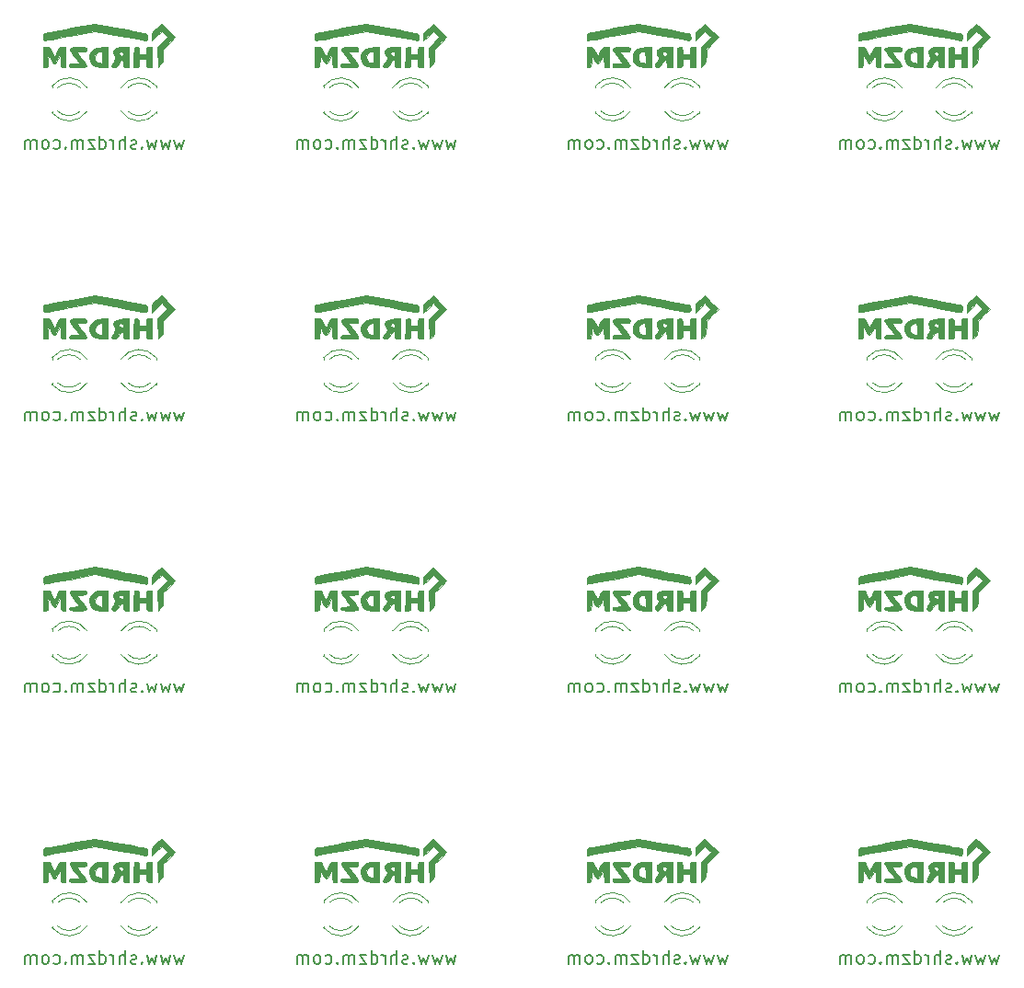
<source format=gbr>
%TF.GenerationSoftware,KiCad,Pcbnew,(5.1.9)-1*%
%TF.CreationDate,2021-10-26T13:29:37+02:00*%
%TF.ProjectId,Smartmeter_IR_V11_multi,536d6172-746d-4657-9465-725f49525f56,rev?*%
%TF.SameCoordinates,Original*%
%TF.FileFunction,Legend,Bot*%
%TF.FilePolarity,Positive*%
%FSLAX46Y46*%
G04 Gerber Fmt 4.6, Leading zero omitted, Abs format (unit mm)*
G04 Created by KiCad (PCBNEW (5.1.9)-1) date 2021-10-26 13:29:37*
%MOMM*%
%LPD*%
G01*
G04 APERTURE LIST*
%ADD10C,0.150000*%
%ADD11C,0.120000*%
%ADD12C,0.010000*%
G04 APERTURE END LIST*
D10*
X117371428Y-133742857D02*
X117142857Y-134542857D01*
X116914285Y-133971428D01*
X116685714Y-134542857D01*
X116457142Y-133742857D01*
X116114285Y-133742857D02*
X115885714Y-134542857D01*
X115657142Y-133971428D01*
X115428571Y-134542857D01*
X115200000Y-133742857D01*
X114857142Y-133742857D02*
X114628571Y-134542857D01*
X114400000Y-133971428D01*
X114171428Y-134542857D01*
X113942857Y-133742857D01*
X113485714Y-134428571D02*
X113428571Y-134485714D01*
X113485714Y-134542857D01*
X113542857Y-134485714D01*
X113485714Y-134428571D01*
X113485714Y-134542857D01*
X112971428Y-134485714D02*
X112857142Y-134542857D01*
X112628571Y-134542857D01*
X112514285Y-134485714D01*
X112457142Y-134371428D01*
X112457142Y-134314285D01*
X112514285Y-134200000D01*
X112628571Y-134142857D01*
X112800000Y-134142857D01*
X112914285Y-134085714D01*
X112971428Y-133971428D01*
X112971428Y-133914285D01*
X112914285Y-133800000D01*
X112800000Y-133742857D01*
X112628571Y-133742857D01*
X112514285Y-133800000D01*
X111942857Y-134542857D02*
X111942857Y-133342857D01*
X111428571Y-134542857D02*
X111428571Y-133914285D01*
X111485714Y-133800000D01*
X111600000Y-133742857D01*
X111771428Y-133742857D01*
X111885714Y-133800000D01*
X111942857Y-133857142D01*
X110857142Y-134542857D02*
X110857142Y-133742857D01*
X110857142Y-133971428D02*
X110800000Y-133857142D01*
X110742857Y-133800000D01*
X110628571Y-133742857D01*
X110514285Y-133742857D01*
X109600000Y-134542857D02*
X109600000Y-133342857D01*
X109600000Y-134485714D02*
X109714285Y-134542857D01*
X109942857Y-134542857D01*
X110057142Y-134485714D01*
X110114285Y-134428571D01*
X110171428Y-134314285D01*
X110171428Y-133971428D01*
X110114285Y-133857142D01*
X110057142Y-133800000D01*
X109942857Y-133742857D01*
X109714285Y-133742857D01*
X109600000Y-133800000D01*
X109142857Y-133742857D02*
X108514285Y-133742857D01*
X109142857Y-134542857D01*
X108514285Y-134542857D01*
X108057142Y-134542857D02*
X108057142Y-133742857D01*
X108057142Y-133857142D02*
X108000000Y-133800000D01*
X107885714Y-133742857D01*
X107714285Y-133742857D01*
X107600000Y-133800000D01*
X107542857Y-133914285D01*
X107542857Y-134542857D01*
X107542857Y-133914285D02*
X107485714Y-133800000D01*
X107371428Y-133742857D01*
X107200000Y-133742857D01*
X107085714Y-133800000D01*
X107028571Y-133914285D01*
X107028571Y-134542857D01*
X106457142Y-134428571D02*
X106400000Y-134485714D01*
X106457142Y-134542857D01*
X106514285Y-134485714D01*
X106457142Y-134428571D01*
X106457142Y-134542857D01*
X105371428Y-134485714D02*
X105485714Y-134542857D01*
X105714285Y-134542857D01*
X105828571Y-134485714D01*
X105885714Y-134428571D01*
X105942857Y-134314285D01*
X105942857Y-133971428D01*
X105885714Y-133857142D01*
X105828571Y-133800000D01*
X105714285Y-133742857D01*
X105485714Y-133742857D01*
X105371428Y-133800000D01*
X104685714Y-134542857D02*
X104800000Y-134485714D01*
X104857142Y-134428571D01*
X104914285Y-134314285D01*
X104914285Y-133971428D01*
X104857142Y-133857142D01*
X104800000Y-133800000D01*
X104685714Y-133742857D01*
X104514285Y-133742857D01*
X104400000Y-133800000D01*
X104342857Y-133857142D01*
X104285714Y-133971428D01*
X104285714Y-134314285D01*
X104342857Y-134428571D01*
X104400000Y-134485714D01*
X104514285Y-134542857D01*
X104685714Y-134542857D01*
X103771428Y-134542857D02*
X103771428Y-133742857D01*
X103771428Y-133857142D02*
X103714285Y-133800000D01*
X103600000Y-133742857D01*
X103428571Y-133742857D01*
X103314285Y-133800000D01*
X103257142Y-133914285D01*
X103257142Y-134542857D01*
X103257142Y-133914285D02*
X103200000Y-133800000D01*
X103085714Y-133742857D01*
X102914285Y-133742857D01*
X102800000Y-133800000D01*
X102742857Y-133914285D01*
X102742857Y-134542857D01*
X67371428Y-133742857D02*
X67142857Y-134542857D01*
X66914285Y-133971428D01*
X66685714Y-134542857D01*
X66457142Y-133742857D01*
X66114285Y-133742857D02*
X65885714Y-134542857D01*
X65657142Y-133971428D01*
X65428571Y-134542857D01*
X65200000Y-133742857D01*
X64857142Y-133742857D02*
X64628571Y-134542857D01*
X64400000Y-133971428D01*
X64171428Y-134542857D01*
X63942857Y-133742857D01*
X63485714Y-134428571D02*
X63428571Y-134485714D01*
X63485714Y-134542857D01*
X63542857Y-134485714D01*
X63485714Y-134428571D01*
X63485714Y-134542857D01*
X62971428Y-134485714D02*
X62857142Y-134542857D01*
X62628571Y-134542857D01*
X62514285Y-134485714D01*
X62457142Y-134371428D01*
X62457142Y-134314285D01*
X62514285Y-134200000D01*
X62628571Y-134142857D01*
X62800000Y-134142857D01*
X62914285Y-134085714D01*
X62971428Y-133971428D01*
X62971428Y-133914285D01*
X62914285Y-133800000D01*
X62800000Y-133742857D01*
X62628571Y-133742857D01*
X62514285Y-133800000D01*
X61942857Y-134542857D02*
X61942857Y-133342857D01*
X61428571Y-134542857D02*
X61428571Y-133914285D01*
X61485714Y-133800000D01*
X61600000Y-133742857D01*
X61771428Y-133742857D01*
X61885714Y-133800000D01*
X61942857Y-133857142D01*
X60857142Y-134542857D02*
X60857142Y-133742857D01*
X60857142Y-133971428D02*
X60800000Y-133857142D01*
X60742857Y-133800000D01*
X60628571Y-133742857D01*
X60514285Y-133742857D01*
X59600000Y-134542857D02*
X59600000Y-133342857D01*
X59600000Y-134485714D02*
X59714285Y-134542857D01*
X59942857Y-134542857D01*
X60057142Y-134485714D01*
X60114285Y-134428571D01*
X60171428Y-134314285D01*
X60171428Y-133971428D01*
X60114285Y-133857142D01*
X60057142Y-133800000D01*
X59942857Y-133742857D01*
X59714285Y-133742857D01*
X59600000Y-133800000D01*
X59142857Y-133742857D02*
X58514285Y-133742857D01*
X59142857Y-134542857D01*
X58514285Y-134542857D01*
X58057142Y-134542857D02*
X58057142Y-133742857D01*
X58057142Y-133857142D02*
X58000000Y-133800000D01*
X57885714Y-133742857D01*
X57714285Y-133742857D01*
X57600000Y-133800000D01*
X57542857Y-133914285D01*
X57542857Y-134542857D01*
X57542857Y-133914285D02*
X57485714Y-133800000D01*
X57371428Y-133742857D01*
X57200000Y-133742857D01*
X57085714Y-133800000D01*
X57028571Y-133914285D01*
X57028571Y-134542857D01*
X56457142Y-134428571D02*
X56400000Y-134485714D01*
X56457142Y-134542857D01*
X56514285Y-134485714D01*
X56457142Y-134428571D01*
X56457142Y-134542857D01*
X55371428Y-134485714D02*
X55485714Y-134542857D01*
X55714285Y-134542857D01*
X55828571Y-134485714D01*
X55885714Y-134428571D01*
X55942857Y-134314285D01*
X55942857Y-133971428D01*
X55885714Y-133857142D01*
X55828571Y-133800000D01*
X55714285Y-133742857D01*
X55485714Y-133742857D01*
X55371428Y-133800000D01*
X54685714Y-134542857D02*
X54800000Y-134485714D01*
X54857142Y-134428571D01*
X54914285Y-134314285D01*
X54914285Y-133971428D01*
X54857142Y-133857142D01*
X54800000Y-133800000D01*
X54685714Y-133742857D01*
X54514285Y-133742857D01*
X54400000Y-133800000D01*
X54342857Y-133857142D01*
X54285714Y-133971428D01*
X54285714Y-134314285D01*
X54342857Y-134428571D01*
X54400000Y-134485714D01*
X54514285Y-134542857D01*
X54685714Y-134542857D01*
X53771428Y-134542857D02*
X53771428Y-133742857D01*
X53771428Y-133857142D02*
X53714285Y-133800000D01*
X53600000Y-133742857D01*
X53428571Y-133742857D01*
X53314285Y-133800000D01*
X53257142Y-133914285D01*
X53257142Y-134542857D01*
X53257142Y-133914285D02*
X53200000Y-133800000D01*
X53085714Y-133742857D01*
X52914285Y-133742857D01*
X52800000Y-133800000D01*
X52742857Y-133914285D01*
X52742857Y-134542857D01*
X92371428Y-133742857D02*
X92142857Y-134542857D01*
X91914285Y-133971428D01*
X91685714Y-134542857D01*
X91457142Y-133742857D01*
X91114285Y-133742857D02*
X90885714Y-134542857D01*
X90657142Y-133971428D01*
X90428571Y-134542857D01*
X90200000Y-133742857D01*
X89857142Y-133742857D02*
X89628571Y-134542857D01*
X89400000Y-133971428D01*
X89171428Y-134542857D01*
X88942857Y-133742857D01*
X88485714Y-134428571D02*
X88428571Y-134485714D01*
X88485714Y-134542857D01*
X88542857Y-134485714D01*
X88485714Y-134428571D01*
X88485714Y-134542857D01*
X87971428Y-134485714D02*
X87857142Y-134542857D01*
X87628571Y-134542857D01*
X87514285Y-134485714D01*
X87457142Y-134371428D01*
X87457142Y-134314285D01*
X87514285Y-134200000D01*
X87628571Y-134142857D01*
X87800000Y-134142857D01*
X87914285Y-134085714D01*
X87971428Y-133971428D01*
X87971428Y-133914285D01*
X87914285Y-133800000D01*
X87800000Y-133742857D01*
X87628571Y-133742857D01*
X87514285Y-133800000D01*
X86942857Y-134542857D02*
X86942857Y-133342857D01*
X86428571Y-134542857D02*
X86428571Y-133914285D01*
X86485714Y-133800000D01*
X86600000Y-133742857D01*
X86771428Y-133742857D01*
X86885714Y-133800000D01*
X86942857Y-133857142D01*
X85857142Y-134542857D02*
X85857142Y-133742857D01*
X85857142Y-133971428D02*
X85800000Y-133857142D01*
X85742857Y-133800000D01*
X85628571Y-133742857D01*
X85514285Y-133742857D01*
X84600000Y-134542857D02*
X84600000Y-133342857D01*
X84600000Y-134485714D02*
X84714285Y-134542857D01*
X84942857Y-134542857D01*
X85057142Y-134485714D01*
X85114285Y-134428571D01*
X85171428Y-134314285D01*
X85171428Y-133971428D01*
X85114285Y-133857142D01*
X85057142Y-133800000D01*
X84942857Y-133742857D01*
X84714285Y-133742857D01*
X84600000Y-133800000D01*
X84142857Y-133742857D02*
X83514285Y-133742857D01*
X84142857Y-134542857D01*
X83514285Y-134542857D01*
X83057142Y-134542857D02*
X83057142Y-133742857D01*
X83057142Y-133857142D02*
X83000000Y-133800000D01*
X82885714Y-133742857D01*
X82714285Y-133742857D01*
X82600000Y-133800000D01*
X82542857Y-133914285D01*
X82542857Y-134542857D01*
X82542857Y-133914285D02*
X82485714Y-133800000D01*
X82371428Y-133742857D01*
X82200000Y-133742857D01*
X82085714Y-133800000D01*
X82028571Y-133914285D01*
X82028571Y-134542857D01*
X81457142Y-134428571D02*
X81400000Y-134485714D01*
X81457142Y-134542857D01*
X81514285Y-134485714D01*
X81457142Y-134428571D01*
X81457142Y-134542857D01*
X80371428Y-134485714D02*
X80485714Y-134542857D01*
X80714285Y-134542857D01*
X80828571Y-134485714D01*
X80885714Y-134428571D01*
X80942857Y-134314285D01*
X80942857Y-133971428D01*
X80885714Y-133857142D01*
X80828571Y-133800000D01*
X80714285Y-133742857D01*
X80485714Y-133742857D01*
X80371428Y-133800000D01*
X79685714Y-134542857D02*
X79800000Y-134485714D01*
X79857142Y-134428571D01*
X79914285Y-134314285D01*
X79914285Y-133971428D01*
X79857142Y-133857142D01*
X79800000Y-133800000D01*
X79685714Y-133742857D01*
X79514285Y-133742857D01*
X79400000Y-133800000D01*
X79342857Y-133857142D01*
X79285714Y-133971428D01*
X79285714Y-134314285D01*
X79342857Y-134428571D01*
X79400000Y-134485714D01*
X79514285Y-134542857D01*
X79685714Y-134542857D01*
X78771428Y-134542857D02*
X78771428Y-133742857D01*
X78771428Y-133857142D02*
X78714285Y-133800000D01*
X78600000Y-133742857D01*
X78428571Y-133742857D01*
X78314285Y-133800000D01*
X78257142Y-133914285D01*
X78257142Y-134542857D01*
X78257142Y-133914285D02*
X78200000Y-133800000D01*
X78085714Y-133742857D01*
X77914285Y-133742857D01*
X77800000Y-133800000D01*
X77742857Y-133914285D01*
X77742857Y-134542857D01*
X142371428Y-133742857D02*
X142142857Y-134542857D01*
X141914285Y-133971428D01*
X141685714Y-134542857D01*
X141457142Y-133742857D01*
X141114285Y-133742857D02*
X140885714Y-134542857D01*
X140657142Y-133971428D01*
X140428571Y-134542857D01*
X140200000Y-133742857D01*
X139857142Y-133742857D02*
X139628571Y-134542857D01*
X139400000Y-133971428D01*
X139171428Y-134542857D01*
X138942857Y-133742857D01*
X138485714Y-134428571D02*
X138428571Y-134485714D01*
X138485714Y-134542857D01*
X138542857Y-134485714D01*
X138485714Y-134428571D01*
X138485714Y-134542857D01*
X137971428Y-134485714D02*
X137857142Y-134542857D01*
X137628571Y-134542857D01*
X137514285Y-134485714D01*
X137457142Y-134371428D01*
X137457142Y-134314285D01*
X137514285Y-134200000D01*
X137628571Y-134142857D01*
X137800000Y-134142857D01*
X137914285Y-134085714D01*
X137971428Y-133971428D01*
X137971428Y-133914285D01*
X137914285Y-133800000D01*
X137800000Y-133742857D01*
X137628571Y-133742857D01*
X137514285Y-133800000D01*
X136942857Y-134542857D02*
X136942857Y-133342857D01*
X136428571Y-134542857D02*
X136428571Y-133914285D01*
X136485714Y-133800000D01*
X136600000Y-133742857D01*
X136771428Y-133742857D01*
X136885714Y-133800000D01*
X136942857Y-133857142D01*
X135857142Y-134542857D02*
X135857142Y-133742857D01*
X135857142Y-133971428D02*
X135800000Y-133857142D01*
X135742857Y-133800000D01*
X135628571Y-133742857D01*
X135514285Y-133742857D01*
X134600000Y-134542857D02*
X134600000Y-133342857D01*
X134600000Y-134485714D02*
X134714285Y-134542857D01*
X134942857Y-134542857D01*
X135057142Y-134485714D01*
X135114285Y-134428571D01*
X135171428Y-134314285D01*
X135171428Y-133971428D01*
X135114285Y-133857142D01*
X135057142Y-133800000D01*
X134942857Y-133742857D01*
X134714285Y-133742857D01*
X134600000Y-133800000D01*
X134142857Y-133742857D02*
X133514285Y-133742857D01*
X134142857Y-134542857D01*
X133514285Y-134542857D01*
X133057142Y-134542857D02*
X133057142Y-133742857D01*
X133057142Y-133857142D02*
X133000000Y-133800000D01*
X132885714Y-133742857D01*
X132714285Y-133742857D01*
X132600000Y-133800000D01*
X132542857Y-133914285D01*
X132542857Y-134542857D01*
X132542857Y-133914285D02*
X132485714Y-133800000D01*
X132371428Y-133742857D01*
X132200000Y-133742857D01*
X132085714Y-133800000D01*
X132028571Y-133914285D01*
X132028571Y-134542857D01*
X131457142Y-134428571D02*
X131400000Y-134485714D01*
X131457142Y-134542857D01*
X131514285Y-134485714D01*
X131457142Y-134428571D01*
X131457142Y-134542857D01*
X130371428Y-134485714D02*
X130485714Y-134542857D01*
X130714285Y-134542857D01*
X130828571Y-134485714D01*
X130885714Y-134428571D01*
X130942857Y-134314285D01*
X130942857Y-133971428D01*
X130885714Y-133857142D01*
X130828571Y-133800000D01*
X130714285Y-133742857D01*
X130485714Y-133742857D01*
X130371428Y-133800000D01*
X129685714Y-134542857D02*
X129800000Y-134485714D01*
X129857142Y-134428571D01*
X129914285Y-134314285D01*
X129914285Y-133971428D01*
X129857142Y-133857142D01*
X129800000Y-133800000D01*
X129685714Y-133742857D01*
X129514285Y-133742857D01*
X129400000Y-133800000D01*
X129342857Y-133857142D01*
X129285714Y-133971428D01*
X129285714Y-134314285D01*
X129342857Y-134428571D01*
X129400000Y-134485714D01*
X129514285Y-134542857D01*
X129685714Y-134542857D01*
X128771428Y-134542857D02*
X128771428Y-133742857D01*
X128771428Y-133857142D02*
X128714285Y-133800000D01*
X128600000Y-133742857D01*
X128428571Y-133742857D01*
X128314285Y-133800000D01*
X128257142Y-133914285D01*
X128257142Y-134542857D01*
X128257142Y-133914285D02*
X128200000Y-133800000D01*
X128085714Y-133742857D01*
X127914285Y-133742857D01*
X127800000Y-133800000D01*
X127742857Y-133914285D01*
X127742857Y-134542857D01*
X117371428Y-108742857D02*
X117142857Y-109542857D01*
X116914285Y-108971428D01*
X116685714Y-109542857D01*
X116457142Y-108742857D01*
X116114285Y-108742857D02*
X115885714Y-109542857D01*
X115657142Y-108971428D01*
X115428571Y-109542857D01*
X115200000Y-108742857D01*
X114857142Y-108742857D02*
X114628571Y-109542857D01*
X114400000Y-108971428D01*
X114171428Y-109542857D01*
X113942857Y-108742857D01*
X113485714Y-109428571D02*
X113428571Y-109485714D01*
X113485714Y-109542857D01*
X113542857Y-109485714D01*
X113485714Y-109428571D01*
X113485714Y-109542857D01*
X112971428Y-109485714D02*
X112857142Y-109542857D01*
X112628571Y-109542857D01*
X112514285Y-109485714D01*
X112457142Y-109371428D01*
X112457142Y-109314285D01*
X112514285Y-109200000D01*
X112628571Y-109142857D01*
X112800000Y-109142857D01*
X112914285Y-109085714D01*
X112971428Y-108971428D01*
X112971428Y-108914285D01*
X112914285Y-108800000D01*
X112800000Y-108742857D01*
X112628571Y-108742857D01*
X112514285Y-108800000D01*
X111942857Y-109542857D02*
X111942857Y-108342857D01*
X111428571Y-109542857D02*
X111428571Y-108914285D01*
X111485714Y-108800000D01*
X111600000Y-108742857D01*
X111771428Y-108742857D01*
X111885714Y-108800000D01*
X111942857Y-108857142D01*
X110857142Y-109542857D02*
X110857142Y-108742857D01*
X110857142Y-108971428D02*
X110800000Y-108857142D01*
X110742857Y-108800000D01*
X110628571Y-108742857D01*
X110514285Y-108742857D01*
X109600000Y-109542857D02*
X109600000Y-108342857D01*
X109600000Y-109485714D02*
X109714285Y-109542857D01*
X109942857Y-109542857D01*
X110057142Y-109485714D01*
X110114285Y-109428571D01*
X110171428Y-109314285D01*
X110171428Y-108971428D01*
X110114285Y-108857142D01*
X110057142Y-108800000D01*
X109942857Y-108742857D01*
X109714285Y-108742857D01*
X109600000Y-108800000D01*
X109142857Y-108742857D02*
X108514285Y-108742857D01*
X109142857Y-109542857D01*
X108514285Y-109542857D01*
X108057142Y-109542857D02*
X108057142Y-108742857D01*
X108057142Y-108857142D02*
X108000000Y-108800000D01*
X107885714Y-108742857D01*
X107714285Y-108742857D01*
X107600000Y-108800000D01*
X107542857Y-108914285D01*
X107542857Y-109542857D01*
X107542857Y-108914285D02*
X107485714Y-108800000D01*
X107371428Y-108742857D01*
X107200000Y-108742857D01*
X107085714Y-108800000D01*
X107028571Y-108914285D01*
X107028571Y-109542857D01*
X106457142Y-109428571D02*
X106400000Y-109485714D01*
X106457142Y-109542857D01*
X106514285Y-109485714D01*
X106457142Y-109428571D01*
X106457142Y-109542857D01*
X105371428Y-109485714D02*
X105485714Y-109542857D01*
X105714285Y-109542857D01*
X105828571Y-109485714D01*
X105885714Y-109428571D01*
X105942857Y-109314285D01*
X105942857Y-108971428D01*
X105885714Y-108857142D01*
X105828571Y-108800000D01*
X105714285Y-108742857D01*
X105485714Y-108742857D01*
X105371428Y-108800000D01*
X104685714Y-109542857D02*
X104800000Y-109485714D01*
X104857142Y-109428571D01*
X104914285Y-109314285D01*
X104914285Y-108971428D01*
X104857142Y-108857142D01*
X104800000Y-108800000D01*
X104685714Y-108742857D01*
X104514285Y-108742857D01*
X104400000Y-108800000D01*
X104342857Y-108857142D01*
X104285714Y-108971428D01*
X104285714Y-109314285D01*
X104342857Y-109428571D01*
X104400000Y-109485714D01*
X104514285Y-109542857D01*
X104685714Y-109542857D01*
X103771428Y-109542857D02*
X103771428Y-108742857D01*
X103771428Y-108857142D02*
X103714285Y-108800000D01*
X103600000Y-108742857D01*
X103428571Y-108742857D01*
X103314285Y-108800000D01*
X103257142Y-108914285D01*
X103257142Y-109542857D01*
X103257142Y-108914285D02*
X103200000Y-108800000D01*
X103085714Y-108742857D01*
X102914285Y-108742857D01*
X102800000Y-108800000D01*
X102742857Y-108914285D01*
X102742857Y-109542857D01*
X142371428Y-108742857D02*
X142142857Y-109542857D01*
X141914285Y-108971428D01*
X141685714Y-109542857D01*
X141457142Y-108742857D01*
X141114285Y-108742857D02*
X140885714Y-109542857D01*
X140657142Y-108971428D01*
X140428571Y-109542857D01*
X140200000Y-108742857D01*
X139857142Y-108742857D02*
X139628571Y-109542857D01*
X139400000Y-108971428D01*
X139171428Y-109542857D01*
X138942857Y-108742857D01*
X138485714Y-109428571D02*
X138428571Y-109485714D01*
X138485714Y-109542857D01*
X138542857Y-109485714D01*
X138485714Y-109428571D01*
X138485714Y-109542857D01*
X137971428Y-109485714D02*
X137857142Y-109542857D01*
X137628571Y-109542857D01*
X137514285Y-109485714D01*
X137457142Y-109371428D01*
X137457142Y-109314285D01*
X137514285Y-109200000D01*
X137628571Y-109142857D01*
X137800000Y-109142857D01*
X137914285Y-109085714D01*
X137971428Y-108971428D01*
X137971428Y-108914285D01*
X137914285Y-108800000D01*
X137800000Y-108742857D01*
X137628571Y-108742857D01*
X137514285Y-108800000D01*
X136942857Y-109542857D02*
X136942857Y-108342857D01*
X136428571Y-109542857D02*
X136428571Y-108914285D01*
X136485714Y-108800000D01*
X136600000Y-108742857D01*
X136771428Y-108742857D01*
X136885714Y-108800000D01*
X136942857Y-108857142D01*
X135857142Y-109542857D02*
X135857142Y-108742857D01*
X135857142Y-108971428D02*
X135800000Y-108857142D01*
X135742857Y-108800000D01*
X135628571Y-108742857D01*
X135514285Y-108742857D01*
X134600000Y-109542857D02*
X134600000Y-108342857D01*
X134600000Y-109485714D02*
X134714285Y-109542857D01*
X134942857Y-109542857D01*
X135057142Y-109485714D01*
X135114285Y-109428571D01*
X135171428Y-109314285D01*
X135171428Y-108971428D01*
X135114285Y-108857142D01*
X135057142Y-108800000D01*
X134942857Y-108742857D01*
X134714285Y-108742857D01*
X134600000Y-108800000D01*
X134142857Y-108742857D02*
X133514285Y-108742857D01*
X134142857Y-109542857D01*
X133514285Y-109542857D01*
X133057142Y-109542857D02*
X133057142Y-108742857D01*
X133057142Y-108857142D02*
X133000000Y-108800000D01*
X132885714Y-108742857D01*
X132714285Y-108742857D01*
X132600000Y-108800000D01*
X132542857Y-108914285D01*
X132542857Y-109542857D01*
X132542857Y-108914285D02*
X132485714Y-108800000D01*
X132371428Y-108742857D01*
X132200000Y-108742857D01*
X132085714Y-108800000D01*
X132028571Y-108914285D01*
X132028571Y-109542857D01*
X131457142Y-109428571D02*
X131400000Y-109485714D01*
X131457142Y-109542857D01*
X131514285Y-109485714D01*
X131457142Y-109428571D01*
X131457142Y-109542857D01*
X130371428Y-109485714D02*
X130485714Y-109542857D01*
X130714285Y-109542857D01*
X130828571Y-109485714D01*
X130885714Y-109428571D01*
X130942857Y-109314285D01*
X130942857Y-108971428D01*
X130885714Y-108857142D01*
X130828571Y-108800000D01*
X130714285Y-108742857D01*
X130485714Y-108742857D01*
X130371428Y-108800000D01*
X129685714Y-109542857D02*
X129800000Y-109485714D01*
X129857142Y-109428571D01*
X129914285Y-109314285D01*
X129914285Y-108971428D01*
X129857142Y-108857142D01*
X129800000Y-108800000D01*
X129685714Y-108742857D01*
X129514285Y-108742857D01*
X129400000Y-108800000D01*
X129342857Y-108857142D01*
X129285714Y-108971428D01*
X129285714Y-109314285D01*
X129342857Y-109428571D01*
X129400000Y-109485714D01*
X129514285Y-109542857D01*
X129685714Y-109542857D01*
X128771428Y-109542857D02*
X128771428Y-108742857D01*
X128771428Y-108857142D02*
X128714285Y-108800000D01*
X128600000Y-108742857D01*
X128428571Y-108742857D01*
X128314285Y-108800000D01*
X128257142Y-108914285D01*
X128257142Y-109542857D01*
X128257142Y-108914285D02*
X128200000Y-108800000D01*
X128085714Y-108742857D01*
X127914285Y-108742857D01*
X127800000Y-108800000D01*
X127742857Y-108914285D01*
X127742857Y-109542857D01*
X67371428Y-108742857D02*
X67142857Y-109542857D01*
X66914285Y-108971428D01*
X66685714Y-109542857D01*
X66457142Y-108742857D01*
X66114285Y-108742857D02*
X65885714Y-109542857D01*
X65657142Y-108971428D01*
X65428571Y-109542857D01*
X65200000Y-108742857D01*
X64857142Y-108742857D02*
X64628571Y-109542857D01*
X64400000Y-108971428D01*
X64171428Y-109542857D01*
X63942857Y-108742857D01*
X63485714Y-109428571D02*
X63428571Y-109485714D01*
X63485714Y-109542857D01*
X63542857Y-109485714D01*
X63485714Y-109428571D01*
X63485714Y-109542857D01*
X62971428Y-109485714D02*
X62857142Y-109542857D01*
X62628571Y-109542857D01*
X62514285Y-109485714D01*
X62457142Y-109371428D01*
X62457142Y-109314285D01*
X62514285Y-109200000D01*
X62628571Y-109142857D01*
X62800000Y-109142857D01*
X62914285Y-109085714D01*
X62971428Y-108971428D01*
X62971428Y-108914285D01*
X62914285Y-108800000D01*
X62800000Y-108742857D01*
X62628571Y-108742857D01*
X62514285Y-108800000D01*
X61942857Y-109542857D02*
X61942857Y-108342857D01*
X61428571Y-109542857D02*
X61428571Y-108914285D01*
X61485714Y-108800000D01*
X61600000Y-108742857D01*
X61771428Y-108742857D01*
X61885714Y-108800000D01*
X61942857Y-108857142D01*
X60857142Y-109542857D02*
X60857142Y-108742857D01*
X60857142Y-108971428D02*
X60800000Y-108857142D01*
X60742857Y-108800000D01*
X60628571Y-108742857D01*
X60514285Y-108742857D01*
X59600000Y-109542857D02*
X59600000Y-108342857D01*
X59600000Y-109485714D02*
X59714285Y-109542857D01*
X59942857Y-109542857D01*
X60057142Y-109485714D01*
X60114285Y-109428571D01*
X60171428Y-109314285D01*
X60171428Y-108971428D01*
X60114285Y-108857142D01*
X60057142Y-108800000D01*
X59942857Y-108742857D01*
X59714285Y-108742857D01*
X59600000Y-108800000D01*
X59142857Y-108742857D02*
X58514285Y-108742857D01*
X59142857Y-109542857D01*
X58514285Y-109542857D01*
X58057142Y-109542857D02*
X58057142Y-108742857D01*
X58057142Y-108857142D02*
X58000000Y-108800000D01*
X57885714Y-108742857D01*
X57714285Y-108742857D01*
X57600000Y-108800000D01*
X57542857Y-108914285D01*
X57542857Y-109542857D01*
X57542857Y-108914285D02*
X57485714Y-108800000D01*
X57371428Y-108742857D01*
X57200000Y-108742857D01*
X57085714Y-108800000D01*
X57028571Y-108914285D01*
X57028571Y-109542857D01*
X56457142Y-109428571D02*
X56400000Y-109485714D01*
X56457142Y-109542857D01*
X56514285Y-109485714D01*
X56457142Y-109428571D01*
X56457142Y-109542857D01*
X55371428Y-109485714D02*
X55485714Y-109542857D01*
X55714285Y-109542857D01*
X55828571Y-109485714D01*
X55885714Y-109428571D01*
X55942857Y-109314285D01*
X55942857Y-108971428D01*
X55885714Y-108857142D01*
X55828571Y-108800000D01*
X55714285Y-108742857D01*
X55485714Y-108742857D01*
X55371428Y-108800000D01*
X54685714Y-109542857D02*
X54800000Y-109485714D01*
X54857142Y-109428571D01*
X54914285Y-109314285D01*
X54914285Y-108971428D01*
X54857142Y-108857142D01*
X54800000Y-108800000D01*
X54685714Y-108742857D01*
X54514285Y-108742857D01*
X54400000Y-108800000D01*
X54342857Y-108857142D01*
X54285714Y-108971428D01*
X54285714Y-109314285D01*
X54342857Y-109428571D01*
X54400000Y-109485714D01*
X54514285Y-109542857D01*
X54685714Y-109542857D01*
X53771428Y-109542857D02*
X53771428Y-108742857D01*
X53771428Y-108857142D02*
X53714285Y-108800000D01*
X53600000Y-108742857D01*
X53428571Y-108742857D01*
X53314285Y-108800000D01*
X53257142Y-108914285D01*
X53257142Y-109542857D01*
X53257142Y-108914285D02*
X53200000Y-108800000D01*
X53085714Y-108742857D01*
X52914285Y-108742857D01*
X52800000Y-108800000D01*
X52742857Y-108914285D01*
X52742857Y-109542857D01*
X92371428Y-108742857D02*
X92142857Y-109542857D01*
X91914285Y-108971428D01*
X91685714Y-109542857D01*
X91457142Y-108742857D01*
X91114285Y-108742857D02*
X90885714Y-109542857D01*
X90657142Y-108971428D01*
X90428571Y-109542857D01*
X90200000Y-108742857D01*
X89857142Y-108742857D02*
X89628571Y-109542857D01*
X89400000Y-108971428D01*
X89171428Y-109542857D01*
X88942857Y-108742857D01*
X88485714Y-109428571D02*
X88428571Y-109485714D01*
X88485714Y-109542857D01*
X88542857Y-109485714D01*
X88485714Y-109428571D01*
X88485714Y-109542857D01*
X87971428Y-109485714D02*
X87857142Y-109542857D01*
X87628571Y-109542857D01*
X87514285Y-109485714D01*
X87457142Y-109371428D01*
X87457142Y-109314285D01*
X87514285Y-109200000D01*
X87628571Y-109142857D01*
X87800000Y-109142857D01*
X87914285Y-109085714D01*
X87971428Y-108971428D01*
X87971428Y-108914285D01*
X87914285Y-108800000D01*
X87800000Y-108742857D01*
X87628571Y-108742857D01*
X87514285Y-108800000D01*
X86942857Y-109542857D02*
X86942857Y-108342857D01*
X86428571Y-109542857D02*
X86428571Y-108914285D01*
X86485714Y-108800000D01*
X86600000Y-108742857D01*
X86771428Y-108742857D01*
X86885714Y-108800000D01*
X86942857Y-108857142D01*
X85857142Y-109542857D02*
X85857142Y-108742857D01*
X85857142Y-108971428D02*
X85800000Y-108857142D01*
X85742857Y-108800000D01*
X85628571Y-108742857D01*
X85514285Y-108742857D01*
X84600000Y-109542857D02*
X84600000Y-108342857D01*
X84600000Y-109485714D02*
X84714285Y-109542857D01*
X84942857Y-109542857D01*
X85057142Y-109485714D01*
X85114285Y-109428571D01*
X85171428Y-109314285D01*
X85171428Y-108971428D01*
X85114285Y-108857142D01*
X85057142Y-108800000D01*
X84942857Y-108742857D01*
X84714285Y-108742857D01*
X84600000Y-108800000D01*
X84142857Y-108742857D02*
X83514285Y-108742857D01*
X84142857Y-109542857D01*
X83514285Y-109542857D01*
X83057142Y-109542857D02*
X83057142Y-108742857D01*
X83057142Y-108857142D02*
X83000000Y-108800000D01*
X82885714Y-108742857D01*
X82714285Y-108742857D01*
X82600000Y-108800000D01*
X82542857Y-108914285D01*
X82542857Y-109542857D01*
X82542857Y-108914285D02*
X82485714Y-108800000D01*
X82371428Y-108742857D01*
X82200000Y-108742857D01*
X82085714Y-108800000D01*
X82028571Y-108914285D01*
X82028571Y-109542857D01*
X81457142Y-109428571D02*
X81400000Y-109485714D01*
X81457142Y-109542857D01*
X81514285Y-109485714D01*
X81457142Y-109428571D01*
X81457142Y-109542857D01*
X80371428Y-109485714D02*
X80485714Y-109542857D01*
X80714285Y-109542857D01*
X80828571Y-109485714D01*
X80885714Y-109428571D01*
X80942857Y-109314285D01*
X80942857Y-108971428D01*
X80885714Y-108857142D01*
X80828571Y-108800000D01*
X80714285Y-108742857D01*
X80485714Y-108742857D01*
X80371428Y-108800000D01*
X79685714Y-109542857D02*
X79800000Y-109485714D01*
X79857142Y-109428571D01*
X79914285Y-109314285D01*
X79914285Y-108971428D01*
X79857142Y-108857142D01*
X79800000Y-108800000D01*
X79685714Y-108742857D01*
X79514285Y-108742857D01*
X79400000Y-108800000D01*
X79342857Y-108857142D01*
X79285714Y-108971428D01*
X79285714Y-109314285D01*
X79342857Y-109428571D01*
X79400000Y-109485714D01*
X79514285Y-109542857D01*
X79685714Y-109542857D01*
X78771428Y-109542857D02*
X78771428Y-108742857D01*
X78771428Y-108857142D02*
X78714285Y-108800000D01*
X78600000Y-108742857D01*
X78428571Y-108742857D01*
X78314285Y-108800000D01*
X78257142Y-108914285D01*
X78257142Y-109542857D01*
X78257142Y-108914285D02*
X78200000Y-108800000D01*
X78085714Y-108742857D01*
X77914285Y-108742857D01*
X77800000Y-108800000D01*
X77742857Y-108914285D01*
X77742857Y-109542857D01*
X142371428Y-83742857D02*
X142142857Y-84542857D01*
X141914285Y-83971428D01*
X141685714Y-84542857D01*
X141457142Y-83742857D01*
X141114285Y-83742857D02*
X140885714Y-84542857D01*
X140657142Y-83971428D01*
X140428571Y-84542857D01*
X140200000Y-83742857D01*
X139857142Y-83742857D02*
X139628571Y-84542857D01*
X139400000Y-83971428D01*
X139171428Y-84542857D01*
X138942857Y-83742857D01*
X138485714Y-84428571D02*
X138428571Y-84485714D01*
X138485714Y-84542857D01*
X138542857Y-84485714D01*
X138485714Y-84428571D01*
X138485714Y-84542857D01*
X137971428Y-84485714D02*
X137857142Y-84542857D01*
X137628571Y-84542857D01*
X137514285Y-84485714D01*
X137457142Y-84371428D01*
X137457142Y-84314285D01*
X137514285Y-84200000D01*
X137628571Y-84142857D01*
X137800000Y-84142857D01*
X137914285Y-84085714D01*
X137971428Y-83971428D01*
X137971428Y-83914285D01*
X137914285Y-83800000D01*
X137800000Y-83742857D01*
X137628571Y-83742857D01*
X137514285Y-83800000D01*
X136942857Y-84542857D02*
X136942857Y-83342857D01*
X136428571Y-84542857D02*
X136428571Y-83914285D01*
X136485714Y-83800000D01*
X136600000Y-83742857D01*
X136771428Y-83742857D01*
X136885714Y-83800000D01*
X136942857Y-83857142D01*
X135857142Y-84542857D02*
X135857142Y-83742857D01*
X135857142Y-83971428D02*
X135800000Y-83857142D01*
X135742857Y-83800000D01*
X135628571Y-83742857D01*
X135514285Y-83742857D01*
X134600000Y-84542857D02*
X134600000Y-83342857D01*
X134600000Y-84485714D02*
X134714285Y-84542857D01*
X134942857Y-84542857D01*
X135057142Y-84485714D01*
X135114285Y-84428571D01*
X135171428Y-84314285D01*
X135171428Y-83971428D01*
X135114285Y-83857142D01*
X135057142Y-83800000D01*
X134942857Y-83742857D01*
X134714285Y-83742857D01*
X134600000Y-83800000D01*
X134142857Y-83742857D02*
X133514285Y-83742857D01*
X134142857Y-84542857D01*
X133514285Y-84542857D01*
X133057142Y-84542857D02*
X133057142Y-83742857D01*
X133057142Y-83857142D02*
X133000000Y-83800000D01*
X132885714Y-83742857D01*
X132714285Y-83742857D01*
X132600000Y-83800000D01*
X132542857Y-83914285D01*
X132542857Y-84542857D01*
X132542857Y-83914285D02*
X132485714Y-83800000D01*
X132371428Y-83742857D01*
X132200000Y-83742857D01*
X132085714Y-83800000D01*
X132028571Y-83914285D01*
X132028571Y-84542857D01*
X131457142Y-84428571D02*
X131400000Y-84485714D01*
X131457142Y-84542857D01*
X131514285Y-84485714D01*
X131457142Y-84428571D01*
X131457142Y-84542857D01*
X130371428Y-84485714D02*
X130485714Y-84542857D01*
X130714285Y-84542857D01*
X130828571Y-84485714D01*
X130885714Y-84428571D01*
X130942857Y-84314285D01*
X130942857Y-83971428D01*
X130885714Y-83857142D01*
X130828571Y-83800000D01*
X130714285Y-83742857D01*
X130485714Y-83742857D01*
X130371428Y-83800000D01*
X129685714Y-84542857D02*
X129800000Y-84485714D01*
X129857142Y-84428571D01*
X129914285Y-84314285D01*
X129914285Y-83971428D01*
X129857142Y-83857142D01*
X129800000Y-83800000D01*
X129685714Y-83742857D01*
X129514285Y-83742857D01*
X129400000Y-83800000D01*
X129342857Y-83857142D01*
X129285714Y-83971428D01*
X129285714Y-84314285D01*
X129342857Y-84428571D01*
X129400000Y-84485714D01*
X129514285Y-84542857D01*
X129685714Y-84542857D01*
X128771428Y-84542857D02*
X128771428Y-83742857D01*
X128771428Y-83857142D02*
X128714285Y-83800000D01*
X128600000Y-83742857D01*
X128428571Y-83742857D01*
X128314285Y-83800000D01*
X128257142Y-83914285D01*
X128257142Y-84542857D01*
X128257142Y-83914285D02*
X128200000Y-83800000D01*
X128085714Y-83742857D01*
X127914285Y-83742857D01*
X127800000Y-83800000D01*
X127742857Y-83914285D01*
X127742857Y-84542857D01*
X117371428Y-83742857D02*
X117142857Y-84542857D01*
X116914285Y-83971428D01*
X116685714Y-84542857D01*
X116457142Y-83742857D01*
X116114285Y-83742857D02*
X115885714Y-84542857D01*
X115657142Y-83971428D01*
X115428571Y-84542857D01*
X115200000Y-83742857D01*
X114857142Y-83742857D02*
X114628571Y-84542857D01*
X114400000Y-83971428D01*
X114171428Y-84542857D01*
X113942857Y-83742857D01*
X113485714Y-84428571D02*
X113428571Y-84485714D01*
X113485714Y-84542857D01*
X113542857Y-84485714D01*
X113485714Y-84428571D01*
X113485714Y-84542857D01*
X112971428Y-84485714D02*
X112857142Y-84542857D01*
X112628571Y-84542857D01*
X112514285Y-84485714D01*
X112457142Y-84371428D01*
X112457142Y-84314285D01*
X112514285Y-84200000D01*
X112628571Y-84142857D01*
X112800000Y-84142857D01*
X112914285Y-84085714D01*
X112971428Y-83971428D01*
X112971428Y-83914285D01*
X112914285Y-83800000D01*
X112800000Y-83742857D01*
X112628571Y-83742857D01*
X112514285Y-83800000D01*
X111942857Y-84542857D02*
X111942857Y-83342857D01*
X111428571Y-84542857D02*
X111428571Y-83914285D01*
X111485714Y-83800000D01*
X111600000Y-83742857D01*
X111771428Y-83742857D01*
X111885714Y-83800000D01*
X111942857Y-83857142D01*
X110857142Y-84542857D02*
X110857142Y-83742857D01*
X110857142Y-83971428D02*
X110800000Y-83857142D01*
X110742857Y-83800000D01*
X110628571Y-83742857D01*
X110514285Y-83742857D01*
X109600000Y-84542857D02*
X109600000Y-83342857D01*
X109600000Y-84485714D02*
X109714285Y-84542857D01*
X109942857Y-84542857D01*
X110057142Y-84485714D01*
X110114285Y-84428571D01*
X110171428Y-84314285D01*
X110171428Y-83971428D01*
X110114285Y-83857142D01*
X110057142Y-83800000D01*
X109942857Y-83742857D01*
X109714285Y-83742857D01*
X109600000Y-83800000D01*
X109142857Y-83742857D02*
X108514285Y-83742857D01*
X109142857Y-84542857D01*
X108514285Y-84542857D01*
X108057142Y-84542857D02*
X108057142Y-83742857D01*
X108057142Y-83857142D02*
X108000000Y-83800000D01*
X107885714Y-83742857D01*
X107714285Y-83742857D01*
X107600000Y-83800000D01*
X107542857Y-83914285D01*
X107542857Y-84542857D01*
X107542857Y-83914285D02*
X107485714Y-83800000D01*
X107371428Y-83742857D01*
X107200000Y-83742857D01*
X107085714Y-83800000D01*
X107028571Y-83914285D01*
X107028571Y-84542857D01*
X106457142Y-84428571D02*
X106400000Y-84485714D01*
X106457142Y-84542857D01*
X106514285Y-84485714D01*
X106457142Y-84428571D01*
X106457142Y-84542857D01*
X105371428Y-84485714D02*
X105485714Y-84542857D01*
X105714285Y-84542857D01*
X105828571Y-84485714D01*
X105885714Y-84428571D01*
X105942857Y-84314285D01*
X105942857Y-83971428D01*
X105885714Y-83857142D01*
X105828571Y-83800000D01*
X105714285Y-83742857D01*
X105485714Y-83742857D01*
X105371428Y-83800000D01*
X104685714Y-84542857D02*
X104800000Y-84485714D01*
X104857142Y-84428571D01*
X104914285Y-84314285D01*
X104914285Y-83971428D01*
X104857142Y-83857142D01*
X104800000Y-83800000D01*
X104685714Y-83742857D01*
X104514285Y-83742857D01*
X104400000Y-83800000D01*
X104342857Y-83857142D01*
X104285714Y-83971428D01*
X104285714Y-84314285D01*
X104342857Y-84428571D01*
X104400000Y-84485714D01*
X104514285Y-84542857D01*
X104685714Y-84542857D01*
X103771428Y-84542857D02*
X103771428Y-83742857D01*
X103771428Y-83857142D02*
X103714285Y-83800000D01*
X103600000Y-83742857D01*
X103428571Y-83742857D01*
X103314285Y-83800000D01*
X103257142Y-83914285D01*
X103257142Y-84542857D01*
X103257142Y-83914285D02*
X103200000Y-83800000D01*
X103085714Y-83742857D01*
X102914285Y-83742857D01*
X102800000Y-83800000D01*
X102742857Y-83914285D01*
X102742857Y-84542857D01*
X67371428Y-83742857D02*
X67142857Y-84542857D01*
X66914285Y-83971428D01*
X66685714Y-84542857D01*
X66457142Y-83742857D01*
X66114285Y-83742857D02*
X65885714Y-84542857D01*
X65657142Y-83971428D01*
X65428571Y-84542857D01*
X65200000Y-83742857D01*
X64857142Y-83742857D02*
X64628571Y-84542857D01*
X64400000Y-83971428D01*
X64171428Y-84542857D01*
X63942857Y-83742857D01*
X63485714Y-84428571D02*
X63428571Y-84485714D01*
X63485714Y-84542857D01*
X63542857Y-84485714D01*
X63485714Y-84428571D01*
X63485714Y-84542857D01*
X62971428Y-84485714D02*
X62857142Y-84542857D01*
X62628571Y-84542857D01*
X62514285Y-84485714D01*
X62457142Y-84371428D01*
X62457142Y-84314285D01*
X62514285Y-84200000D01*
X62628571Y-84142857D01*
X62800000Y-84142857D01*
X62914285Y-84085714D01*
X62971428Y-83971428D01*
X62971428Y-83914285D01*
X62914285Y-83800000D01*
X62800000Y-83742857D01*
X62628571Y-83742857D01*
X62514285Y-83800000D01*
X61942857Y-84542857D02*
X61942857Y-83342857D01*
X61428571Y-84542857D02*
X61428571Y-83914285D01*
X61485714Y-83800000D01*
X61600000Y-83742857D01*
X61771428Y-83742857D01*
X61885714Y-83800000D01*
X61942857Y-83857142D01*
X60857142Y-84542857D02*
X60857142Y-83742857D01*
X60857142Y-83971428D02*
X60800000Y-83857142D01*
X60742857Y-83800000D01*
X60628571Y-83742857D01*
X60514285Y-83742857D01*
X59600000Y-84542857D02*
X59600000Y-83342857D01*
X59600000Y-84485714D02*
X59714285Y-84542857D01*
X59942857Y-84542857D01*
X60057142Y-84485714D01*
X60114285Y-84428571D01*
X60171428Y-84314285D01*
X60171428Y-83971428D01*
X60114285Y-83857142D01*
X60057142Y-83800000D01*
X59942857Y-83742857D01*
X59714285Y-83742857D01*
X59600000Y-83800000D01*
X59142857Y-83742857D02*
X58514285Y-83742857D01*
X59142857Y-84542857D01*
X58514285Y-84542857D01*
X58057142Y-84542857D02*
X58057142Y-83742857D01*
X58057142Y-83857142D02*
X58000000Y-83800000D01*
X57885714Y-83742857D01*
X57714285Y-83742857D01*
X57600000Y-83800000D01*
X57542857Y-83914285D01*
X57542857Y-84542857D01*
X57542857Y-83914285D02*
X57485714Y-83800000D01*
X57371428Y-83742857D01*
X57200000Y-83742857D01*
X57085714Y-83800000D01*
X57028571Y-83914285D01*
X57028571Y-84542857D01*
X56457142Y-84428571D02*
X56400000Y-84485714D01*
X56457142Y-84542857D01*
X56514285Y-84485714D01*
X56457142Y-84428571D01*
X56457142Y-84542857D01*
X55371428Y-84485714D02*
X55485714Y-84542857D01*
X55714285Y-84542857D01*
X55828571Y-84485714D01*
X55885714Y-84428571D01*
X55942857Y-84314285D01*
X55942857Y-83971428D01*
X55885714Y-83857142D01*
X55828571Y-83800000D01*
X55714285Y-83742857D01*
X55485714Y-83742857D01*
X55371428Y-83800000D01*
X54685714Y-84542857D02*
X54800000Y-84485714D01*
X54857142Y-84428571D01*
X54914285Y-84314285D01*
X54914285Y-83971428D01*
X54857142Y-83857142D01*
X54800000Y-83800000D01*
X54685714Y-83742857D01*
X54514285Y-83742857D01*
X54400000Y-83800000D01*
X54342857Y-83857142D01*
X54285714Y-83971428D01*
X54285714Y-84314285D01*
X54342857Y-84428571D01*
X54400000Y-84485714D01*
X54514285Y-84542857D01*
X54685714Y-84542857D01*
X53771428Y-84542857D02*
X53771428Y-83742857D01*
X53771428Y-83857142D02*
X53714285Y-83800000D01*
X53600000Y-83742857D01*
X53428571Y-83742857D01*
X53314285Y-83800000D01*
X53257142Y-83914285D01*
X53257142Y-84542857D01*
X53257142Y-83914285D02*
X53200000Y-83800000D01*
X53085714Y-83742857D01*
X52914285Y-83742857D01*
X52800000Y-83800000D01*
X52742857Y-83914285D01*
X52742857Y-84542857D01*
X92371428Y-83742857D02*
X92142857Y-84542857D01*
X91914285Y-83971428D01*
X91685714Y-84542857D01*
X91457142Y-83742857D01*
X91114285Y-83742857D02*
X90885714Y-84542857D01*
X90657142Y-83971428D01*
X90428571Y-84542857D01*
X90200000Y-83742857D01*
X89857142Y-83742857D02*
X89628571Y-84542857D01*
X89400000Y-83971428D01*
X89171428Y-84542857D01*
X88942857Y-83742857D01*
X88485714Y-84428571D02*
X88428571Y-84485714D01*
X88485714Y-84542857D01*
X88542857Y-84485714D01*
X88485714Y-84428571D01*
X88485714Y-84542857D01*
X87971428Y-84485714D02*
X87857142Y-84542857D01*
X87628571Y-84542857D01*
X87514285Y-84485714D01*
X87457142Y-84371428D01*
X87457142Y-84314285D01*
X87514285Y-84200000D01*
X87628571Y-84142857D01*
X87800000Y-84142857D01*
X87914285Y-84085714D01*
X87971428Y-83971428D01*
X87971428Y-83914285D01*
X87914285Y-83800000D01*
X87800000Y-83742857D01*
X87628571Y-83742857D01*
X87514285Y-83800000D01*
X86942857Y-84542857D02*
X86942857Y-83342857D01*
X86428571Y-84542857D02*
X86428571Y-83914285D01*
X86485714Y-83800000D01*
X86600000Y-83742857D01*
X86771428Y-83742857D01*
X86885714Y-83800000D01*
X86942857Y-83857142D01*
X85857142Y-84542857D02*
X85857142Y-83742857D01*
X85857142Y-83971428D02*
X85800000Y-83857142D01*
X85742857Y-83800000D01*
X85628571Y-83742857D01*
X85514285Y-83742857D01*
X84600000Y-84542857D02*
X84600000Y-83342857D01*
X84600000Y-84485714D02*
X84714285Y-84542857D01*
X84942857Y-84542857D01*
X85057142Y-84485714D01*
X85114285Y-84428571D01*
X85171428Y-84314285D01*
X85171428Y-83971428D01*
X85114285Y-83857142D01*
X85057142Y-83800000D01*
X84942857Y-83742857D01*
X84714285Y-83742857D01*
X84600000Y-83800000D01*
X84142857Y-83742857D02*
X83514285Y-83742857D01*
X84142857Y-84542857D01*
X83514285Y-84542857D01*
X83057142Y-84542857D02*
X83057142Y-83742857D01*
X83057142Y-83857142D02*
X83000000Y-83800000D01*
X82885714Y-83742857D01*
X82714285Y-83742857D01*
X82600000Y-83800000D01*
X82542857Y-83914285D01*
X82542857Y-84542857D01*
X82542857Y-83914285D02*
X82485714Y-83800000D01*
X82371428Y-83742857D01*
X82200000Y-83742857D01*
X82085714Y-83800000D01*
X82028571Y-83914285D01*
X82028571Y-84542857D01*
X81457142Y-84428571D02*
X81400000Y-84485714D01*
X81457142Y-84542857D01*
X81514285Y-84485714D01*
X81457142Y-84428571D01*
X81457142Y-84542857D01*
X80371428Y-84485714D02*
X80485714Y-84542857D01*
X80714285Y-84542857D01*
X80828571Y-84485714D01*
X80885714Y-84428571D01*
X80942857Y-84314285D01*
X80942857Y-83971428D01*
X80885714Y-83857142D01*
X80828571Y-83800000D01*
X80714285Y-83742857D01*
X80485714Y-83742857D01*
X80371428Y-83800000D01*
X79685714Y-84542857D02*
X79800000Y-84485714D01*
X79857142Y-84428571D01*
X79914285Y-84314285D01*
X79914285Y-83971428D01*
X79857142Y-83857142D01*
X79800000Y-83800000D01*
X79685714Y-83742857D01*
X79514285Y-83742857D01*
X79400000Y-83800000D01*
X79342857Y-83857142D01*
X79285714Y-83971428D01*
X79285714Y-84314285D01*
X79342857Y-84428571D01*
X79400000Y-84485714D01*
X79514285Y-84542857D01*
X79685714Y-84542857D01*
X78771428Y-84542857D02*
X78771428Y-83742857D01*
X78771428Y-83857142D02*
X78714285Y-83800000D01*
X78600000Y-83742857D01*
X78428571Y-83742857D01*
X78314285Y-83800000D01*
X78257142Y-83914285D01*
X78257142Y-84542857D01*
X78257142Y-83914285D02*
X78200000Y-83800000D01*
X78085714Y-83742857D01*
X77914285Y-83742857D01*
X77800000Y-83800000D01*
X77742857Y-83914285D01*
X77742857Y-84542857D01*
X142371428Y-58742857D02*
X142142857Y-59542857D01*
X141914285Y-58971428D01*
X141685714Y-59542857D01*
X141457142Y-58742857D01*
X141114285Y-58742857D02*
X140885714Y-59542857D01*
X140657142Y-58971428D01*
X140428571Y-59542857D01*
X140200000Y-58742857D01*
X139857142Y-58742857D02*
X139628571Y-59542857D01*
X139400000Y-58971428D01*
X139171428Y-59542857D01*
X138942857Y-58742857D01*
X138485714Y-59428571D02*
X138428571Y-59485714D01*
X138485714Y-59542857D01*
X138542857Y-59485714D01*
X138485714Y-59428571D01*
X138485714Y-59542857D01*
X137971428Y-59485714D02*
X137857142Y-59542857D01*
X137628571Y-59542857D01*
X137514285Y-59485714D01*
X137457142Y-59371428D01*
X137457142Y-59314285D01*
X137514285Y-59200000D01*
X137628571Y-59142857D01*
X137800000Y-59142857D01*
X137914285Y-59085714D01*
X137971428Y-58971428D01*
X137971428Y-58914285D01*
X137914285Y-58800000D01*
X137800000Y-58742857D01*
X137628571Y-58742857D01*
X137514285Y-58800000D01*
X136942857Y-59542857D02*
X136942857Y-58342857D01*
X136428571Y-59542857D02*
X136428571Y-58914285D01*
X136485714Y-58800000D01*
X136600000Y-58742857D01*
X136771428Y-58742857D01*
X136885714Y-58800000D01*
X136942857Y-58857142D01*
X135857142Y-59542857D02*
X135857142Y-58742857D01*
X135857142Y-58971428D02*
X135800000Y-58857142D01*
X135742857Y-58800000D01*
X135628571Y-58742857D01*
X135514285Y-58742857D01*
X134600000Y-59542857D02*
X134600000Y-58342857D01*
X134600000Y-59485714D02*
X134714285Y-59542857D01*
X134942857Y-59542857D01*
X135057142Y-59485714D01*
X135114285Y-59428571D01*
X135171428Y-59314285D01*
X135171428Y-58971428D01*
X135114285Y-58857142D01*
X135057142Y-58800000D01*
X134942857Y-58742857D01*
X134714285Y-58742857D01*
X134600000Y-58800000D01*
X134142857Y-58742857D02*
X133514285Y-58742857D01*
X134142857Y-59542857D01*
X133514285Y-59542857D01*
X133057142Y-59542857D02*
X133057142Y-58742857D01*
X133057142Y-58857142D02*
X133000000Y-58800000D01*
X132885714Y-58742857D01*
X132714285Y-58742857D01*
X132600000Y-58800000D01*
X132542857Y-58914285D01*
X132542857Y-59542857D01*
X132542857Y-58914285D02*
X132485714Y-58800000D01*
X132371428Y-58742857D01*
X132200000Y-58742857D01*
X132085714Y-58800000D01*
X132028571Y-58914285D01*
X132028571Y-59542857D01*
X131457142Y-59428571D02*
X131400000Y-59485714D01*
X131457142Y-59542857D01*
X131514285Y-59485714D01*
X131457142Y-59428571D01*
X131457142Y-59542857D01*
X130371428Y-59485714D02*
X130485714Y-59542857D01*
X130714285Y-59542857D01*
X130828571Y-59485714D01*
X130885714Y-59428571D01*
X130942857Y-59314285D01*
X130942857Y-58971428D01*
X130885714Y-58857142D01*
X130828571Y-58800000D01*
X130714285Y-58742857D01*
X130485714Y-58742857D01*
X130371428Y-58800000D01*
X129685714Y-59542857D02*
X129800000Y-59485714D01*
X129857142Y-59428571D01*
X129914285Y-59314285D01*
X129914285Y-58971428D01*
X129857142Y-58857142D01*
X129800000Y-58800000D01*
X129685714Y-58742857D01*
X129514285Y-58742857D01*
X129400000Y-58800000D01*
X129342857Y-58857142D01*
X129285714Y-58971428D01*
X129285714Y-59314285D01*
X129342857Y-59428571D01*
X129400000Y-59485714D01*
X129514285Y-59542857D01*
X129685714Y-59542857D01*
X128771428Y-59542857D02*
X128771428Y-58742857D01*
X128771428Y-58857142D02*
X128714285Y-58800000D01*
X128600000Y-58742857D01*
X128428571Y-58742857D01*
X128314285Y-58800000D01*
X128257142Y-58914285D01*
X128257142Y-59542857D01*
X128257142Y-58914285D02*
X128200000Y-58800000D01*
X128085714Y-58742857D01*
X127914285Y-58742857D01*
X127800000Y-58800000D01*
X127742857Y-58914285D01*
X127742857Y-59542857D01*
X117371428Y-58742857D02*
X117142857Y-59542857D01*
X116914285Y-58971428D01*
X116685714Y-59542857D01*
X116457142Y-58742857D01*
X116114285Y-58742857D02*
X115885714Y-59542857D01*
X115657142Y-58971428D01*
X115428571Y-59542857D01*
X115200000Y-58742857D01*
X114857142Y-58742857D02*
X114628571Y-59542857D01*
X114400000Y-58971428D01*
X114171428Y-59542857D01*
X113942857Y-58742857D01*
X113485714Y-59428571D02*
X113428571Y-59485714D01*
X113485714Y-59542857D01*
X113542857Y-59485714D01*
X113485714Y-59428571D01*
X113485714Y-59542857D01*
X112971428Y-59485714D02*
X112857142Y-59542857D01*
X112628571Y-59542857D01*
X112514285Y-59485714D01*
X112457142Y-59371428D01*
X112457142Y-59314285D01*
X112514285Y-59200000D01*
X112628571Y-59142857D01*
X112800000Y-59142857D01*
X112914285Y-59085714D01*
X112971428Y-58971428D01*
X112971428Y-58914285D01*
X112914285Y-58800000D01*
X112800000Y-58742857D01*
X112628571Y-58742857D01*
X112514285Y-58800000D01*
X111942857Y-59542857D02*
X111942857Y-58342857D01*
X111428571Y-59542857D02*
X111428571Y-58914285D01*
X111485714Y-58800000D01*
X111600000Y-58742857D01*
X111771428Y-58742857D01*
X111885714Y-58800000D01*
X111942857Y-58857142D01*
X110857142Y-59542857D02*
X110857142Y-58742857D01*
X110857142Y-58971428D02*
X110800000Y-58857142D01*
X110742857Y-58800000D01*
X110628571Y-58742857D01*
X110514285Y-58742857D01*
X109600000Y-59542857D02*
X109600000Y-58342857D01*
X109600000Y-59485714D02*
X109714285Y-59542857D01*
X109942857Y-59542857D01*
X110057142Y-59485714D01*
X110114285Y-59428571D01*
X110171428Y-59314285D01*
X110171428Y-58971428D01*
X110114285Y-58857142D01*
X110057142Y-58800000D01*
X109942857Y-58742857D01*
X109714285Y-58742857D01*
X109600000Y-58800000D01*
X109142857Y-58742857D02*
X108514285Y-58742857D01*
X109142857Y-59542857D01*
X108514285Y-59542857D01*
X108057142Y-59542857D02*
X108057142Y-58742857D01*
X108057142Y-58857142D02*
X108000000Y-58800000D01*
X107885714Y-58742857D01*
X107714285Y-58742857D01*
X107600000Y-58800000D01*
X107542857Y-58914285D01*
X107542857Y-59542857D01*
X107542857Y-58914285D02*
X107485714Y-58800000D01*
X107371428Y-58742857D01*
X107200000Y-58742857D01*
X107085714Y-58800000D01*
X107028571Y-58914285D01*
X107028571Y-59542857D01*
X106457142Y-59428571D02*
X106400000Y-59485714D01*
X106457142Y-59542857D01*
X106514285Y-59485714D01*
X106457142Y-59428571D01*
X106457142Y-59542857D01*
X105371428Y-59485714D02*
X105485714Y-59542857D01*
X105714285Y-59542857D01*
X105828571Y-59485714D01*
X105885714Y-59428571D01*
X105942857Y-59314285D01*
X105942857Y-58971428D01*
X105885714Y-58857142D01*
X105828571Y-58800000D01*
X105714285Y-58742857D01*
X105485714Y-58742857D01*
X105371428Y-58800000D01*
X104685714Y-59542857D02*
X104800000Y-59485714D01*
X104857142Y-59428571D01*
X104914285Y-59314285D01*
X104914285Y-58971428D01*
X104857142Y-58857142D01*
X104800000Y-58800000D01*
X104685714Y-58742857D01*
X104514285Y-58742857D01*
X104400000Y-58800000D01*
X104342857Y-58857142D01*
X104285714Y-58971428D01*
X104285714Y-59314285D01*
X104342857Y-59428571D01*
X104400000Y-59485714D01*
X104514285Y-59542857D01*
X104685714Y-59542857D01*
X103771428Y-59542857D02*
X103771428Y-58742857D01*
X103771428Y-58857142D02*
X103714285Y-58800000D01*
X103600000Y-58742857D01*
X103428571Y-58742857D01*
X103314285Y-58800000D01*
X103257142Y-58914285D01*
X103257142Y-59542857D01*
X103257142Y-58914285D02*
X103200000Y-58800000D01*
X103085714Y-58742857D01*
X102914285Y-58742857D01*
X102800000Y-58800000D01*
X102742857Y-58914285D01*
X102742857Y-59542857D01*
X92371428Y-58742857D02*
X92142857Y-59542857D01*
X91914285Y-58971428D01*
X91685714Y-59542857D01*
X91457142Y-58742857D01*
X91114285Y-58742857D02*
X90885714Y-59542857D01*
X90657142Y-58971428D01*
X90428571Y-59542857D01*
X90200000Y-58742857D01*
X89857142Y-58742857D02*
X89628571Y-59542857D01*
X89400000Y-58971428D01*
X89171428Y-59542857D01*
X88942857Y-58742857D01*
X88485714Y-59428571D02*
X88428571Y-59485714D01*
X88485714Y-59542857D01*
X88542857Y-59485714D01*
X88485714Y-59428571D01*
X88485714Y-59542857D01*
X87971428Y-59485714D02*
X87857142Y-59542857D01*
X87628571Y-59542857D01*
X87514285Y-59485714D01*
X87457142Y-59371428D01*
X87457142Y-59314285D01*
X87514285Y-59200000D01*
X87628571Y-59142857D01*
X87800000Y-59142857D01*
X87914285Y-59085714D01*
X87971428Y-58971428D01*
X87971428Y-58914285D01*
X87914285Y-58800000D01*
X87800000Y-58742857D01*
X87628571Y-58742857D01*
X87514285Y-58800000D01*
X86942857Y-59542857D02*
X86942857Y-58342857D01*
X86428571Y-59542857D02*
X86428571Y-58914285D01*
X86485714Y-58800000D01*
X86600000Y-58742857D01*
X86771428Y-58742857D01*
X86885714Y-58800000D01*
X86942857Y-58857142D01*
X85857142Y-59542857D02*
X85857142Y-58742857D01*
X85857142Y-58971428D02*
X85800000Y-58857142D01*
X85742857Y-58800000D01*
X85628571Y-58742857D01*
X85514285Y-58742857D01*
X84600000Y-59542857D02*
X84600000Y-58342857D01*
X84600000Y-59485714D02*
X84714285Y-59542857D01*
X84942857Y-59542857D01*
X85057142Y-59485714D01*
X85114285Y-59428571D01*
X85171428Y-59314285D01*
X85171428Y-58971428D01*
X85114285Y-58857142D01*
X85057142Y-58800000D01*
X84942857Y-58742857D01*
X84714285Y-58742857D01*
X84600000Y-58800000D01*
X84142857Y-58742857D02*
X83514285Y-58742857D01*
X84142857Y-59542857D01*
X83514285Y-59542857D01*
X83057142Y-59542857D02*
X83057142Y-58742857D01*
X83057142Y-58857142D02*
X83000000Y-58800000D01*
X82885714Y-58742857D01*
X82714285Y-58742857D01*
X82600000Y-58800000D01*
X82542857Y-58914285D01*
X82542857Y-59542857D01*
X82542857Y-58914285D02*
X82485714Y-58800000D01*
X82371428Y-58742857D01*
X82200000Y-58742857D01*
X82085714Y-58800000D01*
X82028571Y-58914285D01*
X82028571Y-59542857D01*
X81457142Y-59428571D02*
X81400000Y-59485714D01*
X81457142Y-59542857D01*
X81514285Y-59485714D01*
X81457142Y-59428571D01*
X81457142Y-59542857D01*
X80371428Y-59485714D02*
X80485714Y-59542857D01*
X80714285Y-59542857D01*
X80828571Y-59485714D01*
X80885714Y-59428571D01*
X80942857Y-59314285D01*
X80942857Y-58971428D01*
X80885714Y-58857142D01*
X80828571Y-58800000D01*
X80714285Y-58742857D01*
X80485714Y-58742857D01*
X80371428Y-58800000D01*
X79685714Y-59542857D02*
X79800000Y-59485714D01*
X79857142Y-59428571D01*
X79914285Y-59314285D01*
X79914285Y-58971428D01*
X79857142Y-58857142D01*
X79800000Y-58800000D01*
X79685714Y-58742857D01*
X79514285Y-58742857D01*
X79400000Y-58800000D01*
X79342857Y-58857142D01*
X79285714Y-58971428D01*
X79285714Y-59314285D01*
X79342857Y-59428571D01*
X79400000Y-59485714D01*
X79514285Y-59542857D01*
X79685714Y-59542857D01*
X78771428Y-59542857D02*
X78771428Y-58742857D01*
X78771428Y-58857142D02*
X78714285Y-58800000D01*
X78600000Y-58742857D01*
X78428571Y-58742857D01*
X78314285Y-58800000D01*
X78257142Y-58914285D01*
X78257142Y-59542857D01*
X78257142Y-58914285D02*
X78200000Y-58800000D01*
X78085714Y-58742857D01*
X77914285Y-58742857D01*
X77800000Y-58800000D01*
X77742857Y-58914285D01*
X77742857Y-59542857D01*
X67371428Y-58742857D02*
X67142857Y-59542857D01*
X66914285Y-58971428D01*
X66685714Y-59542857D01*
X66457142Y-58742857D01*
X66114285Y-58742857D02*
X65885714Y-59542857D01*
X65657142Y-58971428D01*
X65428571Y-59542857D01*
X65200000Y-58742857D01*
X64857142Y-58742857D02*
X64628571Y-59542857D01*
X64400000Y-58971428D01*
X64171428Y-59542857D01*
X63942857Y-58742857D01*
X63485714Y-59428571D02*
X63428571Y-59485714D01*
X63485714Y-59542857D01*
X63542857Y-59485714D01*
X63485714Y-59428571D01*
X63485714Y-59542857D01*
X62971428Y-59485714D02*
X62857142Y-59542857D01*
X62628571Y-59542857D01*
X62514285Y-59485714D01*
X62457142Y-59371428D01*
X62457142Y-59314285D01*
X62514285Y-59200000D01*
X62628571Y-59142857D01*
X62800000Y-59142857D01*
X62914285Y-59085714D01*
X62971428Y-58971428D01*
X62971428Y-58914285D01*
X62914285Y-58800000D01*
X62800000Y-58742857D01*
X62628571Y-58742857D01*
X62514285Y-58800000D01*
X61942857Y-59542857D02*
X61942857Y-58342857D01*
X61428571Y-59542857D02*
X61428571Y-58914285D01*
X61485714Y-58800000D01*
X61600000Y-58742857D01*
X61771428Y-58742857D01*
X61885714Y-58800000D01*
X61942857Y-58857142D01*
X60857142Y-59542857D02*
X60857142Y-58742857D01*
X60857142Y-58971428D02*
X60800000Y-58857142D01*
X60742857Y-58800000D01*
X60628571Y-58742857D01*
X60514285Y-58742857D01*
X59600000Y-59542857D02*
X59600000Y-58342857D01*
X59600000Y-59485714D02*
X59714285Y-59542857D01*
X59942857Y-59542857D01*
X60057142Y-59485714D01*
X60114285Y-59428571D01*
X60171428Y-59314285D01*
X60171428Y-58971428D01*
X60114285Y-58857142D01*
X60057142Y-58800000D01*
X59942857Y-58742857D01*
X59714285Y-58742857D01*
X59600000Y-58800000D01*
X59142857Y-58742857D02*
X58514285Y-58742857D01*
X59142857Y-59542857D01*
X58514285Y-59542857D01*
X58057142Y-59542857D02*
X58057142Y-58742857D01*
X58057142Y-58857142D02*
X58000000Y-58800000D01*
X57885714Y-58742857D01*
X57714285Y-58742857D01*
X57600000Y-58800000D01*
X57542857Y-58914285D01*
X57542857Y-59542857D01*
X57542857Y-58914285D02*
X57485714Y-58800000D01*
X57371428Y-58742857D01*
X57200000Y-58742857D01*
X57085714Y-58800000D01*
X57028571Y-58914285D01*
X57028571Y-59542857D01*
X56457142Y-59428571D02*
X56400000Y-59485714D01*
X56457142Y-59542857D01*
X56514285Y-59485714D01*
X56457142Y-59428571D01*
X56457142Y-59542857D01*
X55371428Y-59485714D02*
X55485714Y-59542857D01*
X55714285Y-59542857D01*
X55828571Y-59485714D01*
X55885714Y-59428571D01*
X55942857Y-59314285D01*
X55942857Y-58971428D01*
X55885714Y-58857142D01*
X55828571Y-58800000D01*
X55714285Y-58742857D01*
X55485714Y-58742857D01*
X55371428Y-58800000D01*
X54685714Y-59542857D02*
X54800000Y-59485714D01*
X54857142Y-59428571D01*
X54914285Y-59314285D01*
X54914285Y-58971428D01*
X54857142Y-58857142D01*
X54800000Y-58800000D01*
X54685714Y-58742857D01*
X54514285Y-58742857D01*
X54400000Y-58800000D01*
X54342857Y-58857142D01*
X54285714Y-58971428D01*
X54285714Y-59314285D01*
X54342857Y-59428571D01*
X54400000Y-59485714D01*
X54514285Y-59542857D01*
X54685714Y-59542857D01*
X53771428Y-59542857D02*
X53771428Y-58742857D01*
X53771428Y-58857142D02*
X53714285Y-58800000D01*
X53600000Y-58742857D01*
X53428571Y-58742857D01*
X53314285Y-58800000D01*
X53257142Y-58914285D01*
X53257142Y-59542857D01*
X53257142Y-58914285D02*
X53200000Y-58800000D01*
X53085714Y-58742857D01*
X52914285Y-58742857D01*
X52800000Y-58800000D01*
X52742857Y-58914285D01*
X52742857Y-59542857D01*
D11*
%TO.C,T1*%
X130210000Y-131236000D02*
X130210000Y-131080000D01*
X130210000Y-128920000D02*
X130210000Y-128764000D01*
X133442335Y-131078608D02*
G75*
G02*
X130210000Y-131235516I-1672335J1078608D01*
G01*
X133442335Y-128921392D02*
G75*
G03*
X130210000Y-128764484I-1672335J-1078608D01*
G01*
X132811130Y-131079837D02*
G75*
G02*
X130729039Y-131080000I-1041130J1079837D01*
G01*
X132811130Y-128920163D02*
G75*
G03*
X130729039Y-128920000I-1041130J-1079837D01*
G01*
D12*
%TO.C,G\u002A\u002A\u002A*%
G36*
X114839167Y-123445231D02*
G01*
X114602935Y-123658111D01*
X114469597Y-123815961D01*
X114409977Y-123969733D01*
X114394903Y-124170380D01*
X114394667Y-124221564D01*
X114394667Y-124613215D01*
X114841309Y-124172121D01*
X115287951Y-123731028D01*
X115560564Y-124003641D01*
X115833178Y-124276254D01*
X115364899Y-124749471D01*
X114896620Y-125222687D01*
X114945000Y-127043753D01*
X115177833Y-126800410D01*
X115303636Y-126650301D01*
X115373933Y-126494676D01*
X115404383Y-126277766D01*
X115410667Y-125971158D01*
X115410667Y-125385249D01*
X115960997Y-124830669D01*
X116511328Y-124276089D01*
X115897497Y-123668319D01*
X115283667Y-123060549D01*
X114839167Y-123445231D01*
G37*
X114839167Y-123445231D02*
X114602935Y-123658111D01*
X114469597Y-123815961D01*
X114409977Y-123969733D01*
X114394903Y-124170380D01*
X114394667Y-124221564D01*
X114394667Y-124613215D01*
X114841309Y-124172121D01*
X115287951Y-123731028D01*
X115560564Y-124003641D01*
X115833178Y-124276254D01*
X115364899Y-124749471D01*
X114896620Y-125222687D01*
X114945000Y-127043753D01*
X115177833Y-126800410D01*
X115303636Y-126650301D01*
X115373933Y-126494676D01*
X115404383Y-126277766D01*
X115410667Y-125971158D01*
X115410667Y-125385249D01*
X115960997Y-124830669D01*
X116511328Y-124276089D01*
X115897497Y-123668319D01*
X115283667Y-123060549D01*
X114839167Y-123445231D01*
G36*
X113977800Y-125182707D02*
G01*
X113905399Y-125255179D01*
X113887068Y-125435278D01*
X113886667Y-125508000D01*
X113886667Y-125846667D01*
X113209333Y-125846667D01*
X113209333Y-125502376D01*
X113200484Y-125284237D01*
X113152374Y-125191189D01*
X113032663Y-125179128D01*
X112976500Y-125184876D01*
X112743667Y-125211667D01*
X112719636Y-126121833D01*
X112695605Y-127032000D01*
X112952469Y-127032000D01*
X113110402Y-127021196D01*
X113185203Y-126958135D01*
X113207864Y-126796845D01*
X113209333Y-126651000D01*
X113209333Y-126270000D01*
X113886667Y-126270000D01*
X113886667Y-126651000D01*
X113894030Y-126885283D01*
X113936543Y-126996247D01*
X114044843Y-127029846D01*
X114140667Y-127032000D01*
X114394667Y-127032000D01*
X114394667Y-125169333D01*
X114140667Y-125169333D01*
X113977800Y-125182707D01*
G37*
X113977800Y-125182707D02*
X113905399Y-125255179D01*
X113887068Y-125435278D01*
X113886667Y-125508000D01*
X113886667Y-125846667D01*
X113209333Y-125846667D01*
X113209333Y-125502376D01*
X113200484Y-125284237D01*
X113152374Y-125191189D01*
X113032663Y-125179128D01*
X112976500Y-125184876D01*
X112743667Y-125211667D01*
X112719636Y-126121833D01*
X112695605Y-127032000D01*
X112952469Y-127032000D01*
X113110402Y-127021196D01*
X113185203Y-126958135D01*
X113207864Y-126796845D01*
X113209333Y-126651000D01*
X113209333Y-126270000D01*
X113886667Y-126270000D01*
X113886667Y-126651000D01*
X113894030Y-126885283D01*
X113936543Y-126996247D01*
X114044843Y-127029846D01*
X114140667Y-127032000D01*
X114394667Y-127032000D01*
X114394667Y-125169333D01*
X114140667Y-125169333D01*
X113977800Y-125182707D01*
G36*
X111469040Y-125200286D02*
G01*
X111147051Y-125284681D01*
X110937448Y-125409818D01*
X110905186Y-125449797D01*
X110842610Y-125690252D01*
X110913327Y-125942162D01*
X110973038Y-126024145D01*
X111046761Y-126128457D01*
X111042382Y-126236282D01*
X110949975Y-126402824D01*
X110888371Y-126494965D01*
X110725591Y-126764688D01*
X110682043Y-126931800D01*
X110758192Y-127014390D01*
X110902167Y-127031771D01*
X111081024Y-126993330D01*
X111223127Y-126852073D01*
X111304333Y-126715270D01*
X111443350Y-126510789D01*
X111584499Y-126384943D01*
X111621833Y-126370624D01*
X111717912Y-126382265D01*
X111761258Y-126491832D01*
X111770000Y-126687125D01*
X111779567Y-126906847D01*
X111831900Y-127005526D01*
X111962448Y-127031292D01*
X112024000Y-127032000D01*
X112278000Y-127032000D01*
X112278000Y-125810222D01*
X111770000Y-125810222D01*
X111742360Y-125968798D01*
X111630783Y-126006054D01*
X111579500Y-126000722D01*
X111408334Y-125904307D01*
X111361945Y-125783167D01*
X111373301Y-125640873D01*
X111494121Y-125594375D01*
X111552445Y-125592667D01*
X111716163Y-125625115D01*
X111768394Y-125756412D01*
X111770000Y-125810222D01*
X112278000Y-125810222D01*
X112278000Y-125169333D01*
X111860179Y-125169333D01*
X111469040Y-125200286D01*
G37*
X111469040Y-125200286D02*
X111147051Y-125284681D01*
X110937448Y-125409818D01*
X110905186Y-125449797D01*
X110842610Y-125690252D01*
X110913327Y-125942162D01*
X110973038Y-126024145D01*
X111046761Y-126128457D01*
X111042382Y-126236282D01*
X110949975Y-126402824D01*
X110888371Y-126494965D01*
X110725591Y-126764688D01*
X110682043Y-126931800D01*
X110758192Y-127014390D01*
X110902167Y-127031771D01*
X111081024Y-126993330D01*
X111223127Y-126852073D01*
X111304333Y-126715270D01*
X111443350Y-126510789D01*
X111584499Y-126384943D01*
X111621833Y-126370624D01*
X111717912Y-126382265D01*
X111761258Y-126491832D01*
X111770000Y-126687125D01*
X111779567Y-126906847D01*
X111831900Y-127005526D01*
X111962448Y-127031292D01*
X112024000Y-127032000D01*
X112278000Y-127032000D01*
X112278000Y-125810222D01*
X111770000Y-125810222D01*
X111742360Y-125968798D01*
X111630783Y-126006054D01*
X111579500Y-126000722D01*
X111408334Y-125904307D01*
X111361945Y-125783167D01*
X111373301Y-125640873D01*
X111494121Y-125594375D01*
X111552445Y-125592667D01*
X111716163Y-125625115D01*
X111768394Y-125756412D01*
X111770000Y-125810222D01*
X112278000Y-125810222D01*
X112278000Y-125169333D01*
X111860179Y-125169333D01*
X111469040Y-125200286D01*
G36*
X109970833Y-125169805D02*
G01*
X109439594Y-125221315D01*
X109040486Y-125373016D01*
X108776120Y-125623012D01*
X108649103Y-125969408D01*
X108637333Y-126138453D01*
X108703514Y-126509460D01*
X108903323Y-126780497D01*
X109238661Y-126952941D01*
X109711430Y-127028169D01*
X109870512Y-127032000D01*
X110330667Y-127032000D01*
X110330667Y-126144613D01*
X109822667Y-126144613D01*
X109822667Y-126696559D01*
X109589833Y-126640938D01*
X109378614Y-126570607D01*
X109251167Y-126501958D01*
X109168133Y-126345374D01*
X109150108Y-126109954D01*
X109194416Y-125872081D01*
X109278381Y-125725714D01*
X109467315Y-125619315D01*
X109617048Y-125592667D01*
X109727500Y-125603053D01*
X109789094Y-125659649D01*
X109816043Y-125800611D01*
X109822563Y-126064093D01*
X109822667Y-126144613D01*
X110330667Y-126144613D01*
X110330667Y-125169333D01*
X109970833Y-125169805D01*
G37*
X109970833Y-125169805D02*
X109439594Y-125221315D01*
X109040486Y-125373016D01*
X108776120Y-125623012D01*
X108649103Y-125969408D01*
X108637333Y-126138453D01*
X108703514Y-126509460D01*
X108903323Y-126780497D01*
X109238661Y-126952941D01*
X109711430Y-127028169D01*
X109870512Y-127032000D01*
X110330667Y-127032000D01*
X110330667Y-126144613D01*
X109822667Y-126144613D01*
X109822667Y-126696559D01*
X109589833Y-126640938D01*
X109378614Y-126570607D01*
X109251167Y-126501958D01*
X109168133Y-126345374D01*
X109150108Y-126109954D01*
X109194416Y-125872081D01*
X109278381Y-125725714D01*
X109467315Y-125619315D01*
X109617048Y-125592667D01*
X109727500Y-125603053D01*
X109789094Y-125659649D01*
X109816043Y-125800611D01*
X109822563Y-126064093D01*
X109822667Y-126144613D01*
X110330667Y-126144613D01*
X110330667Y-125169333D01*
X109970833Y-125169805D01*
G36*
X107195356Y-125178510D02*
G01*
X106930960Y-125218742D01*
X106816646Y-125309087D01*
X106843575Y-125468597D01*
X107002906Y-125716330D01*
X107231100Y-126004714D01*
X107442949Y-126269371D01*
X107606103Y-126484072D01*
X107695990Y-126615987D01*
X107706000Y-126639258D01*
X107629413Y-126668878D01*
X107431859Y-126688519D01*
X107240333Y-126693333D01*
X106971226Y-126700683D01*
X106831035Y-126732461D01*
X106779633Y-126803260D01*
X106774667Y-126862667D01*
X106786813Y-126941369D01*
X106844190Y-126991040D01*
X106978211Y-127018294D01*
X107220285Y-127029741D01*
X107579000Y-127032000D01*
X107954968Y-127028775D01*
X108192479Y-127015244D01*
X108322352Y-126985626D01*
X108375403Y-126934137D01*
X108383333Y-126881075D01*
X108331631Y-126750319D01*
X108193742Y-126531943D01*
X107995494Y-126265320D01*
X107911255Y-126161408D01*
X107439176Y-125592667D01*
X107911255Y-125592667D01*
X108180237Y-125587345D01*
X108321118Y-125559073D01*
X108375069Y-125489391D01*
X108383333Y-125381000D01*
X108377298Y-125280940D01*
X108337505Y-125218748D01*
X108231426Y-125185422D01*
X108026532Y-125171955D01*
X107690295Y-125169345D01*
X107618676Y-125169333D01*
X107195356Y-125178510D01*
G37*
X107195356Y-125178510D02*
X106930960Y-125218742D01*
X106816646Y-125309087D01*
X106843575Y-125468597D01*
X107002906Y-125716330D01*
X107231100Y-126004714D01*
X107442949Y-126269371D01*
X107606103Y-126484072D01*
X107695990Y-126615987D01*
X107706000Y-126639258D01*
X107629413Y-126668878D01*
X107431859Y-126688519D01*
X107240333Y-126693333D01*
X106971226Y-126700683D01*
X106831035Y-126732461D01*
X106779633Y-126803260D01*
X106774667Y-126862667D01*
X106786813Y-126941369D01*
X106844190Y-126991040D01*
X106978211Y-127018294D01*
X107220285Y-127029741D01*
X107579000Y-127032000D01*
X107954968Y-127028775D01*
X108192479Y-127015244D01*
X108322352Y-126985626D01*
X108375403Y-126934137D01*
X108383333Y-126881075D01*
X108331631Y-126750319D01*
X108193742Y-126531943D01*
X107995494Y-126265320D01*
X107911255Y-126161408D01*
X107439176Y-125592667D01*
X107911255Y-125592667D01*
X108180237Y-125587345D01*
X108321118Y-125559073D01*
X108375069Y-125489391D01*
X108383333Y-125381000D01*
X108377298Y-125280940D01*
X108337505Y-125218748D01*
X108231426Y-125185422D01*
X108026532Y-125171955D01*
X107690295Y-125169345D01*
X107618676Y-125169333D01*
X107195356Y-125178510D01*
G36*
X105955010Y-125181917D02*
G01*
X105838732Y-125246027D01*
X105741595Y-125401205D01*
X105658020Y-125592667D01*
X105550040Y-125827281D01*
X105459193Y-125981007D01*
X105420000Y-126016000D01*
X105355899Y-125944558D01*
X105256957Y-125760731D01*
X105181981Y-125592667D01*
X105070911Y-125346935D01*
X104972938Y-125220882D01*
X104843513Y-125174968D01*
X104705026Y-125169333D01*
X104404000Y-125169333D01*
X104404000Y-127032000D01*
X104611958Y-127032000D01*
X104719597Y-127022184D01*
X104783920Y-126968614D01*
X104818652Y-126835104D01*
X104837518Y-126585467D01*
X104844791Y-126418167D01*
X104869667Y-125804333D01*
X105070593Y-126248833D01*
X105231833Y-126544634D01*
X105375418Y-126683320D01*
X105420000Y-126693333D01*
X105556064Y-126610918D01*
X105711858Y-126368747D01*
X105769407Y-126248833D01*
X105970333Y-125804333D01*
X105995209Y-126418167D01*
X106011363Y-126734716D01*
X106036946Y-126918171D01*
X106085685Y-127004720D01*
X106171305Y-127030546D01*
X106228043Y-127032000D01*
X106436000Y-127032000D01*
X106436000Y-125169333D01*
X106134975Y-125169333D01*
X105955010Y-125181917D01*
G37*
X105955010Y-125181917D02*
X105838732Y-125246027D01*
X105741595Y-125401205D01*
X105658020Y-125592667D01*
X105550040Y-125827281D01*
X105459193Y-125981007D01*
X105420000Y-126016000D01*
X105355899Y-125944558D01*
X105256957Y-125760731D01*
X105181981Y-125592667D01*
X105070911Y-125346935D01*
X104972938Y-125220882D01*
X104843513Y-125174968D01*
X104705026Y-125169333D01*
X104404000Y-125169333D01*
X104404000Y-127032000D01*
X104611958Y-127032000D01*
X104719597Y-127022184D01*
X104783920Y-126968614D01*
X104818652Y-126835104D01*
X104837518Y-126585467D01*
X104844791Y-126418167D01*
X104869667Y-125804333D01*
X105070593Y-126248833D01*
X105231833Y-126544634D01*
X105375418Y-126683320D01*
X105420000Y-126693333D01*
X105556064Y-126610918D01*
X105711858Y-126368747D01*
X105769407Y-126248833D01*
X105970333Y-125804333D01*
X105995209Y-126418167D01*
X106011363Y-126734716D01*
X106036946Y-126918171D01*
X106085685Y-127004720D01*
X106171305Y-127030546D01*
X106228043Y-127032000D01*
X106436000Y-127032000D01*
X106436000Y-125169333D01*
X106134975Y-125169333D01*
X105955010Y-125181917D01*
G36*
X107013853Y-123429589D02*
G01*
X106420147Y-123537208D01*
X105871134Y-123637122D01*
X105392101Y-123724698D01*
X105008338Y-123795302D01*
X104745133Y-123844301D01*
X104636833Y-123865142D01*
X104484425Y-123917198D01*
X104418282Y-124026037D01*
X104404000Y-124244727D01*
X104416191Y-124454384D01*
X104446573Y-124569244D01*
X104457898Y-124576667D01*
X104552064Y-124561898D01*
X104790941Y-124520207D01*
X105152743Y-124455520D01*
X105615681Y-124371760D01*
X106157966Y-124272851D01*
X106757812Y-124162718D01*
X106828565Y-124149683D01*
X109145334Y-123722699D01*
X111462102Y-124149683D01*
X112069724Y-124261052D01*
X112624676Y-124361593D01*
X113104650Y-124447356D01*
X113487336Y-124514395D01*
X113750426Y-124558761D01*
X113871610Y-124576508D01*
X113875102Y-124576667D01*
X113939406Y-124502233D01*
X113970707Y-124318832D01*
X113971333Y-124285330D01*
X113950501Y-124075631D01*
X113899634Y-123950864D01*
X113892527Y-123945289D01*
X113791630Y-123917855D01*
X113546155Y-123864737D01*
X113178171Y-123790299D01*
X112709745Y-123698908D01*
X112162947Y-123594930D01*
X111559845Y-123482731D01*
X111485880Y-123469132D01*
X109158039Y-123041682D01*
X107013853Y-123429589D01*
G37*
X107013853Y-123429589D02*
X106420147Y-123537208D01*
X105871134Y-123637122D01*
X105392101Y-123724698D01*
X105008338Y-123795302D01*
X104745133Y-123844301D01*
X104636833Y-123865142D01*
X104484425Y-123917198D01*
X104418282Y-124026037D01*
X104404000Y-124244727D01*
X104416191Y-124454384D01*
X104446573Y-124569244D01*
X104457898Y-124576667D01*
X104552064Y-124561898D01*
X104790941Y-124520207D01*
X105152743Y-124455520D01*
X105615681Y-124371760D01*
X106157966Y-124272851D01*
X106757812Y-124162718D01*
X106828565Y-124149683D01*
X109145334Y-123722699D01*
X111462102Y-124149683D01*
X112069724Y-124261052D01*
X112624676Y-124361593D01*
X113104650Y-124447356D01*
X113487336Y-124514395D01*
X113750426Y-124558761D01*
X113871610Y-124576508D01*
X113875102Y-124576667D01*
X113939406Y-124502233D01*
X113970707Y-124318832D01*
X113971333Y-124285330D01*
X113950501Y-124075631D01*
X113899634Y-123950864D01*
X113892527Y-123945289D01*
X113791630Y-123917855D01*
X113546155Y-123864737D01*
X113178171Y-123790299D01*
X112709745Y-123698908D01*
X112162947Y-123594930D01*
X111559845Y-123482731D01*
X111485880Y-123469132D01*
X109158039Y-123041682D01*
X107013853Y-123429589D01*
D11*
%TO.C,T1*%
X107811130Y-128920163D02*
G75*
G03*
X105729039Y-128920000I-1041130J-1079837D01*
G01*
X107811130Y-131079837D02*
G75*
G02*
X105729039Y-131080000I-1041130J1079837D01*
G01*
X108442335Y-128921392D02*
G75*
G03*
X105210000Y-128764484I-1672335J-1078608D01*
G01*
X108442335Y-131078608D02*
G75*
G02*
X105210000Y-131235516I-1672335J1078608D01*
G01*
X105210000Y-128920000D02*
X105210000Y-128764000D01*
X105210000Y-131236000D02*
X105210000Y-131080000D01*
D12*
%TO.C,G\u002A\u002A\u002A*%
G36*
X64839167Y-123445231D02*
G01*
X64602935Y-123658111D01*
X64469597Y-123815961D01*
X64409977Y-123969733D01*
X64394903Y-124170380D01*
X64394667Y-124221564D01*
X64394667Y-124613215D01*
X64841309Y-124172121D01*
X65287951Y-123731028D01*
X65560564Y-124003641D01*
X65833178Y-124276254D01*
X65364899Y-124749471D01*
X64896620Y-125222687D01*
X64945000Y-127043753D01*
X65177833Y-126800410D01*
X65303636Y-126650301D01*
X65373933Y-126494676D01*
X65404383Y-126277766D01*
X65410667Y-125971158D01*
X65410667Y-125385249D01*
X65960997Y-124830669D01*
X66511328Y-124276089D01*
X65897497Y-123668319D01*
X65283667Y-123060549D01*
X64839167Y-123445231D01*
G37*
X64839167Y-123445231D02*
X64602935Y-123658111D01*
X64469597Y-123815961D01*
X64409977Y-123969733D01*
X64394903Y-124170380D01*
X64394667Y-124221564D01*
X64394667Y-124613215D01*
X64841309Y-124172121D01*
X65287951Y-123731028D01*
X65560564Y-124003641D01*
X65833178Y-124276254D01*
X65364899Y-124749471D01*
X64896620Y-125222687D01*
X64945000Y-127043753D01*
X65177833Y-126800410D01*
X65303636Y-126650301D01*
X65373933Y-126494676D01*
X65404383Y-126277766D01*
X65410667Y-125971158D01*
X65410667Y-125385249D01*
X65960997Y-124830669D01*
X66511328Y-124276089D01*
X65897497Y-123668319D01*
X65283667Y-123060549D01*
X64839167Y-123445231D01*
G36*
X63977800Y-125182707D02*
G01*
X63905399Y-125255179D01*
X63887068Y-125435278D01*
X63886667Y-125508000D01*
X63886667Y-125846667D01*
X63209333Y-125846667D01*
X63209333Y-125502376D01*
X63200484Y-125284237D01*
X63152374Y-125191189D01*
X63032663Y-125179128D01*
X62976500Y-125184876D01*
X62743667Y-125211667D01*
X62719636Y-126121833D01*
X62695605Y-127032000D01*
X62952469Y-127032000D01*
X63110402Y-127021196D01*
X63185203Y-126958135D01*
X63207864Y-126796845D01*
X63209333Y-126651000D01*
X63209333Y-126270000D01*
X63886667Y-126270000D01*
X63886667Y-126651000D01*
X63894030Y-126885283D01*
X63936543Y-126996247D01*
X64044843Y-127029846D01*
X64140667Y-127032000D01*
X64394667Y-127032000D01*
X64394667Y-125169333D01*
X64140667Y-125169333D01*
X63977800Y-125182707D01*
G37*
X63977800Y-125182707D02*
X63905399Y-125255179D01*
X63887068Y-125435278D01*
X63886667Y-125508000D01*
X63886667Y-125846667D01*
X63209333Y-125846667D01*
X63209333Y-125502376D01*
X63200484Y-125284237D01*
X63152374Y-125191189D01*
X63032663Y-125179128D01*
X62976500Y-125184876D01*
X62743667Y-125211667D01*
X62719636Y-126121833D01*
X62695605Y-127032000D01*
X62952469Y-127032000D01*
X63110402Y-127021196D01*
X63185203Y-126958135D01*
X63207864Y-126796845D01*
X63209333Y-126651000D01*
X63209333Y-126270000D01*
X63886667Y-126270000D01*
X63886667Y-126651000D01*
X63894030Y-126885283D01*
X63936543Y-126996247D01*
X64044843Y-127029846D01*
X64140667Y-127032000D01*
X64394667Y-127032000D01*
X64394667Y-125169333D01*
X64140667Y-125169333D01*
X63977800Y-125182707D01*
G36*
X61469040Y-125200286D02*
G01*
X61147051Y-125284681D01*
X60937448Y-125409818D01*
X60905186Y-125449797D01*
X60842610Y-125690252D01*
X60913327Y-125942162D01*
X60973038Y-126024145D01*
X61046761Y-126128457D01*
X61042382Y-126236282D01*
X60949975Y-126402824D01*
X60888371Y-126494965D01*
X60725591Y-126764688D01*
X60682043Y-126931800D01*
X60758192Y-127014390D01*
X60902167Y-127031771D01*
X61081024Y-126993330D01*
X61223127Y-126852073D01*
X61304333Y-126715270D01*
X61443350Y-126510789D01*
X61584499Y-126384943D01*
X61621833Y-126370624D01*
X61717912Y-126382265D01*
X61761258Y-126491832D01*
X61770000Y-126687125D01*
X61779567Y-126906847D01*
X61831900Y-127005526D01*
X61962448Y-127031292D01*
X62024000Y-127032000D01*
X62278000Y-127032000D01*
X62278000Y-125810222D01*
X61770000Y-125810222D01*
X61742360Y-125968798D01*
X61630783Y-126006054D01*
X61579500Y-126000722D01*
X61408334Y-125904307D01*
X61361945Y-125783167D01*
X61373301Y-125640873D01*
X61494121Y-125594375D01*
X61552445Y-125592667D01*
X61716163Y-125625115D01*
X61768394Y-125756412D01*
X61770000Y-125810222D01*
X62278000Y-125810222D01*
X62278000Y-125169333D01*
X61860179Y-125169333D01*
X61469040Y-125200286D01*
G37*
X61469040Y-125200286D02*
X61147051Y-125284681D01*
X60937448Y-125409818D01*
X60905186Y-125449797D01*
X60842610Y-125690252D01*
X60913327Y-125942162D01*
X60973038Y-126024145D01*
X61046761Y-126128457D01*
X61042382Y-126236282D01*
X60949975Y-126402824D01*
X60888371Y-126494965D01*
X60725591Y-126764688D01*
X60682043Y-126931800D01*
X60758192Y-127014390D01*
X60902167Y-127031771D01*
X61081024Y-126993330D01*
X61223127Y-126852073D01*
X61304333Y-126715270D01*
X61443350Y-126510789D01*
X61584499Y-126384943D01*
X61621833Y-126370624D01*
X61717912Y-126382265D01*
X61761258Y-126491832D01*
X61770000Y-126687125D01*
X61779567Y-126906847D01*
X61831900Y-127005526D01*
X61962448Y-127031292D01*
X62024000Y-127032000D01*
X62278000Y-127032000D01*
X62278000Y-125810222D01*
X61770000Y-125810222D01*
X61742360Y-125968798D01*
X61630783Y-126006054D01*
X61579500Y-126000722D01*
X61408334Y-125904307D01*
X61361945Y-125783167D01*
X61373301Y-125640873D01*
X61494121Y-125594375D01*
X61552445Y-125592667D01*
X61716163Y-125625115D01*
X61768394Y-125756412D01*
X61770000Y-125810222D01*
X62278000Y-125810222D01*
X62278000Y-125169333D01*
X61860179Y-125169333D01*
X61469040Y-125200286D01*
G36*
X59970833Y-125169805D02*
G01*
X59439594Y-125221315D01*
X59040486Y-125373016D01*
X58776120Y-125623012D01*
X58649103Y-125969408D01*
X58637333Y-126138453D01*
X58703514Y-126509460D01*
X58903323Y-126780497D01*
X59238661Y-126952941D01*
X59711430Y-127028169D01*
X59870512Y-127032000D01*
X60330667Y-127032000D01*
X60330667Y-126144613D01*
X59822667Y-126144613D01*
X59822667Y-126696559D01*
X59589833Y-126640938D01*
X59378614Y-126570607D01*
X59251167Y-126501958D01*
X59168133Y-126345374D01*
X59150108Y-126109954D01*
X59194416Y-125872081D01*
X59278381Y-125725714D01*
X59467315Y-125619315D01*
X59617048Y-125592667D01*
X59727500Y-125603053D01*
X59789094Y-125659649D01*
X59816043Y-125800611D01*
X59822563Y-126064093D01*
X59822667Y-126144613D01*
X60330667Y-126144613D01*
X60330667Y-125169333D01*
X59970833Y-125169805D01*
G37*
X59970833Y-125169805D02*
X59439594Y-125221315D01*
X59040486Y-125373016D01*
X58776120Y-125623012D01*
X58649103Y-125969408D01*
X58637333Y-126138453D01*
X58703514Y-126509460D01*
X58903323Y-126780497D01*
X59238661Y-126952941D01*
X59711430Y-127028169D01*
X59870512Y-127032000D01*
X60330667Y-127032000D01*
X60330667Y-126144613D01*
X59822667Y-126144613D01*
X59822667Y-126696559D01*
X59589833Y-126640938D01*
X59378614Y-126570607D01*
X59251167Y-126501958D01*
X59168133Y-126345374D01*
X59150108Y-126109954D01*
X59194416Y-125872081D01*
X59278381Y-125725714D01*
X59467315Y-125619315D01*
X59617048Y-125592667D01*
X59727500Y-125603053D01*
X59789094Y-125659649D01*
X59816043Y-125800611D01*
X59822563Y-126064093D01*
X59822667Y-126144613D01*
X60330667Y-126144613D01*
X60330667Y-125169333D01*
X59970833Y-125169805D01*
G36*
X57195356Y-125178510D02*
G01*
X56930960Y-125218742D01*
X56816646Y-125309087D01*
X56843575Y-125468597D01*
X57002906Y-125716330D01*
X57231100Y-126004714D01*
X57442949Y-126269371D01*
X57606103Y-126484072D01*
X57695990Y-126615987D01*
X57706000Y-126639258D01*
X57629413Y-126668878D01*
X57431859Y-126688519D01*
X57240333Y-126693333D01*
X56971226Y-126700683D01*
X56831035Y-126732461D01*
X56779633Y-126803260D01*
X56774667Y-126862667D01*
X56786813Y-126941369D01*
X56844190Y-126991040D01*
X56978211Y-127018294D01*
X57220285Y-127029741D01*
X57579000Y-127032000D01*
X57954968Y-127028775D01*
X58192479Y-127015244D01*
X58322352Y-126985626D01*
X58375403Y-126934137D01*
X58383333Y-126881075D01*
X58331631Y-126750319D01*
X58193742Y-126531943D01*
X57995494Y-126265320D01*
X57911255Y-126161408D01*
X57439176Y-125592667D01*
X57911255Y-125592667D01*
X58180237Y-125587345D01*
X58321118Y-125559073D01*
X58375069Y-125489391D01*
X58383333Y-125381000D01*
X58377298Y-125280940D01*
X58337505Y-125218748D01*
X58231426Y-125185422D01*
X58026532Y-125171955D01*
X57690295Y-125169345D01*
X57618676Y-125169333D01*
X57195356Y-125178510D01*
G37*
X57195356Y-125178510D02*
X56930960Y-125218742D01*
X56816646Y-125309087D01*
X56843575Y-125468597D01*
X57002906Y-125716330D01*
X57231100Y-126004714D01*
X57442949Y-126269371D01*
X57606103Y-126484072D01*
X57695990Y-126615987D01*
X57706000Y-126639258D01*
X57629413Y-126668878D01*
X57431859Y-126688519D01*
X57240333Y-126693333D01*
X56971226Y-126700683D01*
X56831035Y-126732461D01*
X56779633Y-126803260D01*
X56774667Y-126862667D01*
X56786813Y-126941369D01*
X56844190Y-126991040D01*
X56978211Y-127018294D01*
X57220285Y-127029741D01*
X57579000Y-127032000D01*
X57954968Y-127028775D01*
X58192479Y-127015244D01*
X58322352Y-126985626D01*
X58375403Y-126934137D01*
X58383333Y-126881075D01*
X58331631Y-126750319D01*
X58193742Y-126531943D01*
X57995494Y-126265320D01*
X57911255Y-126161408D01*
X57439176Y-125592667D01*
X57911255Y-125592667D01*
X58180237Y-125587345D01*
X58321118Y-125559073D01*
X58375069Y-125489391D01*
X58383333Y-125381000D01*
X58377298Y-125280940D01*
X58337505Y-125218748D01*
X58231426Y-125185422D01*
X58026532Y-125171955D01*
X57690295Y-125169345D01*
X57618676Y-125169333D01*
X57195356Y-125178510D01*
G36*
X55955010Y-125181917D02*
G01*
X55838732Y-125246027D01*
X55741595Y-125401205D01*
X55658020Y-125592667D01*
X55550040Y-125827281D01*
X55459193Y-125981007D01*
X55420000Y-126016000D01*
X55355899Y-125944558D01*
X55256957Y-125760731D01*
X55181981Y-125592667D01*
X55070911Y-125346935D01*
X54972938Y-125220882D01*
X54843513Y-125174968D01*
X54705026Y-125169333D01*
X54404000Y-125169333D01*
X54404000Y-127032000D01*
X54611958Y-127032000D01*
X54719597Y-127022184D01*
X54783920Y-126968614D01*
X54818652Y-126835104D01*
X54837518Y-126585467D01*
X54844791Y-126418167D01*
X54869667Y-125804333D01*
X55070593Y-126248833D01*
X55231833Y-126544634D01*
X55375418Y-126683320D01*
X55420000Y-126693333D01*
X55556064Y-126610918D01*
X55711858Y-126368747D01*
X55769407Y-126248833D01*
X55970333Y-125804333D01*
X55995209Y-126418167D01*
X56011363Y-126734716D01*
X56036946Y-126918171D01*
X56085685Y-127004720D01*
X56171305Y-127030546D01*
X56228043Y-127032000D01*
X56436000Y-127032000D01*
X56436000Y-125169333D01*
X56134975Y-125169333D01*
X55955010Y-125181917D01*
G37*
X55955010Y-125181917D02*
X55838732Y-125246027D01*
X55741595Y-125401205D01*
X55658020Y-125592667D01*
X55550040Y-125827281D01*
X55459193Y-125981007D01*
X55420000Y-126016000D01*
X55355899Y-125944558D01*
X55256957Y-125760731D01*
X55181981Y-125592667D01*
X55070911Y-125346935D01*
X54972938Y-125220882D01*
X54843513Y-125174968D01*
X54705026Y-125169333D01*
X54404000Y-125169333D01*
X54404000Y-127032000D01*
X54611958Y-127032000D01*
X54719597Y-127022184D01*
X54783920Y-126968614D01*
X54818652Y-126835104D01*
X54837518Y-126585467D01*
X54844791Y-126418167D01*
X54869667Y-125804333D01*
X55070593Y-126248833D01*
X55231833Y-126544634D01*
X55375418Y-126683320D01*
X55420000Y-126693333D01*
X55556064Y-126610918D01*
X55711858Y-126368747D01*
X55769407Y-126248833D01*
X55970333Y-125804333D01*
X55995209Y-126418167D01*
X56011363Y-126734716D01*
X56036946Y-126918171D01*
X56085685Y-127004720D01*
X56171305Y-127030546D01*
X56228043Y-127032000D01*
X56436000Y-127032000D01*
X56436000Y-125169333D01*
X56134975Y-125169333D01*
X55955010Y-125181917D01*
G36*
X57013853Y-123429589D02*
G01*
X56420147Y-123537208D01*
X55871134Y-123637122D01*
X55392101Y-123724698D01*
X55008338Y-123795302D01*
X54745133Y-123844301D01*
X54636833Y-123865142D01*
X54484425Y-123917198D01*
X54418282Y-124026037D01*
X54404000Y-124244727D01*
X54416191Y-124454384D01*
X54446573Y-124569244D01*
X54457898Y-124576667D01*
X54552064Y-124561898D01*
X54790941Y-124520207D01*
X55152743Y-124455520D01*
X55615681Y-124371760D01*
X56157966Y-124272851D01*
X56757812Y-124162718D01*
X56828565Y-124149683D01*
X59145334Y-123722699D01*
X61462102Y-124149683D01*
X62069724Y-124261052D01*
X62624676Y-124361593D01*
X63104650Y-124447356D01*
X63487336Y-124514395D01*
X63750426Y-124558761D01*
X63871610Y-124576508D01*
X63875102Y-124576667D01*
X63939406Y-124502233D01*
X63970707Y-124318832D01*
X63971333Y-124285330D01*
X63950501Y-124075631D01*
X63899634Y-123950864D01*
X63892527Y-123945289D01*
X63791630Y-123917855D01*
X63546155Y-123864737D01*
X63178171Y-123790299D01*
X62709745Y-123698908D01*
X62162947Y-123594930D01*
X61559845Y-123482731D01*
X61485880Y-123469132D01*
X59158039Y-123041682D01*
X57013853Y-123429589D01*
G37*
X57013853Y-123429589D02*
X56420147Y-123537208D01*
X55871134Y-123637122D01*
X55392101Y-123724698D01*
X55008338Y-123795302D01*
X54745133Y-123844301D01*
X54636833Y-123865142D01*
X54484425Y-123917198D01*
X54418282Y-124026037D01*
X54404000Y-124244727D01*
X54416191Y-124454384D01*
X54446573Y-124569244D01*
X54457898Y-124576667D01*
X54552064Y-124561898D01*
X54790941Y-124520207D01*
X55152743Y-124455520D01*
X55615681Y-124371760D01*
X56157966Y-124272851D01*
X56757812Y-124162718D01*
X56828565Y-124149683D01*
X59145334Y-123722699D01*
X61462102Y-124149683D01*
X62069724Y-124261052D01*
X62624676Y-124361593D01*
X63104650Y-124447356D01*
X63487336Y-124514395D01*
X63750426Y-124558761D01*
X63871610Y-124576508D01*
X63875102Y-124576667D01*
X63939406Y-124502233D01*
X63970707Y-124318832D01*
X63971333Y-124285330D01*
X63950501Y-124075631D01*
X63899634Y-123950864D01*
X63892527Y-123945289D01*
X63791630Y-123917855D01*
X63546155Y-123864737D01*
X63178171Y-123790299D01*
X62709745Y-123698908D01*
X62162947Y-123594930D01*
X61559845Y-123482731D01*
X61485880Y-123469132D01*
X59158039Y-123041682D01*
X57013853Y-123429589D01*
D11*
%TO.C,T1*%
X80210000Y-131236000D02*
X80210000Y-131080000D01*
X80210000Y-128920000D02*
X80210000Y-128764000D01*
X83442335Y-131078608D02*
G75*
G02*
X80210000Y-131235516I-1672335J1078608D01*
G01*
X83442335Y-128921392D02*
G75*
G03*
X80210000Y-128764484I-1672335J-1078608D01*
G01*
X82811130Y-131079837D02*
G75*
G02*
X80729039Y-131080000I-1041130J1079837D01*
G01*
X82811130Y-128920163D02*
G75*
G03*
X80729039Y-128920000I-1041130J-1079837D01*
G01*
X57811130Y-128920163D02*
G75*
G03*
X55729039Y-128920000I-1041130J-1079837D01*
G01*
X57811130Y-131079837D02*
G75*
G02*
X55729039Y-131080000I-1041130J1079837D01*
G01*
X58442335Y-128921392D02*
G75*
G03*
X55210000Y-128764484I-1672335J-1078608D01*
G01*
X58442335Y-131078608D02*
G75*
G02*
X55210000Y-131235516I-1672335J1078608D01*
G01*
X55210000Y-128920000D02*
X55210000Y-128764000D01*
X55210000Y-131236000D02*
X55210000Y-131080000D01*
D12*
%TO.C,G\u002A\u002A\u002A*%
G36*
X82013853Y-123429589D02*
G01*
X81420147Y-123537208D01*
X80871134Y-123637122D01*
X80392101Y-123724698D01*
X80008338Y-123795302D01*
X79745133Y-123844301D01*
X79636833Y-123865142D01*
X79484425Y-123917198D01*
X79418282Y-124026037D01*
X79404000Y-124244727D01*
X79416191Y-124454384D01*
X79446573Y-124569244D01*
X79457898Y-124576667D01*
X79552064Y-124561898D01*
X79790941Y-124520207D01*
X80152743Y-124455520D01*
X80615681Y-124371760D01*
X81157966Y-124272851D01*
X81757812Y-124162718D01*
X81828565Y-124149683D01*
X84145334Y-123722699D01*
X86462102Y-124149683D01*
X87069724Y-124261052D01*
X87624676Y-124361593D01*
X88104650Y-124447356D01*
X88487336Y-124514395D01*
X88750426Y-124558761D01*
X88871610Y-124576508D01*
X88875102Y-124576667D01*
X88939406Y-124502233D01*
X88970707Y-124318832D01*
X88971333Y-124285330D01*
X88950501Y-124075631D01*
X88899634Y-123950864D01*
X88892527Y-123945289D01*
X88791630Y-123917855D01*
X88546155Y-123864737D01*
X88178171Y-123790299D01*
X87709745Y-123698908D01*
X87162947Y-123594930D01*
X86559845Y-123482731D01*
X86485880Y-123469132D01*
X84158039Y-123041682D01*
X82013853Y-123429589D01*
G37*
X82013853Y-123429589D02*
X81420147Y-123537208D01*
X80871134Y-123637122D01*
X80392101Y-123724698D01*
X80008338Y-123795302D01*
X79745133Y-123844301D01*
X79636833Y-123865142D01*
X79484425Y-123917198D01*
X79418282Y-124026037D01*
X79404000Y-124244727D01*
X79416191Y-124454384D01*
X79446573Y-124569244D01*
X79457898Y-124576667D01*
X79552064Y-124561898D01*
X79790941Y-124520207D01*
X80152743Y-124455520D01*
X80615681Y-124371760D01*
X81157966Y-124272851D01*
X81757812Y-124162718D01*
X81828565Y-124149683D01*
X84145334Y-123722699D01*
X86462102Y-124149683D01*
X87069724Y-124261052D01*
X87624676Y-124361593D01*
X88104650Y-124447356D01*
X88487336Y-124514395D01*
X88750426Y-124558761D01*
X88871610Y-124576508D01*
X88875102Y-124576667D01*
X88939406Y-124502233D01*
X88970707Y-124318832D01*
X88971333Y-124285330D01*
X88950501Y-124075631D01*
X88899634Y-123950864D01*
X88892527Y-123945289D01*
X88791630Y-123917855D01*
X88546155Y-123864737D01*
X88178171Y-123790299D01*
X87709745Y-123698908D01*
X87162947Y-123594930D01*
X86559845Y-123482731D01*
X86485880Y-123469132D01*
X84158039Y-123041682D01*
X82013853Y-123429589D01*
G36*
X80955010Y-125181917D02*
G01*
X80838732Y-125246027D01*
X80741595Y-125401205D01*
X80658020Y-125592667D01*
X80550040Y-125827281D01*
X80459193Y-125981007D01*
X80420000Y-126016000D01*
X80355899Y-125944558D01*
X80256957Y-125760731D01*
X80181981Y-125592667D01*
X80070911Y-125346935D01*
X79972938Y-125220882D01*
X79843513Y-125174968D01*
X79705026Y-125169333D01*
X79404000Y-125169333D01*
X79404000Y-127032000D01*
X79611958Y-127032000D01*
X79719597Y-127022184D01*
X79783920Y-126968614D01*
X79818652Y-126835104D01*
X79837518Y-126585467D01*
X79844791Y-126418167D01*
X79869667Y-125804333D01*
X80070593Y-126248833D01*
X80231833Y-126544634D01*
X80375418Y-126683320D01*
X80420000Y-126693333D01*
X80556064Y-126610918D01*
X80711858Y-126368747D01*
X80769407Y-126248833D01*
X80970333Y-125804333D01*
X80995209Y-126418167D01*
X81011363Y-126734716D01*
X81036946Y-126918171D01*
X81085685Y-127004720D01*
X81171305Y-127030546D01*
X81228043Y-127032000D01*
X81436000Y-127032000D01*
X81436000Y-125169333D01*
X81134975Y-125169333D01*
X80955010Y-125181917D01*
G37*
X80955010Y-125181917D02*
X80838732Y-125246027D01*
X80741595Y-125401205D01*
X80658020Y-125592667D01*
X80550040Y-125827281D01*
X80459193Y-125981007D01*
X80420000Y-126016000D01*
X80355899Y-125944558D01*
X80256957Y-125760731D01*
X80181981Y-125592667D01*
X80070911Y-125346935D01*
X79972938Y-125220882D01*
X79843513Y-125174968D01*
X79705026Y-125169333D01*
X79404000Y-125169333D01*
X79404000Y-127032000D01*
X79611958Y-127032000D01*
X79719597Y-127022184D01*
X79783920Y-126968614D01*
X79818652Y-126835104D01*
X79837518Y-126585467D01*
X79844791Y-126418167D01*
X79869667Y-125804333D01*
X80070593Y-126248833D01*
X80231833Y-126544634D01*
X80375418Y-126683320D01*
X80420000Y-126693333D01*
X80556064Y-126610918D01*
X80711858Y-126368747D01*
X80769407Y-126248833D01*
X80970333Y-125804333D01*
X80995209Y-126418167D01*
X81011363Y-126734716D01*
X81036946Y-126918171D01*
X81085685Y-127004720D01*
X81171305Y-127030546D01*
X81228043Y-127032000D01*
X81436000Y-127032000D01*
X81436000Y-125169333D01*
X81134975Y-125169333D01*
X80955010Y-125181917D01*
G36*
X82195356Y-125178510D02*
G01*
X81930960Y-125218742D01*
X81816646Y-125309087D01*
X81843575Y-125468597D01*
X82002906Y-125716330D01*
X82231100Y-126004714D01*
X82442949Y-126269371D01*
X82606103Y-126484072D01*
X82695990Y-126615987D01*
X82706000Y-126639258D01*
X82629413Y-126668878D01*
X82431859Y-126688519D01*
X82240333Y-126693333D01*
X81971226Y-126700683D01*
X81831035Y-126732461D01*
X81779633Y-126803260D01*
X81774667Y-126862667D01*
X81786813Y-126941369D01*
X81844190Y-126991040D01*
X81978211Y-127018294D01*
X82220285Y-127029741D01*
X82579000Y-127032000D01*
X82954968Y-127028775D01*
X83192479Y-127015244D01*
X83322352Y-126985626D01*
X83375403Y-126934137D01*
X83383333Y-126881075D01*
X83331631Y-126750319D01*
X83193742Y-126531943D01*
X82995494Y-126265320D01*
X82911255Y-126161408D01*
X82439176Y-125592667D01*
X82911255Y-125592667D01*
X83180237Y-125587345D01*
X83321118Y-125559073D01*
X83375069Y-125489391D01*
X83383333Y-125381000D01*
X83377298Y-125280940D01*
X83337505Y-125218748D01*
X83231426Y-125185422D01*
X83026532Y-125171955D01*
X82690295Y-125169345D01*
X82618676Y-125169333D01*
X82195356Y-125178510D01*
G37*
X82195356Y-125178510D02*
X81930960Y-125218742D01*
X81816646Y-125309087D01*
X81843575Y-125468597D01*
X82002906Y-125716330D01*
X82231100Y-126004714D01*
X82442949Y-126269371D01*
X82606103Y-126484072D01*
X82695990Y-126615987D01*
X82706000Y-126639258D01*
X82629413Y-126668878D01*
X82431859Y-126688519D01*
X82240333Y-126693333D01*
X81971226Y-126700683D01*
X81831035Y-126732461D01*
X81779633Y-126803260D01*
X81774667Y-126862667D01*
X81786813Y-126941369D01*
X81844190Y-126991040D01*
X81978211Y-127018294D01*
X82220285Y-127029741D01*
X82579000Y-127032000D01*
X82954968Y-127028775D01*
X83192479Y-127015244D01*
X83322352Y-126985626D01*
X83375403Y-126934137D01*
X83383333Y-126881075D01*
X83331631Y-126750319D01*
X83193742Y-126531943D01*
X82995494Y-126265320D01*
X82911255Y-126161408D01*
X82439176Y-125592667D01*
X82911255Y-125592667D01*
X83180237Y-125587345D01*
X83321118Y-125559073D01*
X83375069Y-125489391D01*
X83383333Y-125381000D01*
X83377298Y-125280940D01*
X83337505Y-125218748D01*
X83231426Y-125185422D01*
X83026532Y-125171955D01*
X82690295Y-125169345D01*
X82618676Y-125169333D01*
X82195356Y-125178510D01*
G36*
X84970833Y-125169805D02*
G01*
X84439594Y-125221315D01*
X84040486Y-125373016D01*
X83776120Y-125623012D01*
X83649103Y-125969408D01*
X83637333Y-126138453D01*
X83703514Y-126509460D01*
X83903323Y-126780497D01*
X84238661Y-126952941D01*
X84711430Y-127028169D01*
X84870512Y-127032000D01*
X85330667Y-127032000D01*
X85330667Y-126144613D01*
X84822667Y-126144613D01*
X84822667Y-126696559D01*
X84589833Y-126640938D01*
X84378614Y-126570607D01*
X84251167Y-126501958D01*
X84168133Y-126345374D01*
X84150108Y-126109954D01*
X84194416Y-125872081D01*
X84278381Y-125725714D01*
X84467315Y-125619315D01*
X84617048Y-125592667D01*
X84727500Y-125603053D01*
X84789094Y-125659649D01*
X84816043Y-125800611D01*
X84822563Y-126064093D01*
X84822667Y-126144613D01*
X85330667Y-126144613D01*
X85330667Y-125169333D01*
X84970833Y-125169805D01*
G37*
X84970833Y-125169805D02*
X84439594Y-125221315D01*
X84040486Y-125373016D01*
X83776120Y-125623012D01*
X83649103Y-125969408D01*
X83637333Y-126138453D01*
X83703514Y-126509460D01*
X83903323Y-126780497D01*
X84238661Y-126952941D01*
X84711430Y-127028169D01*
X84870512Y-127032000D01*
X85330667Y-127032000D01*
X85330667Y-126144613D01*
X84822667Y-126144613D01*
X84822667Y-126696559D01*
X84589833Y-126640938D01*
X84378614Y-126570607D01*
X84251167Y-126501958D01*
X84168133Y-126345374D01*
X84150108Y-126109954D01*
X84194416Y-125872081D01*
X84278381Y-125725714D01*
X84467315Y-125619315D01*
X84617048Y-125592667D01*
X84727500Y-125603053D01*
X84789094Y-125659649D01*
X84816043Y-125800611D01*
X84822563Y-126064093D01*
X84822667Y-126144613D01*
X85330667Y-126144613D01*
X85330667Y-125169333D01*
X84970833Y-125169805D01*
G36*
X86469040Y-125200286D02*
G01*
X86147051Y-125284681D01*
X85937448Y-125409818D01*
X85905186Y-125449797D01*
X85842610Y-125690252D01*
X85913327Y-125942162D01*
X85973038Y-126024145D01*
X86046761Y-126128457D01*
X86042382Y-126236282D01*
X85949975Y-126402824D01*
X85888371Y-126494965D01*
X85725591Y-126764688D01*
X85682043Y-126931800D01*
X85758192Y-127014390D01*
X85902167Y-127031771D01*
X86081024Y-126993330D01*
X86223127Y-126852073D01*
X86304333Y-126715270D01*
X86443350Y-126510789D01*
X86584499Y-126384943D01*
X86621833Y-126370624D01*
X86717912Y-126382265D01*
X86761258Y-126491832D01*
X86770000Y-126687125D01*
X86779567Y-126906847D01*
X86831900Y-127005526D01*
X86962448Y-127031292D01*
X87024000Y-127032000D01*
X87278000Y-127032000D01*
X87278000Y-125810222D01*
X86770000Y-125810222D01*
X86742360Y-125968798D01*
X86630783Y-126006054D01*
X86579500Y-126000722D01*
X86408334Y-125904307D01*
X86361945Y-125783167D01*
X86373301Y-125640873D01*
X86494121Y-125594375D01*
X86552445Y-125592667D01*
X86716163Y-125625115D01*
X86768394Y-125756412D01*
X86770000Y-125810222D01*
X87278000Y-125810222D01*
X87278000Y-125169333D01*
X86860179Y-125169333D01*
X86469040Y-125200286D01*
G37*
X86469040Y-125200286D02*
X86147051Y-125284681D01*
X85937448Y-125409818D01*
X85905186Y-125449797D01*
X85842610Y-125690252D01*
X85913327Y-125942162D01*
X85973038Y-126024145D01*
X86046761Y-126128457D01*
X86042382Y-126236282D01*
X85949975Y-126402824D01*
X85888371Y-126494965D01*
X85725591Y-126764688D01*
X85682043Y-126931800D01*
X85758192Y-127014390D01*
X85902167Y-127031771D01*
X86081024Y-126993330D01*
X86223127Y-126852073D01*
X86304333Y-126715270D01*
X86443350Y-126510789D01*
X86584499Y-126384943D01*
X86621833Y-126370624D01*
X86717912Y-126382265D01*
X86761258Y-126491832D01*
X86770000Y-126687125D01*
X86779567Y-126906847D01*
X86831900Y-127005526D01*
X86962448Y-127031292D01*
X87024000Y-127032000D01*
X87278000Y-127032000D01*
X87278000Y-125810222D01*
X86770000Y-125810222D01*
X86742360Y-125968798D01*
X86630783Y-126006054D01*
X86579500Y-126000722D01*
X86408334Y-125904307D01*
X86361945Y-125783167D01*
X86373301Y-125640873D01*
X86494121Y-125594375D01*
X86552445Y-125592667D01*
X86716163Y-125625115D01*
X86768394Y-125756412D01*
X86770000Y-125810222D01*
X87278000Y-125810222D01*
X87278000Y-125169333D01*
X86860179Y-125169333D01*
X86469040Y-125200286D01*
G36*
X88977800Y-125182707D02*
G01*
X88905399Y-125255179D01*
X88887068Y-125435278D01*
X88886667Y-125508000D01*
X88886667Y-125846667D01*
X88209333Y-125846667D01*
X88209333Y-125502376D01*
X88200484Y-125284237D01*
X88152374Y-125191189D01*
X88032663Y-125179128D01*
X87976500Y-125184876D01*
X87743667Y-125211667D01*
X87719636Y-126121833D01*
X87695605Y-127032000D01*
X87952469Y-127032000D01*
X88110402Y-127021196D01*
X88185203Y-126958135D01*
X88207864Y-126796845D01*
X88209333Y-126651000D01*
X88209333Y-126270000D01*
X88886667Y-126270000D01*
X88886667Y-126651000D01*
X88894030Y-126885283D01*
X88936543Y-126996247D01*
X89044843Y-127029846D01*
X89140667Y-127032000D01*
X89394667Y-127032000D01*
X89394667Y-125169333D01*
X89140667Y-125169333D01*
X88977800Y-125182707D01*
G37*
X88977800Y-125182707D02*
X88905399Y-125255179D01*
X88887068Y-125435278D01*
X88886667Y-125508000D01*
X88886667Y-125846667D01*
X88209333Y-125846667D01*
X88209333Y-125502376D01*
X88200484Y-125284237D01*
X88152374Y-125191189D01*
X88032663Y-125179128D01*
X87976500Y-125184876D01*
X87743667Y-125211667D01*
X87719636Y-126121833D01*
X87695605Y-127032000D01*
X87952469Y-127032000D01*
X88110402Y-127021196D01*
X88185203Y-126958135D01*
X88207864Y-126796845D01*
X88209333Y-126651000D01*
X88209333Y-126270000D01*
X88886667Y-126270000D01*
X88886667Y-126651000D01*
X88894030Y-126885283D01*
X88936543Y-126996247D01*
X89044843Y-127029846D01*
X89140667Y-127032000D01*
X89394667Y-127032000D01*
X89394667Y-125169333D01*
X89140667Y-125169333D01*
X88977800Y-125182707D01*
G36*
X89839167Y-123445231D02*
G01*
X89602935Y-123658111D01*
X89469597Y-123815961D01*
X89409977Y-123969733D01*
X89394903Y-124170380D01*
X89394667Y-124221564D01*
X89394667Y-124613215D01*
X89841309Y-124172121D01*
X90287951Y-123731028D01*
X90560564Y-124003641D01*
X90833178Y-124276254D01*
X90364899Y-124749471D01*
X89896620Y-125222687D01*
X89945000Y-127043753D01*
X90177833Y-126800410D01*
X90303636Y-126650301D01*
X90373933Y-126494676D01*
X90404383Y-126277766D01*
X90410667Y-125971158D01*
X90410667Y-125385249D01*
X90960997Y-124830669D01*
X91511328Y-124276089D01*
X90897497Y-123668319D01*
X90283667Y-123060549D01*
X89839167Y-123445231D01*
G37*
X89839167Y-123445231D02*
X89602935Y-123658111D01*
X89469597Y-123815961D01*
X89409977Y-123969733D01*
X89394903Y-124170380D01*
X89394667Y-124221564D01*
X89394667Y-124613215D01*
X89841309Y-124172121D01*
X90287951Y-123731028D01*
X90560564Y-124003641D01*
X90833178Y-124276254D01*
X90364899Y-124749471D01*
X89896620Y-125222687D01*
X89945000Y-127043753D01*
X90177833Y-126800410D01*
X90303636Y-126650301D01*
X90373933Y-126494676D01*
X90404383Y-126277766D01*
X90410667Y-125971158D01*
X90410667Y-125385249D01*
X90960997Y-124830669D01*
X91511328Y-124276089D01*
X90897497Y-123668319D01*
X90283667Y-123060549D01*
X89839167Y-123445231D01*
D11*
%TO.C,D1*%
X111557665Y-128921392D02*
G75*
G02*
X114790000Y-128764484I1672335J-1078608D01*
G01*
X111557665Y-131078608D02*
G75*
G03*
X114790000Y-131235516I1672335J1078608D01*
G01*
X112188870Y-128920163D02*
G75*
G02*
X114270961Y-128920000I1041130J-1079837D01*
G01*
X112188870Y-131079837D02*
G75*
G03*
X114270961Y-131080000I1041130J1079837D01*
G01*
X114790000Y-128764000D02*
X114790000Y-128920000D01*
X114790000Y-131080000D02*
X114790000Y-131236000D01*
X89790000Y-131080000D02*
X89790000Y-131236000D01*
X89790000Y-128764000D02*
X89790000Y-128920000D01*
X87188870Y-131079837D02*
G75*
G03*
X89270961Y-131080000I1041130J1079837D01*
G01*
X87188870Y-128920163D02*
G75*
G02*
X89270961Y-128920000I1041130J-1079837D01*
G01*
X86557665Y-131078608D02*
G75*
G03*
X89790000Y-131235516I1672335J1078608D01*
G01*
X86557665Y-128921392D02*
G75*
G02*
X89790000Y-128764484I1672335J-1078608D01*
G01*
X61557665Y-128921392D02*
G75*
G02*
X64790000Y-128764484I1672335J-1078608D01*
G01*
X61557665Y-131078608D02*
G75*
G03*
X64790000Y-131235516I1672335J1078608D01*
G01*
X62188870Y-128920163D02*
G75*
G02*
X64270961Y-128920000I1041130J-1079837D01*
G01*
X62188870Y-131079837D02*
G75*
G03*
X64270961Y-131080000I1041130J1079837D01*
G01*
X64790000Y-128764000D02*
X64790000Y-128920000D01*
X64790000Y-131080000D02*
X64790000Y-131236000D01*
D12*
%TO.C,G\u002A\u002A\u002A*%
G36*
X132013853Y-123429589D02*
G01*
X131420147Y-123537208D01*
X130871134Y-123637122D01*
X130392101Y-123724698D01*
X130008338Y-123795302D01*
X129745133Y-123844301D01*
X129636833Y-123865142D01*
X129484425Y-123917198D01*
X129418282Y-124026037D01*
X129404000Y-124244727D01*
X129416191Y-124454384D01*
X129446573Y-124569244D01*
X129457898Y-124576667D01*
X129552064Y-124561898D01*
X129790941Y-124520207D01*
X130152743Y-124455520D01*
X130615681Y-124371760D01*
X131157966Y-124272851D01*
X131757812Y-124162718D01*
X131828565Y-124149683D01*
X134145334Y-123722699D01*
X136462102Y-124149683D01*
X137069724Y-124261052D01*
X137624676Y-124361593D01*
X138104650Y-124447356D01*
X138487336Y-124514395D01*
X138750426Y-124558761D01*
X138871610Y-124576508D01*
X138875102Y-124576667D01*
X138939406Y-124502233D01*
X138970707Y-124318832D01*
X138971333Y-124285330D01*
X138950501Y-124075631D01*
X138899634Y-123950864D01*
X138892527Y-123945289D01*
X138791630Y-123917855D01*
X138546155Y-123864737D01*
X138178171Y-123790299D01*
X137709745Y-123698908D01*
X137162947Y-123594930D01*
X136559845Y-123482731D01*
X136485880Y-123469132D01*
X134158039Y-123041682D01*
X132013853Y-123429589D01*
G37*
X132013853Y-123429589D02*
X131420147Y-123537208D01*
X130871134Y-123637122D01*
X130392101Y-123724698D01*
X130008338Y-123795302D01*
X129745133Y-123844301D01*
X129636833Y-123865142D01*
X129484425Y-123917198D01*
X129418282Y-124026037D01*
X129404000Y-124244727D01*
X129416191Y-124454384D01*
X129446573Y-124569244D01*
X129457898Y-124576667D01*
X129552064Y-124561898D01*
X129790941Y-124520207D01*
X130152743Y-124455520D01*
X130615681Y-124371760D01*
X131157966Y-124272851D01*
X131757812Y-124162718D01*
X131828565Y-124149683D01*
X134145334Y-123722699D01*
X136462102Y-124149683D01*
X137069724Y-124261052D01*
X137624676Y-124361593D01*
X138104650Y-124447356D01*
X138487336Y-124514395D01*
X138750426Y-124558761D01*
X138871610Y-124576508D01*
X138875102Y-124576667D01*
X138939406Y-124502233D01*
X138970707Y-124318832D01*
X138971333Y-124285330D01*
X138950501Y-124075631D01*
X138899634Y-123950864D01*
X138892527Y-123945289D01*
X138791630Y-123917855D01*
X138546155Y-123864737D01*
X138178171Y-123790299D01*
X137709745Y-123698908D01*
X137162947Y-123594930D01*
X136559845Y-123482731D01*
X136485880Y-123469132D01*
X134158039Y-123041682D01*
X132013853Y-123429589D01*
G36*
X130955010Y-125181917D02*
G01*
X130838732Y-125246027D01*
X130741595Y-125401205D01*
X130658020Y-125592667D01*
X130550040Y-125827281D01*
X130459193Y-125981007D01*
X130420000Y-126016000D01*
X130355899Y-125944558D01*
X130256957Y-125760731D01*
X130181981Y-125592667D01*
X130070911Y-125346935D01*
X129972938Y-125220882D01*
X129843513Y-125174968D01*
X129705026Y-125169333D01*
X129404000Y-125169333D01*
X129404000Y-127032000D01*
X129611958Y-127032000D01*
X129719597Y-127022184D01*
X129783920Y-126968614D01*
X129818652Y-126835104D01*
X129837518Y-126585467D01*
X129844791Y-126418167D01*
X129869667Y-125804333D01*
X130070593Y-126248833D01*
X130231833Y-126544634D01*
X130375418Y-126683320D01*
X130420000Y-126693333D01*
X130556064Y-126610918D01*
X130711858Y-126368747D01*
X130769407Y-126248833D01*
X130970333Y-125804333D01*
X130995209Y-126418167D01*
X131011363Y-126734716D01*
X131036946Y-126918171D01*
X131085685Y-127004720D01*
X131171305Y-127030546D01*
X131228043Y-127032000D01*
X131436000Y-127032000D01*
X131436000Y-125169333D01*
X131134975Y-125169333D01*
X130955010Y-125181917D01*
G37*
X130955010Y-125181917D02*
X130838732Y-125246027D01*
X130741595Y-125401205D01*
X130658020Y-125592667D01*
X130550040Y-125827281D01*
X130459193Y-125981007D01*
X130420000Y-126016000D01*
X130355899Y-125944558D01*
X130256957Y-125760731D01*
X130181981Y-125592667D01*
X130070911Y-125346935D01*
X129972938Y-125220882D01*
X129843513Y-125174968D01*
X129705026Y-125169333D01*
X129404000Y-125169333D01*
X129404000Y-127032000D01*
X129611958Y-127032000D01*
X129719597Y-127022184D01*
X129783920Y-126968614D01*
X129818652Y-126835104D01*
X129837518Y-126585467D01*
X129844791Y-126418167D01*
X129869667Y-125804333D01*
X130070593Y-126248833D01*
X130231833Y-126544634D01*
X130375418Y-126683320D01*
X130420000Y-126693333D01*
X130556064Y-126610918D01*
X130711858Y-126368747D01*
X130769407Y-126248833D01*
X130970333Y-125804333D01*
X130995209Y-126418167D01*
X131011363Y-126734716D01*
X131036946Y-126918171D01*
X131085685Y-127004720D01*
X131171305Y-127030546D01*
X131228043Y-127032000D01*
X131436000Y-127032000D01*
X131436000Y-125169333D01*
X131134975Y-125169333D01*
X130955010Y-125181917D01*
G36*
X132195356Y-125178510D02*
G01*
X131930960Y-125218742D01*
X131816646Y-125309087D01*
X131843575Y-125468597D01*
X132002906Y-125716330D01*
X132231100Y-126004714D01*
X132442949Y-126269371D01*
X132606103Y-126484072D01*
X132695990Y-126615987D01*
X132706000Y-126639258D01*
X132629413Y-126668878D01*
X132431859Y-126688519D01*
X132240333Y-126693333D01*
X131971226Y-126700683D01*
X131831035Y-126732461D01*
X131779633Y-126803260D01*
X131774667Y-126862667D01*
X131786813Y-126941369D01*
X131844190Y-126991040D01*
X131978211Y-127018294D01*
X132220285Y-127029741D01*
X132579000Y-127032000D01*
X132954968Y-127028775D01*
X133192479Y-127015244D01*
X133322352Y-126985626D01*
X133375403Y-126934137D01*
X133383333Y-126881075D01*
X133331631Y-126750319D01*
X133193742Y-126531943D01*
X132995494Y-126265320D01*
X132911255Y-126161408D01*
X132439176Y-125592667D01*
X132911255Y-125592667D01*
X133180237Y-125587345D01*
X133321118Y-125559073D01*
X133375069Y-125489391D01*
X133383333Y-125381000D01*
X133377298Y-125280940D01*
X133337505Y-125218748D01*
X133231426Y-125185422D01*
X133026532Y-125171955D01*
X132690295Y-125169345D01*
X132618676Y-125169333D01*
X132195356Y-125178510D01*
G37*
X132195356Y-125178510D02*
X131930960Y-125218742D01*
X131816646Y-125309087D01*
X131843575Y-125468597D01*
X132002906Y-125716330D01*
X132231100Y-126004714D01*
X132442949Y-126269371D01*
X132606103Y-126484072D01*
X132695990Y-126615987D01*
X132706000Y-126639258D01*
X132629413Y-126668878D01*
X132431859Y-126688519D01*
X132240333Y-126693333D01*
X131971226Y-126700683D01*
X131831035Y-126732461D01*
X131779633Y-126803260D01*
X131774667Y-126862667D01*
X131786813Y-126941369D01*
X131844190Y-126991040D01*
X131978211Y-127018294D01*
X132220285Y-127029741D01*
X132579000Y-127032000D01*
X132954968Y-127028775D01*
X133192479Y-127015244D01*
X133322352Y-126985626D01*
X133375403Y-126934137D01*
X133383333Y-126881075D01*
X133331631Y-126750319D01*
X133193742Y-126531943D01*
X132995494Y-126265320D01*
X132911255Y-126161408D01*
X132439176Y-125592667D01*
X132911255Y-125592667D01*
X133180237Y-125587345D01*
X133321118Y-125559073D01*
X133375069Y-125489391D01*
X133383333Y-125381000D01*
X133377298Y-125280940D01*
X133337505Y-125218748D01*
X133231426Y-125185422D01*
X133026532Y-125171955D01*
X132690295Y-125169345D01*
X132618676Y-125169333D01*
X132195356Y-125178510D01*
G36*
X134970833Y-125169805D02*
G01*
X134439594Y-125221315D01*
X134040486Y-125373016D01*
X133776120Y-125623012D01*
X133649103Y-125969408D01*
X133637333Y-126138453D01*
X133703514Y-126509460D01*
X133903323Y-126780497D01*
X134238661Y-126952941D01*
X134711430Y-127028169D01*
X134870512Y-127032000D01*
X135330667Y-127032000D01*
X135330667Y-126144613D01*
X134822667Y-126144613D01*
X134822667Y-126696559D01*
X134589833Y-126640938D01*
X134378614Y-126570607D01*
X134251167Y-126501958D01*
X134168133Y-126345374D01*
X134150108Y-126109954D01*
X134194416Y-125872081D01*
X134278381Y-125725714D01*
X134467315Y-125619315D01*
X134617048Y-125592667D01*
X134727500Y-125603053D01*
X134789094Y-125659649D01*
X134816043Y-125800611D01*
X134822563Y-126064093D01*
X134822667Y-126144613D01*
X135330667Y-126144613D01*
X135330667Y-125169333D01*
X134970833Y-125169805D01*
G37*
X134970833Y-125169805D02*
X134439594Y-125221315D01*
X134040486Y-125373016D01*
X133776120Y-125623012D01*
X133649103Y-125969408D01*
X133637333Y-126138453D01*
X133703514Y-126509460D01*
X133903323Y-126780497D01*
X134238661Y-126952941D01*
X134711430Y-127028169D01*
X134870512Y-127032000D01*
X135330667Y-127032000D01*
X135330667Y-126144613D01*
X134822667Y-126144613D01*
X134822667Y-126696559D01*
X134589833Y-126640938D01*
X134378614Y-126570607D01*
X134251167Y-126501958D01*
X134168133Y-126345374D01*
X134150108Y-126109954D01*
X134194416Y-125872081D01*
X134278381Y-125725714D01*
X134467315Y-125619315D01*
X134617048Y-125592667D01*
X134727500Y-125603053D01*
X134789094Y-125659649D01*
X134816043Y-125800611D01*
X134822563Y-126064093D01*
X134822667Y-126144613D01*
X135330667Y-126144613D01*
X135330667Y-125169333D01*
X134970833Y-125169805D01*
G36*
X136469040Y-125200286D02*
G01*
X136147051Y-125284681D01*
X135937448Y-125409818D01*
X135905186Y-125449797D01*
X135842610Y-125690252D01*
X135913327Y-125942162D01*
X135973038Y-126024145D01*
X136046761Y-126128457D01*
X136042382Y-126236282D01*
X135949975Y-126402824D01*
X135888371Y-126494965D01*
X135725591Y-126764688D01*
X135682043Y-126931800D01*
X135758192Y-127014390D01*
X135902167Y-127031771D01*
X136081024Y-126993330D01*
X136223127Y-126852073D01*
X136304333Y-126715270D01*
X136443350Y-126510789D01*
X136584499Y-126384943D01*
X136621833Y-126370624D01*
X136717912Y-126382265D01*
X136761258Y-126491832D01*
X136770000Y-126687125D01*
X136779567Y-126906847D01*
X136831900Y-127005526D01*
X136962448Y-127031292D01*
X137024000Y-127032000D01*
X137278000Y-127032000D01*
X137278000Y-125810222D01*
X136770000Y-125810222D01*
X136742360Y-125968798D01*
X136630783Y-126006054D01*
X136579500Y-126000722D01*
X136408334Y-125904307D01*
X136361945Y-125783167D01*
X136373301Y-125640873D01*
X136494121Y-125594375D01*
X136552445Y-125592667D01*
X136716163Y-125625115D01*
X136768394Y-125756412D01*
X136770000Y-125810222D01*
X137278000Y-125810222D01*
X137278000Y-125169333D01*
X136860179Y-125169333D01*
X136469040Y-125200286D01*
G37*
X136469040Y-125200286D02*
X136147051Y-125284681D01*
X135937448Y-125409818D01*
X135905186Y-125449797D01*
X135842610Y-125690252D01*
X135913327Y-125942162D01*
X135973038Y-126024145D01*
X136046761Y-126128457D01*
X136042382Y-126236282D01*
X135949975Y-126402824D01*
X135888371Y-126494965D01*
X135725591Y-126764688D01*
X135682043Y-126931800D01*
X135758192Y-127014390D01*
X135902167Y-127031771D01*
X136081024Y-126993330D01*
X136223127Y-126852073D01*
X136304333Y-126715270D01*
X136443350Y-126510789D01*
X136584499Y-126384943D01*
X136621833Y-126370624D01*
X136717912Y-126382265D01*
X136761258Y-126491832D01*
X136770000Y-126687125D01*
X136779567Y-126906847D01*
X136831900Y-127005526D01*
X136962448Y-127031292D01*
X137024000Y-127032000D01*
X137278000Y-127032000D01*
X137278000Y-125810222D01*
X136770000Y-125810222D01*
X136742360Y-125968798D01*
X136630783Y-126006054D01*
X136579500Y-126000722D01*
X136408334Y-125904307D01*
X136361945Y-125783167D01*
X136373301Y-125640873D01*
X136494121Y-125594375D01*
X136552445Y-125592667D01*
X136716163Y-125625115D01*
X136768394Y-125756412D01*
X136770000Y-125810222D01*
X137278000Y-125810222D01*
X137278000Y-125169333D01*
X136860179Y-125169333D01*
X136469040Y-125200286D01*
G36*
X138977800Y-125182707D02*
G01*
X138905399Y-125255179D01*
X138887068Y-125435278D01*
X138886667Y-125508000D01*
X138886667Y-125846667D01*
X138209333Y-125846667D01*
X138209333Y-125502376D01*
X138200484Y-125284237D01*
X138152374Y-125191189D01*
X138032663Y-125179128D01*
X137976500Y-125184876D01*
X137743667Y-125211667D01*
X137719636Y-126121833D01*
X137695605Y-127032000D01*
X137952469Y-127032000D01*
X138110402Y-127021196D01*
X138185203Y-126958135D01*
X138207864Y-126796845D01*
X138209333Y-126651000D01*
X138209333Y-126270000D01*
X138886667Y-126270000D01*
X138886667Y-126651000D01*
X138894030Y-126885283D01*
X138936543Y-126996247D01*
X139044843Y-127029846D01*
X139140667Y-127032000D01*
X139394667Y-127032000D01*
X139394667Y-125169333D01*
X139140667Y-125169333D01*
X138977800Y-125182707D01*
G37*
X138977800Y-125182707D02*
X138905399Y-125255179D01*
X138887068Y-125435278D01*
X138886667Y-125508000D01*
X138886667Y-125846667D01*
X138209333Y-125846667D01*
X138209333Y-125502376D01*
X138200484Y-125284237D01*
X138152374Y-125191189D01*
X138032663Y-125179128D01*
X137976500Y-125184876D01*
X137743667Y-125211667D01*
X137719636Y-126121833D01*
X137695605Y-127032000D01*
X137952469Y-127032000D01*
X138110402Y-127021196D01*
X138185203Y-126958135D01*
X138207864Y-126796845D01*
X138209333Y-126651000D01*
X138209333Y-126270000D01*
X138886667Y-126270000D01*
X138886667Y-126651000D01*
X138894030Y-126885283D01*
X138936543Y-126996247D01*
X139044843Y-127029846D01*
X139140667Y-127032000D01*
X139394667Y-127032000D01*
X139394667Y-125169333D01*
X139140667Y-125169333D01*
X138977800Y-125182707D01*
G36*
X139839167Y-123445231D02*
G01*
X139602935Y-123658111D01*
X139469597Y-123815961D01*
X139409977Y-123969733D01*
X139394903Y-124170380D01*
X139394667Y-124221564D01*
X139394667Y-124613215D01*
X139841309Y-124172121D01*
X140287951Y-123731028D01*
X140560564Y-124003641D01*
X140833178Y-124276254D01*
X140364899Y-124749471D01*
X139896620Y-125222687D01*
X139945000Y-127043753D01*
X140177833Y-126800410D01*
X140303636Y-126650301D01*
X140373933Y-126494676D01*
X140404383Y-126277766D01*
X140410667Y-125971158D01*
X140410667Y-125385249D01*
X140960997Y-124830669D01*
X141511328Y-124276089D01*
X140897497Y-123668319D01*
X140283667Y-123060549D01*
X139839167Y-123445231D01*
G37*
X139839167Y-123445231D02*
X139602935Y-123658111D01*
X139469597Y-123815961D01*
X139409977Y-123969733D01*
X139394903Y-124170380D01*
X139394667Y-124221564D01*
X139394667Y-124613215D01*
X139841309Y-124172121D01*
X140287951Y-123731028D01*
X140560564Y-124003641D01*
X140833178Y-124276254D01*
X140364899Y-124749471D01*
X139896620Y-125222687D01*
X139945000Y-127043753D01*
X140177833Y-126800410D01*
X140303636Y-126650301D01*
X140373933Y-126494676D01*
X140404383Y-126277766D01*
X140410667Y-125971158D01*
X140410667Y-125385249D01*
X140960997Y-124830669D01*
X141511328Y-124276089D01*
X140897497Y-123668319D01*
X140283667Y-123060549D01*
X139839167Y-123445231D01*
D11*
%TO.C,D1*%
X139790000Y-131080000D02*
X139790000Y-131236000D01*
X139790000Y-128764000D02*
X139790000Y-128920000D01*
X137188870Y-131079837D02*
G75*
G03*
X139270961Y-131080000I1041130J1079837D01*
G01*
X137188870Y-128920163D02*
G75*
G02*
X139270961Y-128920000I1041130J-1079837D01*
G01*
X136557665Y-131078608D02*
G75*
G03*
X139790000Y-131235516I1672335J1078608D01*
G01*
X136557665Y-128921392D02*
G75*
G02*
X139790000Y-128764484I1672335J-1078608D01*
G01*
D12*
%TO.C,G\u002A\u002A\u002A*%
G36*
X89839167Y-98445231D02*
G01*
X89602935Y-98658111D01*
X89469597Y-98815961D01*
X89409977Y-98969733D01*
X89394903Y-99170380D01*
X89394667Y-99221564D01*
X89394667Y-99613215D01*
X89841309Y-99172121D01*
X90287951Y-98731028D01*
X90560564Y-99003641D01*
X90833178Y-99276254D01*
X90364899Y-99749471D01*
X89896620Y-100222687D01*
X89945000Y-102043753D01*
X90177833Y-101800410D01*
X90303636Y-101650301D01*
X90373933Y-101494676D01*
X90404383Y-101277766D01*
X90410667Y-100971158D01*
X90410667Y-100385249D01*
X90960997Y-99830669D01*
X91511328Y-99276089D01*
X90897497Y-98668319D01*
X90283667Y-98060549D01*
X89839167Y-98445231D01*
G37*
X89839167Y-98445231D02*
X89602935Y-98658111D01*
X89469597Y-98815961D01*
X89409977Y-98969733D01*
X89394903Y-99170380D01*
X89394667Y-99221564D01*
X89394667Y-99613215D01*
X89841309Y-99172121D01*
X90287951Y-98731028D01*
X90560564Y-99003641D01*
X90833178Y-99276254D01*
X90364899Y-99749471D01*
X89896620Y-100222687D01*
X89945000Y-102043753D01*
X90177833Y-101800410D01*
X90303636Y-101650301D01*
X90373933Y-101494676D01*
X90404383Y-101277766D01*
X90410667Y-100971158D01*
X90410667Y-100385249D01*
X90960997Y-99830669D01*
X91511328Y-99276089D01*
X90897497Y-98668319D01*
X90283667Y-98060549D01*
X89839167Y-98445231D01*
G36*
X88977800Y-100182707D02*
G01*
X88905399Y-100255179D01*
X88887068Y-100435278D01*
X88886667Y-100508000D01*
X88886667Y-100846667D01*
X88209333Y-100846667D01*
X88209333Y-100502376D01*
X88200484Y-100284237D01*
X88152374Y-100191189D01*
X88032663Y-100179128D01*
X87976500Y-100184876D01*
X87743667Y-100211667D01*
X87719636Y-101121833D01*
X87695605Y-102032000D01*
X87952469Y-102032000D01*
X88110402Y-102021196D01*
X88185203Y-101958135D01*
X88207864Y-101796845D01*
X88209333Y-101651000D01*
X88209333Y-101270000D01*
X88886667Y-101270000D01*
X88886667Y-101651000D01*
X88894030Y-101885283D01*
X88936543Y-101996247D01*
X89044843Y-102029846D01*
X89140667Y-102032000D01*
X89394667Y-102032000D01*
X89394667Y-100169333D01*
X89140667Y-100169333D01*
X88977800Y-100182707D01*
G37*
X88977800Y-100182707D02*
X88905399Y-100255179D01*
X88887068Y-100435278D01*
X88886667Y-100508000D01*
X88886667Y-100846667D01*
X88209333Y-100846667D01*
X88209333Y-100502376D01*
X88200484Y-100284237D01*
X88152374Y-100191189D01*
X88032663Y-100179128D01*
X87976500Y-100184876D01*
X87743667Y-100211667D01*
X87719636Y-101121833D01*
X87695605Y-102032000D01*
X87952469Y-102032000D01*
X88110402Y-102021196D01*
X88185203Y-101958135D01*
X88207864Y-101796845D01*
X88209333Y-101651000D01*
X88209333Y-101270000D01*
X88886667Y-101270000D01*
X88886667Y-101651000D01*
X88894030Y-101885283D01*
X88936543Y-101996247D01*
X89044843Y-102029846D01*
X89140667Y-102032000D01*
X89394667Y-102032000D01*
X89394667Y-100169333D01*
X89140667Y-100169333D01*
X88977800Y-100182707D01*
G36*
X86469040Y-100200286D02*
G01*
X86147051Y-100284681D01*
X85937448Y-100409818D01*
X85905186Y-100449797D01*
X85842610Y-100690252D01*
X85913327Y-100942162D01*
X85973038Y-101024145D01*
X86046761Y-101128457D01*
X86042382Y-101236282D01*
X85949975Y-101402824D01*
X85888371Y-101494965D01*
X85725591Y-101764688D01*
X85682043Y-101931800D01*
X85758192Y-102014390D01*
X85902167Y-102031771D01*
X86081024Y-101993330D01*
X86223127Y-101852073D01*
X86304333Y-101715270D01*
X86443350Y-101510789D01*
X86584499Y-101384943D01*
X86621833Y-101370624D01*
X86717912Y-101382265D01*
X86761258Y-101491832D01*
X86770000Y-101687125D01*
X86779567Y-101906847D01*
X86831900Y-102005526D01*
X86962448Y-102031292D01*
X87024000Y-102032000D01*
X87278000Y-102032000D01*
X87278000Y-100810222D01*
X86770000Y-100810222D01*
X86742360Y-100968798D01*
X86630783Y-101006054D01*
X86579500Y-101000722D01*
X86408334Y-100904307D01*
X86361945Y-100783167D01*
X86373301Y-100640873D01*
X86494121Y-100594375D01*
X86552445Y-100592667D01*
X86716163Y-100625115D01*
X86768394Y-100756412D01*
X86770000Y-100810222D01*
X87278000Y-100810222D01*
X87278000Y-100169333D01*
X86860179Y-100169333D01*
X86469040Y-100200286D01*
G37*
X86469040Y-100200286D02*
X86147051Y-100284681D01*
X85937448Y-100409818D01*
X85905186Y-100449797D01*
X85842610Y-100690252D01*
X85913327Y-100942162D01*
X85973038Y-101024145D01*
X86046761Y-101128457D01*
X86042382Y-101236282D01*
X85949975Y-101402824D01*
X85888371Y-101494965D01*
X85725591Y-101764688D01*
X85682043Y-101931800D01*
X85758192Y-102014390D01*
X85902167Y-102031771D01*
X86081024Y-101993330D01*
X86223127Y-101852073D01*
X86304333Y-101715270D01*
X86443350Y-101510789D01*
X86584499Y-101384943D01*
X86621833Y-101370624D01*
X86717912Y-101382265D01*
X86761258Y-101491832D01*
X86770000Y-101687125D01*
X86779567Y-101906847D01*
X86831900Y-102005526D01*
X86962448Y-102031292D01*
X87024000Y-102032000D01*
X87278000Y-102032000D01*
X87278000Y-100810222D01*
X86770000Y-100810222D01*
X86742360Y-100968798D01*
X86630783Y-101006054D01*
X86579500Y-101000722D01*
X86408334Y-100904307D01*
X86361945Y-100783167D01*
X86373301Y-100640873D01*
X86494121Y-100594375D01*
X86552445Y-100592667D01*
X86716163Y-100625115D01*
X86768394Y-100756412D01*
X86770000Y-100810222D01*
X87278000Y-100810222D01*
X87278000Y-100169333D01*
X86860179Y-100169333D01*
X86469040Y-100200286D01*
G36*
X84970833Y-100169805D02*
G01*
X84439594Y-100221315D01*
X84040486Y-100373016D01*
X83776120Y-100623012D01*
X83649103Y-100969408D01*
X83637333Y-101138453D01*
X83703514Y-101509460D01*
X83903323Y-101780497D01*
X84238661Y-101952941D01*
X84711430Y-102028169D01*
X84870512Y-102032000D01*
X85330667Y-102032000D01*
X85330667Y-101144613D01*
X84822667Y-101144613D01*
X84822667Y-101696559D01*
X84589833Y-101640938D01*
X84378614Y-101570607D01*
X84251167Y-101501958D01*
X84168133Y-101345374D01*
X84150108Y-101109954D01*
X84194416Y-100872081D01*
X84278381Y-100725714D01*
X84467315Y-100619315D01*
X84617048Y-100592667D01*
X84727500Y-100603053D01*
X84789094Y-100659649D01*
X84816043Y-100800611D01*
X84822563Y-101064093D01*
X84822667Y-101144613D01*
X85330667Y-101144613D01*
X85330667Y-100169333D01*
X84970833Y-100169805D01*
G37*
X84970833Y-100169805D02*
X84439594Y-100221315D01*
X84040486Y-100373016D01*
X83776120Y-100623012D01*
X83649103Y-100969408D01*
X83637333Y-101138453D01*
X83703514Y-101509460D01*
X83903323Y-101780497D01*
X84238661Y-101952941D01*
X84711430Y-102028169D01*
X84870512Y-102032000D01*
X85330667Y-102032000D01*
X85330667Y-101144613D01*
X84822667Y-101144613D01*
X84822667Y-101696559D01*
X84589833Y-101640938D01*
X84378614Y-101570607D01*
X84251167Y-101501958D01*
X84168133Y-101345374D01*
X84150108Y-101109954D01*
X84194416Y-100872081D01*
X84278381Y-100725714D01*
X84467315Y-100619315D01*
X84617048Y-100592667D01*
X84727500Y-100603053D01*
X84789094Y-100659649D01*
X84816043Y-100800611D01*
X84822563Y-101064093D01*
X84822667Y-101144613D01*
X85330667Y-101144613D01*
X85330667Y-100169333D01*
X84970833Y-100169805D01*
G36*
X82195356Y-100178510D02*
G01*
X81930960Y-100218742D01*
X81816646Y-100309087D01*
X81843575Y-100468597D01*
X82002906Y-100716330D01*
X82231100Y-101004714D01*
X82442949Y-101269371D01*
X82606103Y-101484072D01*
X82695990Y-101615987D01*
X82706000Y-101639258D01*
X82629413Y-101668878D01*
X82431859Y-101688519D01*
X82240333Y-101693333D01*
X81971226Y-101700683D01*
X81831035Y-101732461D01*
X81779633Y-101803260D01*
X81774667Y-101862667D01*
X81786813Y-101941369D01*
X81844190Y-101991040D01*
X81978211Y-102018294D01*
X82220285Y-102029741D01*
X82579000Y-102032000D01*
X82954968Y-102028775D01*
X83192479Y-102015244D01*
X83322352Y-101985626D01*
X83375403Y-101934137D01*
X83383333Y-101881075D01*
X83331631Y-101750319D01*
X83193742Y-101531943D01*
X82995494Y-101265320D01*
X82911255Y-101161408D01*
X82439176Y-100592667D01*
X82911255Y-100592667D01*
X83180237Y-100587345D01*
X83321118Y-100559073D01*
X83375069Y-100489391D01*
X83383333Y-100381000D01*
X83377298Y-100280940D01*
X83337505Y-100218748D01*
X83231426Y-100185422D01*
X83026532Y-100171955D01*
X82690295Y-100169345D01*
X82618676Y-100169333D01*
X82195356Y-100178510D01*
G37*
X82195356Y-100178510D02*
X81930960Y-100218742D01*
X81816646Y-100309087D01*
X81843575Y-100468597D01*
X82002906Y-100716330D01*
X82231100Y-101004714D01*
X82442949Y-101269371D01*
X82606103Y-101484072D01*
X82695990Y-101615987D01*
X82706000Y-101639258D01*
X82629413Y-101668878D01*
X82431859Y-101688519D01*
X82240333Y-101693333D01*
X81971226Y-101700683D01*
X81831035Y-101732461D01*
X81779633Y-101803260D01*
X81774667Y-101862667D01*
X81786813Y-101941369D01*
X81844190Y-101991040D01*
X81978211Y-102018294D01*
X82220285Y-102029741D01*
X82579000Y-102032000D01*
X82954968Y-102028775D01*
X83192479Y-102015244D01*
X83322352Y-101985626D01*
X83375403Y-101934137D01*
X83383333Y-101881075D01*
X83331631Y-101750319D01*
X83193742Y-101531943D01*
X82995494Y-101265320D01*
X82911255Y-101161408D01*
X82439176Y-100592667D01*
X82911255Y-100592667D01*
X83180237Y-100587345D01*
X83321118Y-100559073D01*
X83375069Y-100489391D01*
X83383333Y-100381000D01*
X83377298Y-100280940D01*
X83337505Y-100218748D01*
X83231426Y-100185422D01*
X83026532Y-100171955D01*
X82690295Y-100169345D01*
X82618676Y-100169333D01*
X82195356Y-100178510D01*
G36*
X80955010Y-100181917D02*
G01*
X80838732Y-100246027D01*
X80741595Y-100401205D01*
X80658020Y-100592667D01*
X80550040Y-100827281D01*
X80459193Y-100981007D01*
X80420000Y-101016000D01*
X80355899Y-100944558D01*
X80256957Y-100760731D01*
X80181981Y-100592667D01*
X80070911Y-100346935D01*
X79972938Y-100220882D01*
X79843513Y-100174968D01*
X79705026Y-100169333D01*
X79404000Y-100169333D01*
X79404000Y-102032000D01*
X79611958Y-102032000D01*
X79719597Y-102022184D01*
X79783920Y-101968614D01*
X79818652Y-101835104D01*
X79837518Y-101585467D01*
X79844791Y-101418167D01*
X79869667Y-100804333D01*
X80070593Y-101248833D01*
X80231833Y-101544634D01*
X80375418Y-101683320D01*
X80420000Y-101693333D01*
X80556064Y-101610918D01*
X80711858Y-101368747D01*
X80769407Y-101248833D01*
X80970333Y-100804333D01*
X80995209Y-101418167D01*
X81011363Y-101734716D01*
X81036946Y-101918171D01*
X81085685Y-102004720D01*
X81171305Y-102030546D01*
X81228043Y-102032000D01*
X81436000Y-102032000D01*
X81436000Y-100169333D01*
X81134975Y-100169333D01*
X80955010Y-100181917D01*
G37*
X80955010Y-100181917D02*
X80838732Y-100246027D01*
X80741595Y-100401205D01*
X80658020Y-100592667D01*
X80550040Y-100827281D01*
X80459193Y-100981007D01*
X80420000Y-101016000D01*
X80355899Y-100944558D01*
X80256957Y-100760731D01*
X80181981Y-100592667D01*
X80070911Y-100346935D01*
X79972938Y-100220882D01*
X79843513Y-100174968D01*
X79705026Y-100169333D01*
X79404000Y-100169333D01*
X79404000Y-102032000D01*
X79611958Y-102032000D01*
X79719597Y-102022184D01*
X79783920Y-101968614D01*
X79818652Y-101835104D01*
X79837518Y-101585467D01*
X79844791Y-101418167D01*
X79869667Y-100804333D01*
X80070593Y-101248833D01*
X80231833Y-101544634D01*
X80375418Y-101683320D01*
X80420000Y-101693333D01*
X80556064Y-101610918D01*
X80711858Y-101368747D01*
X80769407Y-101248833D01*
X80970333Y-100804333D01*
X80995209Y-101418167D01*
X81011363Y-101734716D01*
X81036946Y-101918171D01*
X81085685Y-102004720D01*
X81171305Y-102030546D01*
X81228043Y-102032000D01*
X81436000Y-102032000D01*
X81436000Y-100169333D01*
X81134975Y-100169333D01*
X80955010Y-100181917D01*
G36*
X82013853Y-98429589D02*
G01*
X81420147Y-98537208D01*
X80871134Y-98637122D01*
X80392101Y-98724698D01*
X80008338Y-98795302D01*
X79745133Y-98844301D01*
X79636833Y-98865142D01*
X79484425Y-98917198D01*
X79418282Y-99026037D01*
X79404000Y-99244727D01*
X79416191Y-99454384D01*
X79446573Y-99569244D01*
X79457898Y-99576667D01*
X79552064Y-99561898D01*
X79790941Y-99520207D01*
X80152743Y-99455520D01*
X80615681Y-99371760D01*
X81157966Y-99272851D01*
X81757812Y-99162718D01*
X81828565Y-99149683D01*
X84145334Y-98722699D01*
X86462102Y-99149683D01*
X87069724Y-99261052D01*
X87624676Y-99361593D01*
X88104650Y-99447356D01*
X88487336Y-99514395D01*
X88750426Y-99558761D01*
X88871610Y-99576508D01*
X88875102Y-99576667D01*
X88939406Y-99502233D01*
X88970707Y-99318832D01*
X88971333Y-99285330D01*
X88950501Y-99075631D01*
X88899634Y-98950864D01*
X88892527Y-98945289D01*
X88791630Y-98917855D01*
X88546155Y-98864737D01*
X88178171Y-98790299D01*
X87709745Y-98698908D01*
X87162947Y-98594930D01*
X86559845Y-98482731D01*
X86485880Y-98469132D01*
X84158039Y-98041682D01*
X82013853Y-98429589D01*
G37*
X82013853Y-98429589D02*
X81420147Y-98537208D01*
X80871134Y-98637122D01*
X80392101Y-98724698D01*
X80008338Y-98795302D01*
X79745133Y-98844301D01*
X79636833Y-98865142D01*
X79484425Y-98917198D01*
X79418282Y-99026037D01*
X79404000Y-99244727D01*
X79416191Y-99454384D01*
X79446573Y-99569244D01*
X79457898Y-99576667D01*
X79552064Y-99561898D01*
X79790941Y-99520207D01*
X80152743Y-99455520D01*
X80615681Y-99371760D01*
X81157966Y-99272851D01*
X81757812Y-99162718D01*
X81828565Y-99149683D01*
X84145334Y-98722699D01*
X86462102Y-99149683D01*
X87069724Y-99261052D01*
X87624676Y-99361593D01*
X88104650Y-99447356D01*
X88487336Y-99514395D01*
X88750426Y-99558761D01*
X88871610Y-99576508D01*
X88875102Y-99576667D01*
X88939406Y-99502233D01*
X88970707Y-99318832D01*
X88971333Y-99285330D01*
X88950501Y-99075631D01*
X88899634Y-98950864D01*
X88892527Y-98945289D01*
X88791630Y-98917855D01*
X88546155Y-98864737D01*
X88178171Y-98790299D01*
X87709745Y-98698908D01*
X87162947Y-98594930D01*
X86559845Y-98482731D01*
X86485880Y-98469132D01*
X84158039Y-98041682D01*
X82013853Y-98429589D01*
D11*
%TO.C,D1*%
X86557665Y-103921392D02*
G75*
G02*
X89790000Y-103764484I1672335J-1078608D01*
G01*
X86557665Y-106078608D02*
G75*
G03*
X89790000Y-106235516I1672335J1078608D01*
G01*
X87188870Y-103920163D02*
G75*
G02*
X89270961Y-103920000I1041130J-1079837D01*
G01*
X87188870Y-106079837D02*
G75*
G03*
X89270961Y-106080000I1041130J1079837D01*
G01*
X89790000Y-103764000D02*
X89790000Y-103920000D01*
X89790000Y-106080000D02*
X89790000Y-106236000D01*
X64790000Y-106080000D02*
X64790000Y-106236000D01*
X64790000Y-103764000D02*
X64790000Y-103920000D01*
X62188870Y-106079837D02*
G75*
G03*
X64270961Y-106080000I1041130J1079837D01*
G01*
X62188870Y-103920163D02*
G75*
G02*
X64270961Y-103920000I1041130J-1079837D01*
G01*
X61557665Y-106078608D02*
G75*
G03*
X64790000Y-106235516I1672335J1078608D01*
G01*
X61557665Y-103921392D02*
G75*
G02*
X64790000Y-103764484I1672335J-1078608D01*
G01*
X114790000Y-106080000D02*
X114790000Y-106236000D01*
X114790000Y-103764000D02*
X114790000Y-103920000D01*
X112188870Y-106079837D02*
G75*
G03*
X114270961Y-106080000I1041130J1079837D01*
G01*
X112188870Y-103920163D02*
G75*
G02*
X114270961Y-103920000I1041130J-1079837D01*
G01*
X111557665Y-106078608D02*
G75*
G03*
X114790000Y-106235516I1672335J1078608D01*
G01*
X111557665Y-103921392D02*
G75*
G02*
X114790000Y-103764484I1672335J-1078608D01*
G01*
D12*
%TO.C,G\u002A\u002A\u002A*%
G36*
X139839167Y-98445231D02*
G01*
X139602935Y-98658111D01*
X139469597Y-98815961D01*
X139409977Y-98969733D01*
X139394903Y-99170380D01*
X139394667Y-99221564D01*
X139394667Y-99613215D01*
X139841309Y-99172121D01*
X140287951Y-98731028D01*
X140560564Y-99003641D01*
X140833178Y-99276254D01*
X140364899Y-99749471D01*
X139896620Y-100222687D01*
X139945000Y-102043753D01*
X140177833Y-101800410D01*
X140303636Y-101650301D01*
X140373933Y-101494676D01*
X140404383Y-101277766D01*
X140410667Y-100971158D01*
X140410667Y-100385249D01*
X140960997Y-99830669D01*
X141511328Y-99276089D01*
X140897497Y-98668319D01*
X140283667Y-98060549D01*
X139839167Y-98445231D01*
G37*
X139839167Y-98445231D02*
X139602935Y-98658111D01*
X139469597Y-98815961D01*
X139409977Y-98969733D01*
X139394903Y-99170380D01*
X139394667Y-99221564D01*
X139394667Y-99613215D01*
X139841309Y-99172121D01*
X140287951Y-98731028D01*
X140560564Y-99003641D01*
X140833178Y-99276254D01*
X140364899Y-99749471D01*
X139896620Y-100222687D01*
X139945000Y-102043753D01*
X140177833Y-101800410D01*
X140303636Y-101650301D01*
X140373933Y-101494676D01*
X140404383Y-101277766D01*
X140410667Y-100971158D01*
X140410667Y-100385249D01*
X140960997Y-99830669D01*
X141511328Y-99276089D01*
X140897497Y-98668319D01*
X140283667Y-98060549D01*
X139839167Y-98445231D01*
G36*
X138977800Y-100182707D02*
G01*
X138905399Y-100255179D01*
X138887068Y-100435278D01*
X138886667Y-100508000D01*
X138886667Y-100846667D01*
X138209333Y-100846667D01*
X138209333Y-100502376D01*
X138200484Y-100284237D01*
X138152374Y-100191189D01*
X138032663Y-100179128D01*
X137976500Y-100184876D01*
X137743667Y-100211667D01*
X137719636Y-101121833D01*
X137695605Y-102032000D01*
X137952469Y-102032000D01*
X138110402Y-102021196D01*
X138185203Y-101958135D01*
X138207864Y-101796845D01*
X138209333Y-101651000D01*
X138209333Y-101270000D01*
X138886667Y-101270000D01*
X138886667Y-101651000D01*
X138894030Y-101885283D01*
X138936543Y-101996247D01*
X139044843Y-102029846D01*
X139140667Y-102032000D01*
X139394667Y-102032000D01*
X139394667Y-100169333D01*
X139140667Y-100169333D01*
X138977800Y-100182707D01*
G37*
X138977800Y-100182707D02*
X138905399Y-100255179D01*
X138887068Y-100435278D01*
X138886667Y-100508000D01*
X138886667Y-100846667D01*
X138209333Y-100846667D01*
X138209333Y-100502376D01*
X138200484Y-100284237D01*
X138152374Y-100191189D01*
X138032663Y-100179128D01*
X137976500Y-100184876D01*
X137743667Y-100211667D01*
X137719636Y-101121833D01*
X137695605Y-102032000D01*
X137952469Y-102032000D01*
X138110402Y-102021196D01*
X138185203Y-101958135D01*
X138207864Y-101796845D01*
X138209333Y-101651000D01*
X138209333Y-101270000D01*
X138886667Y-101270000D01*
X138886667Y-101651000D01*
X138894030Y-101885283D01*
X138936543Y-101996247D01*
X139044843Y-102029846D01*
X139140667Y-102032000D01*
X139394667Y-102032000D01*
X139394667Y-100169333D01*
X139140667Y-100169333D01*
X138977800Y-100182707D01*
G36*
X136469040Y-100200286D02*
G01*
X136147051Y-100284681D01*
X135937448Y-100409818D01*
X135905186Y-100449797D01*
X135842610Y-100690252D01*
X135913327Y-100942162D01*
X135973038Y-101024145D01*
X136046761Y-101128457D01*
X136042382Y-101236282D01*
X135949975Y-101402824D01*
X135888371Y-101494965D01*
X135725591Y-101764688D01*
X135682043Y-101931800D01*
X135758192Y-102014390D01*
X135902167Y-102031771D01*
X136081024Y-101993330D01*
X136223127Y-101852073D01*
X136304333Y-101715270D01*
X136443350Y-101510789D01*
X136584499Y-101384943D01*
X136621833Y-101370624D01*
X136717912Y-101382265D01*
X136761258Y-101491832D01*
X136770000Y-101687125D01*
X136779567Y-101906847D01*
X136831900Y-102005526D01*
X136962448Y-102031292D01*
X137024000Y-102032000D01*
X137278000Y-102032000D01*
X137278000Y-100810222D01*
X136770000Y-100810222D01*
X136742360Y-100968798D01*
X136630783Y-101006054D01*
X136579500Y-101000722D01*
X136408334Y-100904307D01*
X136361945Y-100783167D01*
X136373301Y-100640873D01*
X136494121Y-100594375D01*
X136552445Y-100592667D01*
X136716163Y-100625115D01*
X136768394Y-100756412D01*
X136770000Y-100810222D01*
X137278000Y-100810222D01*
X137278000Y-100169333D01*
X136860179Y-100169333D01*
X136469040Y-100200286D01*
G37*
X136469040Y-100200286D02*
X136147051Y-100284681D01*
X135937448Y-100409818D01*
X135905186Y-100449797D01*
X135842610Y-100690252D01*
X135913327Y-100942162D01*
X135973038Y-101024145D01*
X136046761Y-101128457D01*
X136042382Y-101236282D01*
X135949975Y-101402824D01*
X135888371Y-101494965D01*
X135725591Y-101764688D01*
X135682043Y-101931800D01*
X135758192Y-102014390D01*
X135902167Y-102031771D01*
X136081024Y-101993330D01*
X136223127Y-101852073D01*
X136304333Y-101715270D01*
X136443350Y-101510789D01*
X136584499Y-101384943D01*
X136621833Y-101370624D01*
X136717912Y-101382265D01*
X136761258Y-101491832D01*
X136770000Y-101687125D01*
X136779567Y-101906847D01*
X136831900Y-102005526D01*
X136962448Y-102031292D01*
X137024000Y-102032000D01*
X137278000Y-102032000D01*
X137278000Y-100810222D01*
X136770000Y-100810222D01*
X136742360Y-100968798D01*
X136630783Y-101006054D01*
X136579500Y-101000722D01*
X136408334Y-100904307D01*
X136361945Y-100783167D01*
X136373301Y-100640873D01*
X136494121Y-100594375D01*
X136552445Y-100592667D01*
X136716163Y-100625115D01*
X136768394Y-100756412D01*
X136770000Y-100810222D01*
X137278000Y-100810222D01*
X137278000Y-100169333D01*
X136860179Y-100169333D01*
X136469040Y-100200286D01*
G36*
X134970833Y-100169805D02*
G01*
X134439594Y-100221315D01*
X134040486Y-100373016D01*
X133776120Y-100623012D01*
X133649103Y-100969408D01*
X133637333Y-101138453D01*
X133703514Y-101509460D01*
X133903323Y-101780497D01*
X134238661Y-101952941D01*
X134711430Y-102028169D01*
X134870512Y-102032000D01*
X135330667Y-102032000D01*
X135330667Y-101144613D01*
X134822667Y-101144613D01*
X134822667Y-101696559D01*
X134589833Y-101640938D01*
X134378614Y-101570607D01*
X134251167Y-101501958D01*
X134168133Y-101345374D01*
X134150108Y-101109954D01*
X134194416Y-100872081D01*
X134278381Y-100725714D01*
X134467315Y-100619315D01*
X134617048Y-100592667D01*
X134727500Y-100603053D01*
X134789094Y-100659649D01*
X134816043Y-100800611D01*
X134822563Y-101064093D01*
X134822667Y-101144613D01*
X135330667Y-101144613D01*
X135330667Y-100169333D01*
X134970833Y-100169805D01*
G37*
X134970833Y-100169805D02*
X134439594Y-100221315D01*
X134040486Y-100373016D01*
X133776120Y-100623012D01*
X133649103Y-100969408D01*
X133637333Y-101138453D01*
X133703514Y-101509460D01*
X133903323Y-101780497D01*
X134238661Y-101952941D01*
X134711430Y-102028169D01*
X134870512Y-102032000D01*
X135330667Y-102032000D01*
X135330667Y-101144613D01*
X134822667Y-101144613D01*
X134822667Y-101696559D01*
X134589833Y-101640938D01*
X134378614Y-101570607D01*
X134251167Y-101501958D01*
X134168133Y-101345374D01*
X134150108Y-101109954D01*
X134194416Y-100872081D01*
X134278381Y-100725714D01*
X134467315Y-100619315D01*
X134617048Y-100592667D01*
X134727500Y-100603053D01*
X134789094Y-100659649D01*
X134816043Y-100800611D01*
X134822563Y-101064093D01*
X134822667Y-101144613D01*
X135330667Y-101144613D01*
X135330667Y-100169333D01*
X134970833Y-100169805D01*
G36*
X132195356Y-100178510D02*
G01*
X131930960Y-100218742D01*
X131816646Y-100309087D01*
X131843575Y-100468597D01*
X132002906Y-100716330D01*
X132231100Y-101004714D01*
X132442949Y-101269371D01*
X132606103Y-101484072D01*
X132695990Y-101615987D01*
X132706000Y-101639258D01*
X132629413Y-101668878D01*
X132431859Y-101688519D01*
X132240333Y-101693333D01*
X131971226Y-101700683D01*
X131831035Y-101732461D01*
X131779633Y-101803260D01*
X131774667Y-101862667D01*
X131786813Y-101941369D01*
X131844190Y-101991040D01*
X131978211Y-102018294D01*
X132220285Y-102029741D01*
X132579000Y-102032000D01*
X132954968Y-102028775D01*
X133192479Y-102015244D01*
X133322352Y-101985626D01*
X133375403Y-101934137D01*
X133383333Y-101881075D01*
X133331631Y-101750319D01*
X133193742Y-101531943D01*
X132995494Y-101265320D01*
X132911255Y-101161408D01*
X132439176Y-100592667D01*
X132911255Y-100592667D01*
X133180237Y-100587345D01*
X133321118Y-100559073D01*
X133375069Y-100489391D01*
X133383333Y-100381000D01*
X133377298Y-100280940D01*
X133337505Y-100218748D01*
X133231426Y-100185422D01*
X133026532Y-100171955D01*
X132690295Y-100169345D01*
X132618676Y-100169333D01*
X132195356Y-100178510D01*
G37*
X132195356Y-100178510D02*
X131930960Y-100218742D01*
X131816646Y-100309087D01*
X131843575Y-100468597D01*
X132002906Y-100716330D01*
X132231100Y-101004714D01*
X132442949Y-101269371D01*
X132606103Y-101484072D01*
X132695990Y-101615987D01*
X132706000Y-101639258D01*
X132629413Y-101668878D01*
X132431859Y-101688519D01*
X132240333Y-101693333D01*
X131971226Y-101700683D01*
X131831035Y-101732461D01*
X131779633Y-101803260D01*
X131774667Y-101862667D01*
X131786813Y-101941369D01*
X131844190Y-101991040D01*
X131978211Y-102018294D01*
X132220285Y-102029741D01*
X132579000Y-102032000D01*
X132954968Y-102028775D01*
X133192479Y-102015244D01*
X133322352Y-101985626D01*
X133375403Y-101934137D01*
X133383333Y-101881075D01*
X133331631Y-101750319D01*
X133193742Y-101531943D01*
X132995494Y-101265320D01*
X132911255Y-101161408D01*
X132439176Y-100592667D01*
X132911255Y-100592667D01*
X133180237Y-100587345D01*
X133321118Y-100559073D01*
X133375069Y-100489391D01*
X133383333Y-100381000D01*
X133377298Y-100280940D01*
X133337505Y-100218748D01*
X133231426Y-100185422D01*
X133026532Y-100171955D01*
X132690295Y-100169345D01*
X132618676Y-100169333D01*
X132195356Y-100178510D01*
G36*
X130955010Y-100181917D02*
G01*
X130838732Y-100246027D01*
X130741595Y-100401205D01*
X130658020Y-100592667D01*
X130550040Y-100827281D01*
X130459193Y-100981007D01*
X130420000Y-101016000D01*
X130355899Y-100944558D01*
X130256957Y-100760731D01*
X130181981Y-100592667D01*
X130070911Y-100346935D01*
X129972938Y-100220882D01*
X129843513Y-100174968D01*
X129705026Y-100169333D01*
X129404000Y-100169333D01*
X129404000Y-102032000D01*
X129611958Y-102032000D01*
X129719597Y-102022184D01*
X129783920Y-101968614D01*
X129818652Y-101835104D01*
X129837518Y-101585467D01*
X129844791Y-101418167D01*
X129869667Y-100804333D01*
X130070593Y-101248833D01*
X130231833Y-101544634D01*
X130375418Y-101683320D01*
X130420000Y-101693333D01*
X130556064Y-101610918D01*
X130711858Y-101368747D01*
X130769407Y-101248833D01*
X130970333Y-100804333D01*
X130995209Y-101418167D01*
X131011363Y-101734716D01*
X131036946Y-101918171D01*
X131085685Y-102004720D01*
X131171305Y-102030546D01*
X131228043Y-102032000D01*
X131436000Y-102032000D01*
X131436000Y-100169333D01*
X131134975Y-100169333D01*
X130955010Y-100181917D01*
G37*
X130955010Y-100181917D02*
X130838732Y-100246027D01*
X130741595Y-100401205D01*
X130658020Y-100592667D01*
X130550040Y-100827281D01*
X130459193Y-100981007D01*
X130420000Y-101016000D01*
X130355899Y-100944558D01*
X130256957Y-100760731D01*
X130181981Y-100592667D01*
X130070911Y-100346935D01*
X129972938Y-100220882D01*
X129843513Y-100174968D01*
X129705026Y-100169333D01*
X129404000Y-100169333D01*
X129404000Y-102032000D01*
X129611958Y-102032000D01*
X129719597Y-102022184D01*
X129783920Y-101968614D01*
X129818652Y-101835104D01*
X129837518Y-101585467D01*
X129844791Y-101418167D01*
X129869667Y-100804333D01*
X130070593Y-101248833D01*
X130231833Y-101544634D01*
X130375418Y-101683320D01*
X130420000Y-101693333D01*
X130556064Y-101610918D01*
X130711858Y-101368747D01*
X130769407Y-101248833D01*
X130970333Y-100804333D01*
X130995209Y-101418167D01*
X131011363Y-101734716D01*
X131036946Y-101918171D01*
X131085685Y-102004720D01*
X131171305Y-102030546D01*
X131228043Y-102032000D01*
X131436000Y-102032000D01*
X131436000Y-100169333D01*
X131134975Y-100169333D01*
X130955010Y-100181917D01*
G36*
X132013853Y-98429589D02*
G01*
X131420147Y-98537208D01*
X130871134Y-98637122D01*
X130392101Y-98724698D01*
X130008338Y-98795302D01*
X129745133Y-98844301D01*
X129636833Y-98865142D01*
X129484425Y-98917198D01*
X129418282Y-99026037D01*
X129404000Y-99244727D01*
X129416191Y-99454384D01*
X129446573Y-99569244D01*
X129457898Y-99576667D01*
X129552064Y-99561898D01*
X129790941Y-99520207D01*
X130152743Y-99455520D01*
X130615681Y-99371760D01*
X131157966Y-99272851D01*
X131757812Y-99162718D01*
X131828565Y-99149683D01*
X134145334Y-98722699D01*
X136462102Y-99149683D01*
X137069724Y-99261052D01*
X137624676Y-99361593D01*
X138104650Y-99447356D01*
X138487336Y-99514395D01*
X138750426Y-99558761D01*
X138871610Y-99576508D01*
X138875102Y-99576667D01*
X138939406Y-99502233D01*
X138970707Y-99318832D01*
X138971333Y-99285330D01*
X138950501Y-99075631D01*
X138899634Y-98950864D01*
X138892527Y-98945289D01*
X138791630Y-98917855D01*
X138546155Y-98864737D01*
X138178171Y-98790299D01*
X137709745Y-98698908D01*
X137162947Y-98594930D01*
X136559845Y-98482731D01*
X136485880Y-98469132D01*
X134158039Y-98041682D01*
X132013853Y-98429589D01*
G37*
X132013853Y-98429589D02*
X131420147Y-98537208D01*
X130871134Y-98637122D01*
X130392101Y-98724698D01*
X130008338Y-98795302D01*
X129745133Y-98844301D01*
X129636833Y-98865142D01*
X129484425Y-98917198D01*
X129418282Y-99026037D01*
X129404000Y-99244727D01*
X129416191Y-99454384D01*
X129446573Y-99569244D01*
X129457898Y-99576667D01*
X129552064Y-99561898D01*
X129790941Y-99520207D01*
X130152743Y-99455520D01*
X130615681Y-99371760D01*
X131157966Y-99272851D01*
X131757812Y-99162718D01*
X131828565Y-99149683D01*
X134145334Y-98722699D01*
X136462102Y-99149683D01*
X137069724Y-99261052D01*
X137624676Y-99361593D01*
X138104650Y-99447356D01*
X138487336Y-99514395D01*
X138750426Y-99558761D01*
X138871610Y-99576508D01*
X138875102Y-99576667D01*
X138939406Y-99502233D01*
X138970707Y-99318832D01*
X138971333Y-99285330D01*
X138950501Y-99075631D01*
X138899634Y-98950864D01*
X138892527Y-98945289D01*
X138791630Y-98917855D01*
X138546155Y-98864737D01*
X138178171Y-98790299D01*
X137709745Y-98698908D01*
X137162947Y-98594930D01*
X136559845Y-98482731D01*
X136485880Y-98469132D01*
X134158039Y-98041682D01*
X132013853Y-98429589D01*
D11*
%TO.C,D1*%
X136557665Y-103921392D02*
G75*
G02*
X139790000Y-103764484I1672335J-1078608D01*
G01*
X136557665Y-106078608D02*
G75*
G03*
X139790000Y-106235516I1672335J1078608D01*
G01*
X137188870Y-103920163D02*
G75*
G02*
X139270961Y-103920000I1041130J-1079837D01*
G01*
X137188870Y-106079837D02*
G75*
G03*
X139270961Y-106080000I1041130J1079837D01*
G01*
X139790000Y-103764000D02*
X139790000Y-103920000D01*
X139790000Y-106080000D02*
X139790000Y-106236000D01*
%TO.C,T1*%
X105210000Y-106236000D02*
X105210000Y-106080000D01*
X105210000Y-103920000D02*
X105210000Y-103764000D01*
X108442335Y-106078608D02*
G75*
G02*
X105210000Y-106235516I-1672335J1078608D01*
G01*
X108442335Y-103921392D02*
G75*
G03*
X105210000Y-103764484I-1672335J-1078608D01*
G01*
X107811130Y-106079837D02*
G75*
G02*
X105729039Y-106080000I-1041130J1079837D01*
G01*
X107811130Y-103920163D02*
G75*
G03*
X105729039Y-103920000I-1041130J-1079837D01*
G01*
D12*
%TO.C,G\u002A\u002A\u002A*%
G36*
X57013853Y-98429589D02*
G01*
X56420147Y-98537208D01*
X55871134Y-98637122D01*
X55392101Y-98724698D01*
X55008338Y-98795302D01*
X54745133Y-98844301D01*
X54636833Y-98865142D01*
X54484425Y-98917198D01*
X54418282Y-99026037D01*
X54404000Y-99244727D01*
X54416191Y-99454384D01*
X54446573Y-99569244D01*
X54457898Y-99576667D01*
X54552064Y-99561898D01*
X54790941Y-99520207D01*
X55152743Y-99455520D01*
X55615681Y-99371760D01*
X56157966Y-99272851D01*
X56757812Y-99162718D01*
X56828565Y-99149683D01*
X59145334Y-98722699D01*
X61462102Y-99149683D01*
X62069724Y-99261052D01*
X62624676Y-99361593D01*
X63104650Y-99447356D01*
X63487336Y-99514395D01*
X63750426Y-99558761D01*
X63871610Y-99576508D01*
X63875102Y-99576667D01*
X63939406Y-99502233D01*
X63970707Y-99318832D01*
X63971333Y-99285330D01*
X63950501Y-99075631D01*
X63899634Y-98950864D01*
X63892527Y-98945289D01*
X63791630Y-98917855D01*
X63546155Y-98864737D01*
X63178171Y-98790299D01*
X62709745Y-98698908D01*
X62162947Y-98594930D01*
X61559845Y-98482731D01*
X61485880Y-98469132D01*
X59158039Y-98041682D01*
X57013853Y-98429589D01*
G37*
X57013853Y-98429589D02*
X56420147Y-98537208D01*
X55871134Y-98637122D01*
X55392101Y-98724698D01*
X55008338Y-98795302D01*
X54745133Y-98844301D01*
X54636833Y-98865142D01*
X54484425Y-98917198D01*
X54418282Y-99026037D01*
X54404000Y-99244727D01*
X54416191Y-99454384D01*
X54446573Y-99569244D01*
X54457898Y-99576667D01*
X54552064Y-99561898D01*
X54790941Y-99520207D01*
X55152743Y-99455520D01*
X55615681Y-99371760D01*
X56157966Y-99272851D01*
X56757812Y-99162718D01*
X56828565Y-99149683D01*
X59145334Y-98722699D01*
X61462102Y-99149683D01*
X62069724Y-99261052D01*
X62624676Y-99361593D01*
X63104650Y-99447356D01*
X63487336Y-99514395D01*
X63750426Y-99558761D01*
X63871610Y-99576508D01*
X63875102Y-99576667D01*
X63939406Y-99502233D01*
X63970707Y-99318832D01*
X63971333Y-99285330D01*
X63950501Y-99075631D01*
X63899634Y-98950864D01*
X63892527Y-98945289D01*
X63791630Y-98917855D01*
X63546155Y-98864737D01*
X63178171Y-98790299D01*
X62709745Y-98698908D01*
X62162947Y-98594930D01*
X61559845Y-98482731D01*
X61485880Y-98469132D01*
X59158039Y-98041682D01*
X57013853Y-98429589D01*
G36*
X55955010Y-100181917D02*
G01*
X55838732Y-100246027D01*
X55741595Y-100401205D01*
X55658020Y-100592667D01*
X55550040Y-100827281D01*
X55459193Y-100981007D01*
X55420000Y-101016000D01*
X55355899Y-100944558D01*
X55256957Y-100760731D01*
X55181981Y-100592667D01*
X55070911Y-100346935D01*
X54972938Y-100220882D01*
X54843513Y-100174968D01*
X54705026Y-100169333D01*
X54404000Y-100169333D01*
X54404000Y-102032000D01*
X54611958Y-102032000D01*
X54719597Y-102022184D01*
X54783920Y-101968614D01*
X54818652Y-101835104D01*
X54837518Y-101585467D01*
X54844791Y-101418167D01*
X54869667Y-100804333D01*
X55070593Y-101248833D01*
X55231833Y-101544634D01*
X55375418Y-101683320D01*
X55420000Y-101693333D01*
X55556064Y-101610918D01*
X55711858Y-101368747D01*
X55769407Y-101248833D01*
X55970333Y-100804333D01*
X55995209Y-101418167D01*
X56011363Y-101734716D01*
X56036946Y-101918171D01*
X56085685Y-102004720D01*
X56171305Y-102030546D01*
X56228043Y-102032000D01*
X56436000Y-102032000D01*
X56436000Y-100169333D01*
X56134975Y-100169333D01*
X55955010Y-100181917D01*
G37*
X55955010Y-100181917D02*
X55838732Y-100246027D01*
X55741595Y-100401205D01*
X55658020Y-100592667D01*
X55550040Y-100827281D01*
X55459193Y-100981007D01*
X55420000Y-101016000D01*
X55355899Y-100944558D01*
X55256957Y-100760731D01*
X55181981Y-100592667D01*
X55070911Y-100346935D01*
X54972938Y-100220882D01*
X54843513Y-100174968D01*
X54705026Y-100169333D01*
X54404000Y-100169333D01*
X54404000Y-102032000D01*
X54611958Y-102032000D01*
X54719597Y-102022184D01*
X54783920Y-101968614D01*
X54818652Y-101835104D01*
X54837518Y-101585467D01*
X54844791Y-101418167D01*
X54869667Y-100804333D01*
X55070593Y-101248833D01*
X55231833Y-101544634D01*
X55375418Y-101683320D01*
X55420000Y-101693333D01*
X55556064Y-101610918D01*
X55711858Y-101368747D01*
X55769407Y-101248833D01*
X55970333Y-100804333D01*
X55995209Y-101418167D01*
X56011363Y-101734716D01*
X56036946Y-101918171D01*
X56085685Y-102004720D01*
X56171305Y-102030546D01*
X56228043Y-102032000D01*
X56436000Y-102032000D01*
X56436000Y-100169333D01*
X56134975Y-100169333D01*
X55955010Y-100181917D01*
G36*
X57195356Y-100178510D02*
G01*
X56930960Y-100218742D01*
X56816646Y-100309087D01*
X56843575Y-100468597D01*
X57002906Y-100716330D01*
X57231100Y-101004714D01*
X57442949Y-101269371D01*
X57606103Y-101484072D01*
X57695990Y-101615987D01*
X57706000Y-101639258D01*
X57629413Y-101668878D01*
X57431859Y-101688519D01*
X57240333Y-101693333D01*
X56971226Y-101700683D01*
X56831035Y-101732461D01*
X56779633Y-101803260D01*
X56774667Y-101862667D01*
X56786813Y-101941369D01*
X56844190Y-101991040D01*
X56978211Y-102018294D01*
X57220285Y-102029741D01*
X57579000Y-102032000D01*
X57954968Y-102028775D01*
X58192479Y-102015244D01*
X58322352Y-101985626D01*
X58375403Y-101934137D01*
X58383333Y-101881075D01*
X58331631Y-101750319D01*
X58193742Y-101531943D01*
X57995494Y-101265320D01*
X57911255Y-101161408D01*
X57439176Y-100592667D01*
X57911255Y-100592667D01*
X58180237Y-100587345D01*
X58321118Y-100559073D01*
X58375069Y-100489391D01*
X58383333Y-100381000D01*
X58377298Y-100280940D01*
X58337505Y-100218748D01*
X58231426Y-100185422D01*
X58026532Y-100171955D01*
X57690295Y-100169345D01*
X57618676Y-100169333D01*
X57195356Y-100178510D01*
G37*
X57195356Y-100178510D02*
X56930960Y-100218742D01*
X56816646Y-100309087D01*
X56843575Y-100468597D01*
X57002906Y-100716330D01*
X57231100Y-101004714D01*
X57442949Y-101269371D01*
X57606103Y-101484072D01*
X57695990Y-101615987D01*
X57706000Y-101639258D01*
X57629413Y-101668878D01*
X57431859Y-101688519D01*
X57240333Y-101693333D01*
X56971226Y-101700683D01*
X56831035Y-101732461D01*
X56779633Y-101803260D01*
X56774667Y-101862667D01*
X56786813Y-101941369D01*
X56844190Y-101991040D01*
X56978211Y-102018294D01*
X57220285Y-102029741D01*
X57579000Y-102032000D01*
X57954968Y-102028775D01*
X58192479Y-102015244D01*
X58322352Y-101985626D01*
X58375403Y-101934137D01*
X58383333Y-101881075D01*
X58331631Y-101750319D01*
X58193742Y-101531943D01*
X57995494Y-101265320D01*
X57911255Y-101161408D01*
X57439176Y-100592667D01*
X57911255Y-100592667D01*
X58180237Y-100587345D01*
X58321118Y-100559073D01*
X58375069Y-100489391D01*
X58383333Y-100381000D01*
X58377298Y-100280940D01*
X58337505Y-100218748D01*
X58231426Y-100185422D01*
X58026532Y-100171955D01*
X57690295Y-100169345D01*
X57618676Y-100169333D01*
X57195356Y-100178510D01*
G36*
X59970833Y-100169805D02*
G01*
X59439594Y-100221315D01*
X59040486Y-100373016D01*
X58776120Y-100623012D01*
X58649103Y-100969408D01*
X58637333Y-101138453D01*
X58703514Y-101509460D01*
X58903323Y-101780497D01*
X59238661Y-101952941D01*
X59711430Y-102028169D01*
X59870512Y-102032000D01*
X60330667Y-102032000D01*
X60330667Y-101144613D01*
X59822667Y-101144613D01*
X59822667Y-101696559D01*
X59589833Y-101640938D01*
X59378614Y-101570607D01*
X59251167Y-101501958D01*
X59168133Y-101345374D01*
X59150108Y-101109954D01*
X59194416Y-100872081D01*
X59278381Y-100725714D01*
X59467315Y-100619315D01*
X59617048Y-100592667D01*
X59727500Y-100603053D01*
X59789094Y-100659649D01*
X59816043Y-100800611D01*
X59822563Y-101064093D01*
X59822667Y-101144613D01*
X60330667Y-101144613D01*
X60330667Y-100169333D01*
X59970833Y-100169805D01*
G37*
X59970833Y-100169805D02*
X59439594Y-100221315D01*
X59040486Y-100373016D01*
X58776120Y-100623012D01*
X58649103Y-100969408D01*
X58637333Y-101138453D01*
X58703514Y-101509460D01*
X58903323Y-101780497D01*
X59238661Y-101952941D01*
X59711430Y-102028169D01*
X59870512Y-102032000D01*
X60330667Y-102032000D01*
X60330667Y-101144613D01*
X59822667Y-101144613D01*
X59822667Y-101696559D01*
X59589833Y-101640938D01*
X59378614Y-101570607D01*
X59251167Y-101501958D01*
X59168133Y-101345374D01*
X59150108Y-101109954D01*
X59194416Y-100872081D01*
X59278381Y-100725714D01*
X59467315Y-100619315D01*
X59617048Y-100592667D01*
X59727500Y-100603053D01*
X59789094Y-100659649D01*
X59816043Y-100800611D01*
X59822563Y-101064093D01*
X59822667Y-101144613D01*
X60330667Y-101144613D01*
X60330667Y-100169333D01*
X59970833Y-100169805D01*
G36*
X61469040Y-100200286D02*
G01*
X61147051Y-100284681D01*
X60937448Y-100409818D01*
X60905186Y-100449797D01*
X60842610Y-100690252D01*
X60913327Y-100942162D01*
X60973038Y-101024145D01*
X61046761Y-101128457D01*
X61042382Y-101236282D01*
X60949975Y-101402824D01*
X60888371Y-101494965D01*
X60725591Y-101764688D01*
X60682043Y-101931800D01*
X60758192Y-102014390D01*
X60902167Y-102031771D01*
X61081024Y-101993330D01*
X61223127Y-101852073D01*
X61304333Y-101715270D01*
X61443350Y-101510789D01*
X61584499Y-101384943D01*
X61621833Y-101370624D01*
X61717912Y-101382265D01*
X61761258Y-101491832D01*
X61770000Y-101687125D01*
X61779567Y-101906847D01*
X61831900Y-102005526D01*
X61962448Y-102031292D01*
X62024000Y-102032000D01*
X62278000Y-102032000D01*
X62278000Y-100810222D01*
X61770000Y-100810222D01*
X61742360Y-100968798D01*
X61630783Y-101006054D01*
X61579500Y-101000722D01*
X61408334Y-100904307D01*
X61361945Y-100783167D01*
X61373301Y-100640873D01*
X61494121Y-100594375D01*
X61552445Y-100592667D01*
X61716163Y-100625115D01*
X61768394Y-100756412D01*
X61770000Y-100810222D01*
X62278000Y-100810222D01*
X62278000Y-100169333D01*
X61860179Y-100169333D01*
X61469040Y-100200286D01*
G37*
X61469040Y-100200286D02*
X61147051Y-100284681D01*
X60937448Y-100409818D01*
X60905186Y-100449797D01*
X60842610Y-100690252D01*
X60913327Y-100942162D01*
X60973038Y-101024145D01*
X61046761Y-101128457D01*
X61042382Y-101236282D01*
X60949975Y-101402824D01*
X60888371Y-101494965D01*
X60725591Y-101764688D01*
X60682043Y-101931800D01*
X60758192Y-102014390D01*
X60902167Y-102031771D01*
X61081024Y-101993330D01*
X61223127Y-101852073D01*
X61304333Y-101715270D01*
X61443350Y-101510789D01*
X61584499Y-101384943D01*
X61621833Y-101370624D01*
X61717912Y-101382265D01*
X61761258Y-101491832D01*
X61770000Y-101687125D01*
X61779567Y-101906847D01*
X61831900Y-102005526D01*
X61962448Y-102031292D01*
X62024000Y-102032000D01*
X62278000Y-102032000D01*
X62278000Y-100810222D01*
X61770000Y-100810222D01*
X61742360Y-100968798D01*
X61630783Y-101006054D01*
X61579500Y-101000722D01*
X61408334Y-100904307D01*
X61361945Y-100783167D01*
X61373301Y-100640873D01*
X61494121Y-100594375D01*
X61552445Y-100592667D01*
X61716163Y-100625115D01*
X61768394Y-100756412D01*
X61770000Y-100810222D01*
X62278000Y-100810222D01*
X62278000Y-100169333D01*
X61860179Y-100169333D01*
X61469040Y-100200286D01*
G36*
X63977800Y-100182707D02*
G01*
X63905399Y-100255179D01*
X63887068Y-100435278D01*
X63886667Y-100508000D01*
X63886667Y-100846667D01*
X63209333Y-100846667D01*
X63209333Y-100502376D01*
X63200484Y-100284237D01*
X63152374Y-100191189D01*
X63032663Y-100179128D01*
X62976500Y-100184876D01*
X62743667Y-100211667D01*
X62719636Y-101121833D01*
X62695605Y-102032000D01*
X62952469Y-102032000D01*
X63110402Y-102021196D01*
X63185203Y-101958135D01*
X63207864Y-101796845D01*
X63209333Y-101651000D01*
X63209333Y-101270000D01*
X63886667Y-101270000D01*
X63886667Y-101651000D01*
X63894030Y-101885283D01*
X63936543Y-101996247D01*
X64044843Y-102029846D01*
X64140667Y-102032000D01*
X64394667Y-102032000D01*
X64394667Y-100169333D01*
X64140667Y-100169333D01*
X63977800Y-100182707D01*
G37*
X63977800Y-100182707D02*
X63905399Y-100255179D01*
X63887068Y-100435278D01*
X63886667Y-100508000D01*
X63886667Y-100846667D01*
X63209333Y-100846667D01*
X63209333Y-100502376D01*
X63200484Y-100284237D01*
X63152374Y-100191189D01*
X63032663Y-100179128D01*
X62976500Y-100184876D01*
X62743667Y-100211667D01*
X62719636Y-101121833D01*
X62695605Y-102032000D01*
X62952469Y-102032000D01*
X63110402Y-102021196D01*
X63185203Y-101958135D01*
X63207864Y-101796845D01*
X63209333Y-101651000D01*
X63209333Y-101270000D01*
X63886667Y-101270000D01*
X63886667Y-101651000D01*
X63894030Y-101885283D01*
X63936543Y-101996247D01*
X64044843Y-102029846D01*
X64140667Y-102032000D01*
X64394667Y-102032000D01*
X64394667Y-100169333D01*
X64140667Y-100169333D01*
X63977800Y-100182707D01*
G36*
X64839167Y-98445231D02*
G01*
X64602935Y-98658111D01*
X64469597Y-98815961D01*
X64409977Y-98969733D01*
X64394903Y-99170380D01*
X64394667Y-99221564D01*
X64394667Y-99613215D01*
X64841309Y-99172121D01*
X65287951Y-98731028D01*
X65560564Y-99003641D01*
X65833178Y-99276254D01*
X65364899Y-99749471D01*
X64896620Y-100222687D01*
X64945000Y-102043753D01*
X65177833Y-101800410D01*
X65303636Y-101650301D01*
X65373933Y-101494676D01*
X65404383Y-101277766D01*
X65410667Y-100971158D01*
X65410667Y-100385249D01*
X65960997Y-99830669D01*
X66511328Y-99276089D01*
X65897497Y-98668319D01*
X65283667Y-98060549D01*
X64839167Y-98445231D01*
G37*
X64839167Y-98445231D02*
X64602935Y-98658111D01*
X64469597Y-98815961D01*
X64409977Y-98969733D01*
X64394903Y-99170380D01*
X64394667Y-99221564D01*
X64394667Y-99613215D01*
X64841309Y-99172121D01*
X65287951Y-98731028D01*
X65560564Y-99003641D01*
X65833178Y-99276254D01*
X65364899Y-99749471D01*
X64896620Y-100222687D01*
X64945000Y-102043753D01*
X65177833Y-101800410D01*
X65303636Y-101650301D01*
X65373933Y-101494676D01*
X65404383Y-101277766D01*
X65410667Y-100971158D01*
X65410667Y-100385249D01*
X65960997Y-99830669D01*
X66511328Y-99276089D01*
X65897497Y-98668319D01*
X65283667Y-98060549D01*
X64839167Y-98445231D01*
G36*
X107013853Y-98429589D02*
G01*
X106420147Y-98537208D01*
X105871134Y-98637122D01*
X105392101Y-98724698D01*
X105008338Y-98795302D01*
X104745133Y-98844301D01*
X104636833Y-98865142D01*
X104484425Y-98917198D01*
X104418282Y-99026037D01*
X104404000Y-99244727D01*
X104416191Y-99454384D01*
X104446573Y-99569244D01*
X104457898Y-99576667D01*
X104552064Y-99561898D01*
X104790941Y-99520207D01*
X105152743Y-99455520D01*
X105615681Y-99371760D01*
X106157966Y-99272851D01*
X106757812Y-99162718D01*
X106828565Y-99149683D01*
X109145334Y-98722699D01*
X111462102Y-99149683D01*
X112069724Y-99261052D01*
X112624676Y-99361593D01*
X113104650Y-99447356D01*
X113487336Y-99514395D01*
X113750426Y-99558761D01*
X113871610Y-99576508D01*
X113875102Y-99576667D01*
X113939406Y-99502233D01*
X113970707Y-99318832D01*
X113971333Y-99285330D01*
X113950501Y-99075631D01*
X113899634Y-98950864D01*
X113892527Y-98945289D01*
X113791630Y-98917855D01*
X113546155Y-98864737D01*
X113178171Y-98790299D01*
X112709745Y-98698908D01*
X112162947Y-98594930D01*
X111559845Y-98482731D01*
X111485880Y-98469132D01*
X109158039Y-98041682D01*
X107013853Y-98429589D01*
G37*
X107013853Y-98429589D02*
X106420147Y-98537208D01*
X105871134Y-98637122D01*
X105392101Y-98724698D01*
X105008338Y-98795302D01*
X104745133Y-98844301D01*
X104636833Y-98865142D01*
X104484425Y-98917198D01*
X104418282Y-99026037D01*
X104404000Y-99244727D01*
X104416191Y-99454384D01*
X104446573Y-99569244D01*
X104457898Y-99576667D01*
X104552064Y-99561898D01*
X104790941Y-99520207D01*
X105152743Y-99455520D01*
X105615681Y-99371760D01*
X106157966Y-99272851D01*
X106757812Y-99162718D01*
X106828565Y-99149683D01*
X109145334Y-98722699D01*
X111462102Y-99149683D01*
X112069724Y-99261052D01*
X112624676Y-99361593D01*
X113104650Y-99447356D01*
X113487336Y-99514395D01*
X113750426Y-99558761D01*
X113871610Y-99576508D01*
X113875102Y-99576667D01*
X113939406Y-99502233D01*
X113970707Y-99318832D01*
X113971333Y-99285330D01*
X113950501Y-99075631D01*
X113899634Y-98950864D01*
X113892527Y-98945289D01*
X113791630Y-98917855D01*
X113546155Y-98864737D01*
X113178171Y-98790299D01*
X112709745Y-98698908D01*
X112162947Y-98594930D01*
X111559845Y-98482731D01*
X111485880Y-98469132D01*
X109158039Y-98041682D01*
X107013853Y-98429589D01*
G36*
X105955010Y-100181917D02*
G01*
X105838732Y-100246027D01*
X105741595Y-100401205D01*
X105658020Y-100592667D01*
X105550040Y-100827281D01*
X105459193Y-100981007D01*
X105420000Y-101016000D01*
X105355899Y-100944558D01*
X105256957Y-100760731D01*
X105181981Y-100592667D01*
X105070911Y-100346935D01*
X104972938Y-100220882D01*
X104843513Y-100174968D01*
X104705026Y-100169333D01*
X104404000Y-100169333D01*
X104404000Y-102032000D01*
X104611958Y-102032000D01*
X104719597Y-102022184D01*
X104783920Y-101968614D01*
X104818652Y-101835104D01*
X104837518Y-101585467D01*
X104844791Y-101418167D01*
X104869667Y-100804333D01*
X105070593Y-101248833D01*
X105231833Y-101544634D01*
X105375418Y-101683320D01*
X105420000Y-101693333D01*
X105556064Y-101610918D01*
X105711858Y-101368747D01*
X105769407Y-101248833D01*
X105970333Y-100804333D01*
X105995209Y-101418167D01*
X106011363Y-101734716D01*
X106036946Y-101918171D01*
X106085685Y-102004720D01*
X106171305Y-102030546D01*
X106228043Y-102032000D01*
X106436000Y-102032000D01*
X106436000Y-100169333D01*
X106134975Y-100169333D01*
X105955010Y-100181917D01*
G37*
X105955010Y-100181917D02*
X105838732Y-100246027D01*
X105741595Y-100401205D01*
X105658020Y-100592667D01*
X105550040Y-100827281D01*
X105459193Y-100981007D01*
X105420000Y-101016000D01*
X105355899Y-100944558D01*
X105256957Y-100760731D01*
X105181981Y-100592667D01*
X105070911Y-100346935D01*
X104972938Y-100220882D01*
X104843513Y-100174968D01*
X104705026Y-100169333D01*
X104404000Y-100169333D01*
X104404000Y-102032000D01*
X104611958Y-102032000D01*
X104719597Y-102022184D01*
X104783920Y-101968614D01*
X104818652Y-101835104D01*
X104837518Y-101585467D01*
X104844791Y-101418167D01*
X104869667Y-100804333D01*
X105070593Y-101248833D01*
X105231833Y-101544634D01*
X105375418Y-101683320D01*
X105420000Y-101693333D01*
X105556064Y-101610918D01*
X105711858Y-101368747D01*
X105769407Y-101248833D01*
X105970333Y-100804333D01*
X105995209Y-101418167D01*
X106011363Y-101734716D01*
X106036946Y-101918171D01*
X106085685Y-102004720D01*
X106171305Y-102030546D01*
X106228043Y-102032000D01*
X106436000Y-102032000D01*
X106436000Y-100169333D01*
X106134975Y-100169333D01*
X105955010Y-100181917D01*
G36*
X107195356Y-100178510D02*
G01*
X106930960Y-100218742D01*
X106816646Y-100309087D01*
X106843575Y-100468597D01*
X107002906Y-100716330D01*
X107231100Y-101004714D01*
X107442949Y-101269371D01*
X107606103Y-101484072D01*
X107695990Y-101615987D01*
X107706000Y-101639258D01*
X107629413Y-101668878D01*
X107431859Y-101688519D01*
X107240333Y-101693333D01*
X106971226Y-101700683D01*
X106831035Y-101732461D01*
X106779633Y-101803260D01*
X106774667Y-101862667D01*
X106786813Y-101941369D01*
X106844190Y-101991040D01*
X106978211Y-102018294D01*
X107220285Y-102029741D01*
X107579000Y-102032000D01*
X107954968Y-102028775D01*
X108192479Y-102015244D01*
X108322352Y-101985626D01*
X108375403Y-101934137D01*
X108383333Y-101881075D01*
X108331631Y-101750319D01*
X108193742Y-101531943D01*
X107995494Y-101265320D01*
X107911255Y-101161408D01*
X107439176Y-100592667D01*
X107911255Y-100592667D01*
X108180237Y-100587345D01*
X108321118Y-100559073D01*
X108375069Y-100489391D01*
X108383333Y-100381000D01*
X108377298Y-100280940D01*
X108337505Y-100218748D01*
X108231426Y-100185422D01*
X108026532Y-100171955D01*
X107690295Y-100169345D01*
X107618676Y-100169333D01*
X107195356Y-100178510D01*
G37*
X107195356Y-100178510D02*
X106930960Y-100218742D01*
X106816646Y-100309087D01*
X106843575Y-100468597D01*
X107002906Y-100716330D01*
X107231100Y-101004714D01*
X107442949Y-101269371D01*
X107606103Y-101484072D01*
X107695990Y-101615987D01*
X107706000Y-101639258D01*
X107629413Y-101668878D01*
X107431859Y-101688519D01*
X107240333Y-101693333D01*
X106971226Y-101700683D01*
X106831035Y-101732461D01*
X106779633Y-101803260D01*
X106774667Y-101862667D01*
X106786813Y-101941369D01*
X106844190Y-101991040D01*
X106978211Y-102018294D01*
X107220285Y-102029741D01*
X107579000Y-102032000D01*
X107954968Y-102028775D01*
X108192479Y-102015244D01*
X108322352Y-101985626D01*
X108375403Y-101934137D01*
X108383333Y-101881075D01*
X108331631Y-101750319D01*
X108193742Y-101531943D01*
X107995494Y-101265320D01*
X107911255Y-101161408D01*
X107439176Y-100592667D01*
X107911255Y-100592667D01*
X108180237Y-100587345D01*
X108321118Y-100559073D01*
X108375069Y-100489391D01*
X108383333Y-100381000D01*
X108377298Y-100280940D01*
X108337505Y-100218748D01*
X108231426Y-100185422D01*
X108026532Y-100171955D01*
X107690295Y-100169345D01*
X107618676Y-100169333D01*
X107195356Y-100178510D01*
G36*
X109970833Y-100169805D02*
G01*
X109439594Y-100221315D01*
X109040486Y-100373016D01*
X108776120Y-100623012D01*
X108649103Y-100969408D01*
X108637333Y-101138453D01*
X108703514Y-101509460D01*
X108903323Y-101780497D01*
X109238661Y-101952941D01*
X109711430Y-102028169D01*
X109870512Y-102032000D01*
X110330667Y-102032000D01*
X110330667Y-101144613D01*
X109822667Y-101144613D01*
X109822667Y-101696559D01*
X109589833Y-101640938D01*
X109378614Y-101570607D01*
X109251167Y-101501958D01*
X109168133Y-101345374D01*
X109150108Y-101109954D01*
X109194416Y-100872081D01*
X109278381Y-100725714D01*
X109467315Y-100619315D01*
X109617048Y-100592667D01*
X109727500Y-100603053D01*
X109789094Y-100659649D01*
X109816043Y-100800611D01*
X109822563Y-101064093D01*
X109822667Y-101144613D01*
X110330667Y-101144613D01*
X110330667Y-100169333D01*
X109970833Y-100169805D01*
G37*
X109970833Y-100169805D02*
X109439594Y-100221315D01*
X109040486Y-100373016D01*
X108776120Y-100623012D01*
X108649103Y-100969408D01*
X108637333Y-101138453D01*
X108703514Y-101509460D01*
X108903323Y-101780497D01*
X109238661Y-101952941D01*
X109711430Y-102028169D01*
X109870512Y-102032000D01*
X110330667Y-102032000D01*
X110330667Y-101144613D01*
X109822667Y-101144613D01*
X109822667Y-101696559D01*
X109589833Y-101640938D01*
X109378614Y-101570607D01*
X109251167Y-101501958D01*
X109168133Y-101345374D01*
X109150108Y-101109954D01*
X109194416Y-100872081D01*
X109278381Y-100725714D01*
X109467315Y-100619315D01*
X109617048Y-100592667D01*
X109727500Y-100603053D01*
X109789094Y-100659649D01*
X109816043Y-100800611D01*
X109822563Y-101064093D01*
X109822667Y-101144613D01*
X110330667Y-101144613D01*
X110330667Y-100169333D01*
X109970833Y-100169805D01*
G36*
X111469040Y-100200286D02*
G01*
X111147051Y-100284681D01*
X110937448Y-100409818D01*
X110905186Y-100449797D01*
X110842610Y-100690252D01*
X110913327Y-100942162D01*
X110973038Y-101024145D01*
X111046761Y-101128457D01*
X111042382Y-101236282D01*
X110949975Y-101402824D01*
X110888371Y-101494965D01*
X110725591Y-101764688D01*
X110682043Y-101931800D01*
X110758192Y-102014390D01*
X110902167Y-102031771D01*
X111081024Y-101993330D01*
X111223127Y-101852073D01*
X111304333Y-101715270D01*
X111443350Y-101510789D01*
X111584499Y-101384943D01*
X111621833Y-101370624D01*
X111717912Y-101382265D01*
X111761258Y-101491832D01*
X111770000Y-101687125D01*
X111779567Y-101906847D01*
X111831900Y-102005526D01*
X111962448Y-102031292D01*
X112024000Y-102032000D01*
X112278000Y-102032000D01*
X112278000Y-100810222D01*
X111770000Y-100810222D01*
X111742360Y-100968798D01*
X111630783Y-101006054D01*
X111579500Y-101000722D01*
X111408334Y-100904307D01*
X111361945Y-100783167D01*
X111373301Y-100640873D01*
X111494121Y-100594375D01*
X111552445Y-100592667D01*
X111716163Y-100625115D01*
X111768394Y-100756412D01*
X111770000Y-100810222D01*
X112278000Y-100810222D01*
X112278000Y-100169333D01*
X111860179Y-100169333D01*
X111469040Y-100200286D01*
G37*
X111469040Y-100200286D02*
X111147051Y-100284681D01*
X110937448Y-100409818D01*
X110905186Y-100449797D01*
X110842610Y-100690252D01*
X110913327Y-100942162D01*
X110973038Y-101024145D01*
X111046761Y-101128457D01*
X111042382Y-101236282D01*
X110949975Y-101402824D01*
X110888371Y-101494965D01*
X110725591Y-101764688D01*
X110682043Y-101931800D01*
X110758192Y-102014390D01*
X110902167Y-102031771D01*
X111081024Y-101993330D01*
X111223127Y-101852073D01*
X111304333Y-101715270D01*
X111443350Y-101510789D01*
X111584499Y-101384943D01*
X111621833Y-101370624D01*
X111717912Y-101382265D01*
X111761258Y-101491832D01*
X111770000Y-101687125D01*
X111779567Y-101906847D01*
X111831900Y-102005526D01*
X111962448Y-102031292D01*
X112024000Y-102032000D01*
X112278000Y-102032000D01*
X112278000Y-100810222D01*
X111770000Y-100810222D01*
X111742360Y-100968798D01*
X111630783Y-101006054D01*
X111579500Y-101000722D01*
X111408334Y-100904307D01*
X111361945Y-100783167D01*
X111373301Y-100640873D01*
X111494121Y-100594375D01*
X111552445Y-100592667D01*
X111716163Y-100625115D01*
X111768394Y-100756412D01*
X111770000Y-100810222D01*
X112278000Y-100810222D01*
X112278000Y-100169333D01*
X111860179Y-100169333D01*
X111469040Y-100200286D01*
G36*
X113977800Y-100182707D02*
G01*
X113905399Y-100255179D01*
X113887068Y-100435278D01*
X113886667Y-100508000D01*
X113886667Y-100846667D01*
X113209333Y-100846667D01*
X113209333Y-100502376D01*
X113200484Y-100284237D01*
X113152374Y-100191189D01*
X113032663Y-100179128D01*
X112976500Y-100184876D01*
X112743667Y-100211667D01*
X112719636Y-101121833D01*
X112695605Y-102032000D01*
X112952469Y-102032000D01*
X113110402Y-102021196D01*
X113185203Y-101958135D01*
X113207864Y-101796845D01*
X113209333Y-101651000D01*
X113209333Y-101270000D01*
X113886667Y-101270000D01*
X113886667Y-101651000D01*
X113894030Y-101885283D01*
X113936543Y-101996247D01*
X114044843Y-102029846D01*
X114140667Y-102032000D01*
X114394667Y-102032000D01*
X114394667Y-100169333D01*
X114140667Y-100169333D01*
X113977800Y-100182707D01*
G37*
X113977800Y-100182707D02*
X113905399Y-100255179D01*
X113887068Y-100435278D01*
X113886667Y-100508000D01*
X113886667Y-100846667D01*
X113209333Y-100846667D01*
X113209333Y-100502376D01*
X113200484Y-100284237D01*
X113152374Y-100191189D01*
X113032663Y-100179128D01*
X112976500Y-100184876D01*
X112743667Y-100211667D01*
X112719636Y-101121833D01*
X112695605Y-102032000D01*
X112952469Y-102032000D01*
X113110402Y-102021196D01*
X113185203Y-101958135D01*
X113207864Y-101796845D01*
X113209333Y-101651000D01*
X113209333Y-101270000D01*
X113886667Y-101270000D01*
X113886667Y-101651000D01*
X113894030Y-101885283D01*
X113936543Y-101996247D01*
X114044843Y-102029846D01*
X114140667Y-102032000D01*
X114394667Y-102032000D01*
X114394667Y-100169333D01*
X114140667Y-100169333D01*
X113977800Y-100182707D01*
G36*
X114839167Y-98445231D02*
G01*
X114602935Y-98658111D01*
X114469597Y-98815961D01*
X114409977Y-98969733D01*
X114394903Y-99170380D01*
X114394667Y-99221564D01*
X114394667Y-99613215D01*
X114841309Y-99172121D01*
X115287951Y-98731028D01*
X115560564Y-99003641D01*
X115833178Y-99276254D01*
X115364899Y-99749471D01*
X114896620Y-100222687D01*
X114945000Y-102043753D01*
X115177833Y-101800410D01*
X115303636Y-101650301D01*
X115373933Y-101494676D01*
X115404383Y-101277766D01*
X115410667Y-100971158D01*
X115410667Y-100385249D01*
X115960997Y-99830669D01*
X116511328Y-99276089D01*
X115897497Y-98668319D01*
X115283667Y-98060549D01*
X114839167Y-98445231D01*
G37*
X114839167Y-98445231D02*
X114602935Y-98658111D01*
X114469597Y-98815961D01*
X114409977Y-98969733D01*
X114394903Y-99170380D01*
X114394667Y-99221564D01*
X114394667Y-99613215D01*
X114841309Y-99172121D01*
X115287951Y-98731028D01*
X115560564Y-99003641D01*
X115833178Y-99276254D01*
X115364899Y-99749471D01*
X114896620Y-100222687D01*
X114945000Y-102043753D01*
X115177833Y-101800410D01*
X115303636Y-101650301D01*
X115373933Y-101494676D01*
X115404383Y-101277766D01*
X115410667Y-100971158D01*
X115410667Y-100385249D01*
X115960997Y-99830669D01*
X116511328Y-99276089D01*
X115897497Y-98668319D01*
X115283667Y-98060549D01*
X114839167Y-98445231D01*
D11*
%TO.C,T1*%
X132811130Y-103920163D02*
G75*
G03*
X130729039Y-103920000I-1041130J-1079837D01*
G01*
X132811130Y-106079837D02*
G75*
G02*
X130729039Y-106080000I-1041130J1079837D01*
G01*
X133442335Y-103921392D02*
G75*
G03*
X130210000Y-103764484I-1672335J-1078608D01*
G01*
X133442335Y-106078608D02*
G75*
G02*
X130210000Y-106235516I-1672335J1078608D01*
G01*
X130210000Y-103920000D02*
X130210000Y-103764000D01*
X130210000Y-106236000D02*
X130210000Y-106080000D01*
X82811130Y-103920163D02*
G75*
G03*
X80729039Y-103920000I-1041130J-1079837D01*
G01*
X82811130Y-106079837D02*
G75*
G02*
X80729039Y-106080000I-1041130J1079837D01*
G01*
X83442335Y-103921392D02*
G75*
G03*
X80210000Y-103764484I-1672335J-1078608D01*
G01*
X83442335Y-106078608D02*
G75*
G02*
X80210000Y-106235516I-1672335J1078608D01*
G01*
X80210000Y-103920000D02*
X80210000Y-103764000D01*
X80210000Y-106236000D02*
X80210000Y-106080000D01*
X55210000Y-106236000D02*
X55210000Y-106080000D01*
X55210000Y-103920000D02*
X55210000Y-103764000D01*
X58442335Y-106078608D02*
G75*
G02*
X55210000Y-106235516I-1672335J1078608D01*
G01*
X58442335Y-103921392D02*
G75*
G03*
X55210000Y-103764484I-1672335J-1078608D01*
G01*
X57811130Y-106079837D02*
G75*
G02*
X55729039Y-106080000I-1041130J1079837D01*
G01*
X57811130Y-103920163D02*
G75*
G03*
X55729039Y-103920000I-1041130J-1079837D01*
G01*
%TO.C,D1*%
X111557665Y-78921392D02*
G75*
G02*
X114790000Y-78764484I1672335J-1078608D01*
G01*
X111557665Y-81078608D02*
G75*
G03*
X114790000Y-81235516I1672335J1078608D01*
G01*
X112188870Y-78920163D02*
G75*
G02*
X114270961Y-78920000I1041130J-1079837D01*
G01*
X112188870Y-81079837D02*
G75*
G03*
X114270961Y-81080000I1041130J1079837D01*
G01*
X114790000Y-78764000D02*
X114790000Y-78920000D01*
X114790000Y-81080000D02*
X114790000Y-81236000D01*
%TO.C,T1*%
X107811130Y-78920163D02*
G75*
G03*
X105729039Y-78920000I-1041130J-1079837D01*
G01*
X107811130Y-81079837D02*
G75*
G02*
X105729039Y-81080000I-1041130J1079837D01*
G01*
X108442335Y-78921392D02*
G75*
G03*
X105210000Y-78764484I-1672335J-1078608D01*
G01*
X108442335Y-81078608D02*
G75*
G02*
X105210000Y-81235516I-1672335J1078608D01*
G01*
X105210000Y-78920000D02*
X105210000Y-78764000D01*
X105210000Y-81236000D02*
X105210000Y-81080000D01*
D12*
%TO.C,G\u002A\u002A\u002A*%
G36*
X82013853Y-73429589D02*
G01*
X81420147Y-73537208D01*
X80871134Y-73637122D01*
X80392101Y-73724698D01*
X80008338Y-73795302D01*
X79745133Y-73844301D01*
X79636833Y-73865142D01*
X79484425Y-73917198D01*
X79418282Y-74026037D01*
X79404000Y-74244727D01*
X79416191Y-74454384D01*
X79446573Y-74569244D01*
X79457898Y-74576667D01*
X79552064Y-74561898D01*
X79790941Y-74520207D01*
X80152743Y-74455520D01*
X80615681Y-74371760D01*
X81157966Y-74272851D01*
X81757812Y-74162718D01*
X81828565Y-74149683D01*
X84145334Y-73722699D01*
X86462102Y-74149683D01*
X87069724Y-74261052D01*
X87624676Y-74361593D01*
X88104650Y-74447356D01*
X88487336Y-74514395D01*
X88750426Y-74558761D01*
X88871610Y-74576508D01*
X88875102Y-74576667D01*
X88939406Y-74502233D01*
X88970707Y-74318832D01*
X88971333Y-74285330D01*
X88950501Y-74075631D01*
X88899634Y-73950864D01*
X88892527Y-73945289D01*
X88791630Y-73917855D01*
X88546155Y-73864737D01*
X88178171Y-73790299D01*
X87709745Y-73698908D01*
X87162947Y-73594930D01*
X86559845Y-73482731D01*
X86485880Y-73469132D01*
X84158039Y-73041682D01*
X82013853Y-73429589D01*
G37*
X82013853Y-73429589D02*
X81420147Y-73537208D01*
X80871134Y-73637122D01*
X80392101Y-73724698D01*
X80008338Y-73795302D01*
X79745133Y-73844301D01*
X79636833Y-73865142D01*
X79484425Y-73917198D01*
X79418282Y-74026037D01*
X79404000Y-74244727D01*
X79416191Y-74454384D01*
X79446573Y-74569244D01*
X79457898Y-74576667D01*
X79552064Y-74561898D01*
X79790941Y-74520207D01*
X80152743Y-74455520D01*
X80615681Y-74371760D01*
X81157966Y-74272851D01*
X81757812Y-74162718D01*
X81828565Y-74149683D01*
X84145334Y-73722699D01*
X86462102Y-74149683D01*
X87069724Y-74261052D01*
X87624676Y-74361593D01*
X88104650Y-74447356D01*
X88487336Y-74514395D01*
X88750426Y-74558761D01*
X88871610Y-74576508D01*
X88875102Y-74576667D01*
X88939406Y-74502233D01*
X88970707Y-74318832D01*
X88971333Y-74285330D01*
X88950501Y-74075631D01*
X88899634Y-73950864D01*
X88892527Y-73945289D01*
X88791630Y-73917855D01*
X88546155Y-73864737D01*
X88178171Y-73790299D01*
X87709745Y-73698908D01*
X87162947Y-73594930D01*
X86559845Y-73482731D01*
X86485880Y-73469132D01*
X84158039Y-73041682D01*
X82013853Y-73429589D01*
G36*
X80955010Y-75181917D02*
G01*
X80838732Y-75246027D01*
X80741595Y-75401205D01*
X80658020Y-75592667D01*
X80550040Y-75827281D01*
X80459193Y-75981007D01*
X80420000Y-76016000D01*
X80355899Y-75944558D01*
X80256957Y-75760731D01*
X80181981Y-75592667D01*
X80070911Y-75346935D01*
X79972938Y-75220882D01*
X79843513Y-75174968D01*
X79705026Y-75169333D01*
X79404000Y-75169333D01*
X79404000Y-77032000D01*
X79611958Y-77032000D01*
X79719597Y-77022184D01*
X79783920Y-76968614D01*
X79818652Y-76835104D01*
X79837518Y-76585467D01*
X79844791Y-76418167D01*
X79869667Y-75804333D01*
X80070593Y-76248833D01*
X80231833Y-76544634D01*
X80375418Y-76683320D01*
X80420000Y-76693333D01*
X80556064Y-76610918D01*
X80711858Y-76368747D01*
X80769407Y-76248833D01*
X80970333Y-75804333D01*
X80995209Y-76418167D01*
X81011363Y-76734716D01*
X81036946Y-76918171D01*
X81085685Y-77004720D01*
X81171305Y-77030546D01*
X81228043Y-77032000D01*
X81436000Y-77032000D01*
X81436000Y-75169333D01*
X81134975Y-75169333D01*
X80955010Y-75181917D01*
G37*
X80955010Y-75181917D02*
X80838732Y-75246027D01*
X80741595Y-75401205D01*
X80658020Y-75592667D01*
X80550040Y-75827281D01*
X80459193Y-75981007D01*
X80420000Y-76016000D01*
X80355899Y-75944558D01*
X80256957Y-75760731D01*
X80181981Y-75592667D01*
X80070911Y-75346935D01*
X79972938Y-75220882D01*
X79843513Y-75174968D01*
X79705026Y-75169333D01*
X79404000Y-75169333D01*
X79404000Y-77032000D01*
X79611958Y-77032000D01*
X79719597Y-77022184D01*
X79783920Y-76968614D01*
X79818652Y-76835104D01*
X79837518Y-76585467D01*
X79844791Y-76418167D01*
X79869667Y-75804333D01*
X80070593Y-76248833D01*
X80231833Y-76544634D01*
X80375418Y-76683320D01*
X80420000Y-76693333D01*
X80556064Y-76610918D01*
X80711858Y-76368747D01*
X80769407Y-76248833D01*
X80970333Y-75804333D01*
X80995209Y-76418167D01*
X81011363Y-76734716D01*
X81036946Y-76918171D01*
X81085685Y-77004720D01*
X81171305Y-77030546D01*
X81228043Y-77032000D01*
X81436000Y-77032000D01*
X81436000Y-75169333D01*
X81134975Y-75169333D01*
X80955010Y-75181917D01*
G36*
X82195356Y-75178510D02*
G01*
X81930960Y-75218742D01*
X81816646Y-75309087D01*
X81843575Y-75468597D01*
X82002906Y-75716330D01*
X82231100Y-76004714D01*
X82442949Y-76269371D01*
X82606103Y-76484072D01*
X82695990Y-76615987D01*
X82706000Y-76639258D01*
X82629413Y-76668878D01*
X82431859Y-76688519D01*
X82240333Y-76693333D01*
X81971226Y-76700683D01*
X81831035Y-76732461D01*
X81779633Y-76803260D01*
X81774667Y-76862667D01*
X81786813Y-76941369D01*
X81844190Y-76991040D01*
X81978211Y-77018294D01*
X82220285Y-77029741D01*
X82579000Y-77032000D01*
X82954968Y-77028775D01*
X83192479Y-77015244D01*
X83322352Y-76985626D01*
X83375403Y-76934137D01*
X83383333Y-76881075D01*
X83331631Y-76750319D01*
X83193742Y-76531943D01*
X82995494Y-76265320D01*
X82911255Y-76161408D01*
X82439176Y-75592667D01*
X82911255Y-75592667D01*
X83180237Y-75587345D01*
X83321118Y-75559073D01*
X83375069Y-75489391D01*
X83383333Y-75381000D01*
X83377298Y-75280940D01*
X83337505Y-75218748D01*
X83231426Y-75185422D01*
X83026532Y-75171955D01*
X82690295Y-75169345D01*
X82618676Y-75169333D01*
X82195356Y-75178510D01*
G37*
X82195356Y-75178510D02*
X81930960Y-75218742D01*
X81816646Y-75309087D01*
X81843575Y-75468597D01*
X82002906Y-75716330D01*
X82231100Y-76004714D01*
X82442949Y-76269371D01*
X82606103Y-76484072D01*
X82695990Y-76615987D01*
X82706000Y-76639258D01*
X82629413Y-76668878D01*
X82431859Y-76688519D01*
X82240333Y-76693333D01*
X81971226Y-76700683D01*
X81831035Y-76732461D01*
X81779633Y-76803260D01*
X81774667Y-76862667D01*
X81786813Y-76941369D01*
X81844190Y-76991040D01*
X81978211Y-77018294D01*
X82220285Y-77029741D01*
X82579000Y-77032000D01*
X82954968Y-77028775D01*
X83192479Y-77015244D01*
X83322352Y-76985626D01*
X83375403Y-76934137D01*
X83383333Y-76881075D01*
X83331631Y-76750319D01*
X83193742Y-76531943D01*
X82995494Y-76265320D01*
X82911255Y-76161408D01*
X82439176Y-75592667D01*
X82911255Y-75592667D01*
X83180237Y-75587345D01*
X83321118Y-75559073D01*
X83375069Y-75489391D01*
X83383333Y-75381000D01*
X83377298Y-75280940D01*
X83337505Y-75218748D01*
X83231426Y-75185422D01*
X83026532Y-75171955D01*
X82690295Y-75169345D01*
X82618676Y-75169333D01*
X82195356Y-75178510D01*
G36*
X84970833Y-75169805D02*
G01*
X84439594Y-75221315D01*
X84040486Y-75373016D01*
X83776120Y-75623012D01*
X83649103Y-75969408D01*
X83637333Y-76138453D01*
X83703514Y-76509460D01*
X83903323Y-76780497D01*
X84238661Y-76952941D01*
X84711430Y-77028169D01*
X84870512Y-77032000D01*
X85330667Y-77032000D01*
X85330667Y-76144613D01*
X84822667Y-76144613D01*
X84822667Y-76696559D01*
X84589833Y-76640938D01*
X84378614Y-76570607D01*
X84251167Y-76501958D01*
X84168133Y-76345374D01*
X84150108Y-76109954D01*
X84194416Y-75872081D01*
X84278381Y-75725714D01*
X84467315Y-75619315D01*
X84617048Y-75592667D01*
X84727500Y-75603053D01*
X84789094Y-75659649D01*
X84816043Y-75800611D01*
X84822563Y-76064093D01*
X84822667Y-76144613D01*
X85330667Y-76144613D01*
X85330667Y-75169333D01*
X84970833Y-75169805D01*
G37*
X84970833Y-75169805D02*
X84439594Y-75221315D01*
X84040486Y-75373016D01*
X83776120Y-75623012D01*
X83649103Y-75969408D01*
X83637333Y-76138453D01*
X83703514Y-76509460D01*
X83903323Y-76780497D01*
X84238661Y-76952941D01*
X84711430Y-77028169D01*
X84870512Y-77032000D01*
X85330667Y-77032000D01*
X85330667Y-76144613D01*
X84822667Y-76144613D01*
X84822667Y-76696559D01*
X84589833Y-76640938D01*
X84378614Y-76570607D01*
X84251167Y-76501958D01*
X84168133Y-76345374D01*
X84150108Y-76109954D01*
X84194416Y-75872081D01*
X84278381Y-75725714D01*
X84467315Y-75619315D01*
X84617048Y-75592667D01*
X84727500Y-75603053D01*
X84789094Y-75659649D01*
X84816043Y-75800611D01*
X84822563Y-76064093D01*
X84822667Y-76144613D01*
X85330667Y-76144613D01*
X85330667Y-75169333D01*
X84970833Y-75169805D01*
G36*
X86469040Y-75200286D02*
G01*
X86147051Y-75284681D01*
X85937448Y-75409818D01*
X85905186Y-75449797D01*
X85842610Y-75690252D01*
X85913327Y-75942162D01*
X85973038Y-76024145D01*
X86046761Y-76128457D01*
X86042382Y-76236282D01*
X85949975Y-76402824D01*
X85888371Y-76494965D01*
X85725591Y-76764688D01*
X85682043Y-76931800D01*
X85758192Y-77014390D01*
X85902167Y-77031771D01*
X86081024Y-76993330D01*
X86223127Y-76852073D01*
X86304333Y-76715270D01*
X86443350Y-76510789D01*
X86584499Y-76384943D01*
X86621833Y-76370624D01*
X86717912Y-76382265D01*
X86761258Y-76491832D01*
X86770000Y-76687125D01*
X86779567Y-76906847D01*
X86831900Y-77005526D01*
X86962448Y-77031292D01*
X87024000Y-77032000D01*
X87278000Y-77032000D01*
X87278000Y-75810222D01*
X86770000Y-75810222D01*
X86742360Y-75968798D01*
X86630783Y-76006054D01*
X86579500Y-76000722D01*
X86408334Y-75904307D01*
X86361945Y-75783167D01*
X86373301Y-75640873D01*
X86494121Y-75594375D01*
X86552445Y-75592667D01*
X86716163Y-75625115D01*
X86768394Y-75756412D01*
X86770000Y-75810222D01*
X87278000Y-75810222D01*
X87278000Y-75169333D01*
X86860179Y-75169333D01*
X86469040Y-75200286D01*
G37*
X86469040Y-75200286D02*
X86147051Y-75284681D01*
X85937448Y-75409818D01*
X85905186Y-75449797D01*
X85842610Y-75690252D01*
X85913327Y-75942162D01*
X85973038Y-76024145D01*
X86046761Y-76128457D01*
X86042382Y-76236282D01*
X85949975Y-76402824D01*
X85888371Y-76494965D01*
X85725591Y-76764688D01*
X85682043Y-76931800D01*
X85758192Y-77014390D01*
X85902167Y-77031771D01*
X86081024Y-76993330D01*
X86223127Y-76852073D01*
X86304333Y-76715270D01*
X86443350Y-76510789D01*
X86584499Y-76384943D01*
X86621833Y-76370624D01*
X86717912Y-76382265D01*
X86761258Y-76491832D01*
X86770000Y-76687125D01*
X86779567Y-76906847D01*
X86831900Y-77005526D01*
X86962448Y-77031292D01*
X87024000Y-77032000D01*
X87278000Y-77032000D01*
X87278000Y-75810222D01*
X86770000Y-75810222D01*
X86742360Y-75968798D01*
X86630783Y-76006054D01*
X86579500Y-76000722D01*
X86408334Y-75904307D01*
X86361945Y-75783167D01*
X86373301Y-75640873D01*
X86494121Y-75594375D01*
X86552445Y-75592667D01*
X86716163Y-75625115D01*
X86768394Y-75756412D01*
X86770000Y-75810222D01*
X87278000Y-75810222D01*
X87278000Y-75169333D01*
X86860179Y-75169333D01*
X86469040Y-75200286D01*
G36*
X88977800Y-75182707D02*
G01*
X88905399Y-75255179D01*
X88887068Y-75435278D01*
X88886667Y-75508000D01*
X88886667Y-75846667D01*
X88209333Y-75846667D01*
X88209333Y-75502376D01*
X88200484Y-75284237D01*
X88152374Y-75191189D01*
X88032663Y-75179128D01*
X87976500Y-75184876D01*
X87743667Y-75211667D01*
X87719636Y-76121833D01*
X87695605Y-77032000D01*
X87952469Y-77032000D01*
X88110402Y-77021196D01*
X88185203Y-76958135D01*
X88207864Y-76796845D01*
X88209333Y-76651000D01*
X88209333Y-76270000D01*
X88886667Y-76270000D01*
X88886667Y-76651000D01*
X88894030Y-76885283D01*
X88936543Y-76996247D01*
X89044843Y-77029846D01*
X89140667Y-77032000D01*
X89394667Y-77032000D01*
X89394667Y-75169333D01*
X89140667Y-75169333D01*
X88977800Y-75182707D01*
G37*
X88977800Y-75182707D02*
X88905399Y-75255179D01*
X88887068Y-75435278D01*
X88886667Y-75508000D01*
X88886667Y-75846667D01*
X88209333Y-75846667D01*
X88209333Y-75502376D01*
X88200484Y-75284237D01*
X88152374Y-75191189D01*
X88032663Y-75179128D01*
X87976500Y-75184876D01*
X87743667Y-75211667D01*
X87719636Y-76121833D01*
X87695605Y-77032000D01*
X87952469Y-77032000D01*
X88110402Y-77021196D01*
X88185203Y-76958135D01*
X88207864Y-76796845D01*
X88209333Y-76651000D01*
X88209333Y-76270000D01*
X88886667Y-76270000D01*
X88886667Y-76651000D01*
X88894030Y-76885283D01*
X88936543Y-76996247D01*
X89044843Y-77029846D01*
X89140667Y-77032000D01*
X89394667Y-77032000D01*
X89394667Y-75169333D01*
X89140667Y-75169333D01*
X88977800Y-75182707D01*
G36*
X89839167Y-73445231D02*
G01*
X89602935Y-73658111D01*
X89469597Y-73815961D01*
X89409977Y-73969733D01*
X89394903Y-74170380D01*
X89394667Y-74221564D01*
X89394667Y-74613215D01*
X89841309Y-74172121D01*
X90287951Y-73731028D01*
X90560564Y-74003641D01*
X90833178Y-74276254D01*
X90364899Y-74749471D01*
X89896620Y-75222687D01*
X89945000Y-77043753D01*
X90177833Y-76800410D01*
X90303636Y-76650301D01*
X90373933Y-76494676D01*
X90404383Y-76277766D01*
X90410667Y-75971158D01*
X90410667Y-75385249D01*
X90960997Y-74830669D01*
X91511328Y-74276089D01*
X90897497Y-73668319D01*
X90283667Y-73060549D01*
X89839167Y-73445231D01*
G37*
X89839167Y-73445231D02*
X89602935Y-73658111D01*
X89469597Y-73815961D01*
X89409977Y-73969733D01*
X89394903Y-74170380D01*
X89394667Y-74221564D01*
X89394667Y-74613215D01*
X89841309Y-74172121D01*
X90287951Y-73731028D01*
X90560564Y-74003641D01*
X90833178Y-74276254D01*
X90364899Y-74749471D01*
X89896620Y-75222687D01*
X89945000Y-77043753D01*
X90177833Y-76800410D01*
X90303636Y-76650301D01*
X90373933Y-76494676D01*
X90404383Y-76277766D01*
X90410667Y-75971158D01*
X90410667Y-75385249D01*
X90960997Y-74830669D01*
X91511328Y-74276089D01*
X90897497Y-73668319D01*
X90283667Y-73060549D01*
X89839167Y-73445231D01*
D11*
%TO.C,D1*%
X89790000Y-81080000D02*
X89790000Y-81236000D01*
X89790000Y-78764000D02*
X89790000Y-78920000D01*
X87188870Y-81079837D02*
G75*
G03*
X89270961Y-81080000I1041130J1079837D01*
G01*
X87188870Y-78920163D02*
G75*
G02*
X89270961Y-78920000I1041130J-1079837D01*
G01*
X86557665Y-81078608D02*
G75*
G03*
X89790000Y-81235516I1672335J1078608D01*
G01*
X86557665Y-78921392D02*
G75*
G02*
X89790000Y-78764484I1672335J-1078608D01*
G01*
X61557665Y-78921392D02*
G75*
G02*
X64790000Y-78764484I1672335J-1078608D01*
G01*
X61557665Y-81078608D02*
G75*
G03*
X64790000Y-81235516I1672335J1078608D01*
G01*
X62188870Y-78920163D02*
G75*
G02*
X64270961Y-78920000I1041130J-1079837D01*
G01*
X62188870Y-81079837D02*
G75*
G03*
X64270961Y-81080000I1041130J1079837D01*
G01*
X64790000Y-78764000D02*
X64790000Y-78920000D01*
X64790000Y-81080000D02*
X64790000Y-81236000D01*
D12*
%TO.C,G\u002A\u002A\u002A*%
G36*
X64839167Y-73445231D02*
G01*
X64602935Y-73658111D01*
X64469597Y-73815961D01*
X64409977Y-73969733D01*
X64394903Y-74170380D01*
X64394667Y-74221564D01*
X64394667Y-74613215D01*
X64841309Y-74172121D01*
X65287951Y-73731028D01*
X65560564Y-74003641D01*
X65833178Y-74276254D01*
X65364899Y-74749471D01*
X64896620Y-75222687D01*
X64945000Y-77043753D01*
X65177833Y-76800410D01*
X65303636Y-76650301D01*
X65373933Y-76494676D01*
X65404383Y-76277766D01*
X65410667Y-75971158D01*
X65410667Y-75385249D01*
X65960997Y-74830669D01*
X66511328Y-74276089D01*
X65897497Y-73668319D01*
X65283667Y-73060549D01*
X64839167Y-73445231D01*
G37*
X64839167Y-73445231D02*
X64602935Y-73658111D01*
X64469597Y-73815961D01*
X64409977Y-73969733D01*
X64394903Y-74170380D01*
X64394667Y-74221564D01*
X64394667Y-74613215D01*
X64841309Y-74172121D01*
X65287951Y-73731028D01*
X65560564Y-74003641D01*
X65833178Y-74276254D01*
X65364899Y-74749471D01*
X64896620Y-75222687D01*
X64945000Y-77043753D01*
X65177833Y-76800410D01*
X65303636Y-76650301D01*
X65373933Y-76494676D01*
X65404383Y-76277766D01*
X65410667Y-75971158D01*
X65410667Y-75385249D01*
X65960997Y-74830669D01*
X66511328Y-74276089D01*
X65897497Y-73668319D01*
X65283667Y-73060549D01*
X64839167Y-73445231D01*
G36*
X63977800Y-75182707D02*
G01*
X63905399Y-75255179D01*
X63887068Y-75435278D01*
X63886667Y-75508000D01*
X63886667Y-75846667D01*
X63209333Y-75846667D01*
X63209333Y-75502376D01*
X63200484Y-75284237D01*
X63152374Y-75191189D01*
X63032663Y-75179128D01*
X62976500Y-75184876D01*
X62743667Y-75211667D01*
X62719636Y-76121833D01*
X62695605Y-77032000D01*
X62952469Y-77032000D01*
X63110402Y-77021196D01*
X63185203Y-76958135D01*
X63207864Y-76796845D01*
X63209333Y-76651000D01*
X63209333Y-76270000D01*
X63886667Y-76270000D01*
X63886667Y-76651000D01*
X63894030Y-76885283D01*
X63936543Y-76996247D01*
X64044843Y-77029846D01*
X64140667Y-77032000D01*
X64394667Y-77032000D01*
X64394667Y-75169333D01*
X64140667Y-75169333D01*
X63977800Y-75182707D01*
G37*
X63977800Y-75182707D02*
X63905399Y-75255179D01*
X63887068Y-75435278D01*
X63886667Y-75508000D01*
X63886667Y-75846667D01*
X63209333Y-75846667D01*
X63209333Y-75502376D01*
X63200484Y-75284237D01*
X63152374Y-75191189D01*
X63032663Y-75179128D01*
X62976500Y-75184876D01*
X62743667Y-75211667D01*
X62719636Y-76121833D01*
X62695605Y-77032000D01*
X62952469Y-77032000D01*
X63110402Y-77021196D01*
X63185203Y-76958135D01*
X63207864Y-76796845D01*
X63209333Y-76651000D01*
X63209333Y-76270000D01*
X63886667Y-76270000D01*
X63886667Y-76651000D01*
X63894030Y-76885283D01*
X63936543Y-76996247D01*
X64044843Y-77029846D01*
X64140667Y-77032000D01*
X64394667Y-77032000D01*
X64394667Y-75169333D01*
X64140667Y-75169333D01*
X63977800Y-75182707D01*
G36*
X61469040Y-75200286D02*
G01*
X61147051Y-75284681D01*
X60937448Y-75409818D01*
X60905186Y-75449797D01*
X60842610Y-75690252D01*
X60913327Y-75942162D01*
X60973038Y-76024145D01*
X61046761Y-76128457D01*
X61042382Y-76236282D01*
X60949975Y-76402824D01*
X60888371Y-76494965D01*
X60725591Y-76764688D01*
X60682043Y-76931800D01*
X60758192Y-77014390D01*
X60902167Y-77031771D01*
X61081024Y-76993330D01*
X61223127Y-76852073D01*
X61304333Y-76715270D01*
X61443350Y-76510789D01*
X61584499Y-76384943D01*
X61621833Y-76370624D01*
X61717912Y-76382265D01*
X61761258Y-76491832D01*
X61770000Y-76687125D01*
X61779567Y-76906847D01*
X61831900Y-77005526D01*
X61962448Y-77031292D01*
X62024000Y-77032000D01*
X62278000Y-77032000D01*
X62278000Y-75810222D01*
X61770000Y-75810222D01*
X61742360Y-75968798D01*
X61630783Y-76006054D01*
X61579500Y-76000722D01*
X61408334Y-75904307D01*
X61361945Y-75783167D01*
X61373301Y-75640873D01*
X61494121Y-75594375D01*
X61552445Y-75592667D01*
X61716163Y-75625115D01*
X61768394Y-75756412D01*
X61770000Y-75810222D01*
X62278000Y-75810222D01*
X62278000Y-75169333D01*
X61860179Y-75169333D01*
X61469040Y-75200286D01*
G37*
X61469040Y-75200286D02*
X61147051Y-75284681D01*
X60937448Y-75409818D01*
X60905186Y-75449797D01*
X60842610Y-75690252D01*
X60913327Y-75942162D01*
X60973038Y-76024145D01*
X61046761Y-76128457D01*
X61042382Y-76236282D01*
X60949975Y-76402824D01*
X60888371Y-76494965D01*
X60725591Y-76764688D01*
X60682043Y-76931800D01*
X60758192Y-77014390D01*
X60902167Y-77031771D01*
X61081024Y-76993330D01*
X61223127Y-76852073D01*
X61304333Y-76715270D01*
X61443350Y-76510789D01*
X61584499Y-76384943D01*
X61621833Y-76370624D01*
X61717912Y-76382265D01*
X61761258Y-76491832D01*
X61770000Y-76687125D01*
X61779567Y-76906847D01*
X61831900Y-77005526D01*
X61962448Y-77031292D01*
X62024000Y-77032000D01*
X62278000Y-77032000D01*
X62278000Y-75810222D01*
X61770000Y-75810222D01*
X61742360Y-75968798D01*
X61630783Y-76006054D01*
X61579500Y-76000722D01*
X61408334Y-75904307D01*
X61361945Y-75783167D01*
X61373301Y-75640873D01*
X61494121Y-75594375D01*
X61552445Y-75592667D01*
X61716163Y-75625115D01*
X61768394Y-75756412D01*
X61770000Y-75810222D01*
X62278000Y-75810222D01*
X62278000Y-75169333D01*
X61860179Y-75169333D01*
X61469040Y-75200286D01*
G36*
X59970833Y-75169805D02*
G01*
X59439594Y-75221315D01*
X59040486Y-75373016D01*
X58776120Y-75623012D01*
X58649103Y-75969408D01*
X58637333Y-76138453D01*
X58703514Y-76509460D01*
X58903323Y-76780497D01*
X59238661Y-76952941D01*
X59711430Y-77028169D01*
X59870512Y-77032000D01*
X60330667Y-77032000D01*
X60330667Y-76144613D01*
X59822667Y-76144613D01*
X59822667Y-76696559D01*
X59589833Y-76640938D01*
X59378614Y-76570607D01*
X59251167Y-76501958D01*
X59168133Y-76345374D01*
X59150108Y-76109954D01*
X59194416Y-75872081D01*
X59278381Y-75725714D01*
X59467315Y-75619315D01*
X59617048Y-75592667D01*
X59727500Y-75603053D01*
X59789094Y-75659649D01*
X59816043Y-75800611D01*
X59822563Y-76064093D01*
X59822667Y-76144613D01*
X60330667Y-76144613D01*
X60330667Y-75169333D01*
X59970833Y-75169805D01*
G37*
X59970833Y-75169805D02*
X59439594Y-75221315D01*
X59040486Y-75373016D01*
X58776120Y-75623012D01*
X58649103Y-75969408D01*
X58637333Y-76138453D01*
X58703514Y-76509460D01*
X58903323Y-76780497D01*
X59238661Y-76952941D01*
X59711430Y-77028169D01*
X59870512Y-77032000D01*
X60330667Y-77032000D01*
X60330667Y-76144613D01*
X59822667Y-76144613D01*
X59822667Y-76696559D01*
X59589833Y-76640938D01*
X59378614Y-76570607D01*
X59251167Y-76501958D01*
X59168133Y-76345374D01*
X59150108Y-76109954D01*
X59194416Y-75872081D01*
X59278381Y-75725714D01*
X59467315Y-75619315D01*
X59617048Y-75592667D01*
X59727500Y-75603053D01*
X59789094Y-75659649D01*
X59816043Y-75800611D01*
X59822563Y-76064093D01*
X59822667Y-76144613D01*
X60330667Y-76144613D01*
X60330667Y-75169333D01*
X59970833Y-75169805D01*
G36*
X57195356Y-75178510D02*
G01*
X56930960Y-75218742D01*
X56816646Y-75309087D01*
X56843575Y-75468597D01*
X57002906Y-75716330D01*
X57231100Y-76004714D01*
X57442949Y-76269371D01*
X57606103Y-76484072D01*
X57695990Y-76615987D01*
X57706000Y-76639258D01*
X57629413Y-76668878D01*
X57431859Y-76688519D01*
X57240333Y-76693333D01*
X56971226Y-76700683D01*
X56831035Y-76732461D01*
X56779633Y-76803260D01*
X56774667Y-76862667D01*
X56786813Y-76941369D01*
X56844190Y-76991040D01*
X56978211Y-77018294D01*
X57220285Y-77029741D01*
X57579000Y-77032000D01*
X57954968Y-77028775D01*
X58192479Y-77015244D01*
X58322352Y-76985626D01*
X58375403Y-76934137D01*
X58383333Y-76881075D01*
X58331631Y-76750319D01*
X58193742Y-76531943D01*
X57995494Y-76265320D01*
X57911255Y-76161408D01*
X57439176Y-75592667D01*
X57911255Y-75592667D01*
X58180237Y-75587345D01*
X58321118Y-75559073D01*
X58375069Y-75489391D01*
X58383333Y-75381000D01*
X58377298Y-75280940D01*
X58337505Y-75218748D01*
X58231426Y-75185422D01*
X58026532Y-75171955D01*
X57690295Y-75169345D01*
X57618676Y-75169333D01*
X57195356Y-75178510D01*
G37*
X57195356Y-75178510D02*
X56930960Y-75218742D01*
X56816646Y-75309087D01*
X56843575Y-75468597D01*
X57002906Y-75716330D01*
X57231100Y-76004714D01*
X57442949Y-76269371D01*
X57606103Y-76484072D01*
X57695990Y-76615987D01*
X57706000Y-76639258D01*
X57629413Y-76668878D01*
X57431859Y-76688519D01*
X57240333Y-76693333D01*
X56971226Y-76700683D01*
X56831035Y-76732461D01*
X56779633Y-76803260D01*
X56774667Y-76862667D01*
X56786813Y-76941369D01*
X56844190Y-76991040D01*
X56978211Y-77018294D01*
X57220285Y-77029741D01*
X57579000Y-77032000D01*
X57954968Y-77028775D01*
X58192479Y-77015244D01*
X58322352Y-76985626D01*
X58375403Y-76934137D01*
X58383333Y-76881075D01*
X58331631Y-76750319D01*
X58193742Y-76531943D01*
X57995494Y-76265320D01*
X57911255Y-76161408D01*
X57439176Y-75592667D01*
X57911255Y-75592667D01*
X58180237Y-75587345D01*
X58321118Y-75559073D01*
X58375069Y-75489391D01*
X58383333Y-75381000D01*
X58377298Y-75280940D01*
X58337505Y-75218748D01*
X58231426Y-75185422D01*
X58026532Y-75171955D01*
X57690295Y-75169345D01*
X57618676Y-75169333D01*
X57195356Y-75178510D01*
G36*
X55955010Y-75181917D02*
G01*
X55838732Y-75246027D01*
X55741595Y-75401205D01*
X55658020Y-75592667D01*
X55550040Y-75827281D01*
X55459193Y-75981007D01*
X55420000Y-76016000D01*
X55355899Y-75944558D01*
X55256957Y-75760731D01*
X55181981Y-75592667D01*
X55070911Y-75346935D01*
X54972938Y-75220882D01*
X54843513Y-75174968D01*
X54705026Y-75169333D01*
X54404000Y-75169333D01*
X54404000Y-77032000D01*
X54611958Y-77032000D01*
X54719597Y-77022184D01*
X54783920Y-76968614D01*
X54818652Y-76835104D01*
X54837518Y-76585467D01*
X54844791Y-76418167D01*
X54869667Y-75804333D01*
X55070593Y-76248833D01*
X55231833Y-76544634D01*
X55375418Y-76683320D01*
X55420000Y-76693333D01*
X55556064Y-76610918D01*
X55711858Y-76368747D01*
X55769407Y-76248833D01*
X55970333Y-75804333D01*
X55995209Y-76418167D01*
X56011363Y-76734716D01*
X56036946Y-76918171D01*
X56085685Y-77004720D01*
X56171305Y-77030546D01*
X56228043Y-77032000D01*
X56436000Y-77032000D01*
X56436000Y-75169333D01*
X56134975Y-75169333D01*
X55955010Y-75181917D01*
G37*
X55955010Y-75181917D02*
X55838732Y-75246027D01*
X55741595Y-75401205D01*
X55658020Y-75592667D01*
X55550040Y-75827281D01*
X55459193Y-75981007D01*
X55420000Y-76016000D01*
X55355899Y-75944558D01*
X55256957Y-75760731D01*
X55181981Y-75592667D01*
X55070911Y-75346935D01*
X54972938Y-75220882D01*
X54843513Y-75174968D01*
X54705026Y-75169333D01*
X54404000Y-75169333D01*
X54404000Y-77032000D01*
X54611958Y-77032000D01*
X54719597Y-77022184D01*
X54783920Y-76968614D01*
X54818652Y-76835104D01*
X54837518Y-76585467D01*
X54844791Y-76418167D01*
X54869667Y-75804333D01*
X55070593Y-76248833D01*
X55231833Y-76544634D01*
X55375418Y-76683320D01*
X55420000Y-76693333D01*
X55556064Y-76610918D01*
X55711858Y-76368747D01*
X55769407Y-76248833D01*
X55970333Y-75804333D01*
X55995209Y-76418167D01*
X56011363Y-76734716D01*
X56036946Y-76918171D01*
X56085685Y-77004720D01*
X56171305Y-77030546D01*
X56228043Y-77032000D01*
X56436000Y-77032000D01*
X56436000Y-75169333D01*
X56134975Y-75169333D01*
X55955010Y-75181917D01*
G36*
X57013853Y-73429589D02*
G01*
X56420147Y-73537208D01*
X55871134Y-73637122D01*
X55392101Y-73724698D01*
X55008338Y-73795302D01*
X54745133Y-73844301D01*
X54636833Y-73865142D01*
X54484425Y-73917198D01*
X54418282Y-74026037D01*
X54404000Y-74244727D01*
X54416191Y-74454384D01*
X54446573Y-74569244D01*
X54457898Y-74576667D01*
X54552064Y-74561898D01*
X54790941Y-74520207D01*
X55152743Y-74455520D01*
X55615681Y-74371760D01*
X56157966Y-74272851D01*
X56757812Y-74162718D01*
X56828565Y-74149683D01*
X59145334Y-73722699D01*
X61462102Y-74149683D01*
X62069724Y-74261052D01*
X62624676Y-74361593D01*
X63104650Y-74447356D01*
X63487336Y-74514395D01*
X63750426Y-74558761D01*
X63871610Y-74576508D01*
X63875102Y-74576667D01*
X63939406Y-74502233D01*
X63970707Y-74318832D01*
X63971333Y-74285330D01*
X63950501Y-74075631D01*
X63899634Y-73950864D01*
X63892527Y-73945289D01*
X63791630Y-73917855D01*
X63546155Y-73864737D01*
X63178171Y-73790299D01*
X62709745Y-73698908D01*
X62162947Y-73594930D01*
X61559845Y-73482731D01*
X61485880Y-73469132D01*
X59158039Y-73041682D01*
X57013853Y-73429589D01*
G37*
X57013853Y-73429589D02*
X56420147Y-73537208D01*
X55871134Y-73637122D01*
X55392101Y-73724698D01*
X55008338Y-73795302D01*
X54745133Y-73844301D01*
X54636833Y-73865142D01*
X54484425Y-73917198D01*
X54418282Y-74026037D01*
X54404000Y-74244727D01*
X54416191Y-74454384D01*
X54446573Y-74569244D01*
X54457898Y-74576667D01*
X54552064Y-74561898D01*
X54790941Y-74520207D01*
X55152743Y-74455520D01*
X55615681Y-74371760D01*
X56157966Y-74272851D01*
X56757812Y-74162718D01*
X56828565Y-74149683D01*
X59145334Y-73722699D01*
X61462102Y-74149683D01*
X62069724Y-74261052D01*
X62624676Y-74361593D01*
X63104650Y-74447356D01*
X63487336Y-74514395D01*
X63750426Y-74558761D01*
X63871610Y-74576508D01*
X63875102Y-74576667D01*
X63939406Y-74502233D01*
X63970707Y-74318832D01*
X63971333Y-74285330D01*
X63950501Y-74075631D01*
X63899634Y-73950864D01*
X63892527Y-73945289D01*
X63791630Y-73917855D01*
X63546155Y-73864737D01*
X63178171Y-73790299D01*
X62709745Y-73698908D01*
X62162947Y-73594930D01*
X61559845Y-73482731D01*
X61485880Y-73469132D01*
X59158039Y-73041682D01*
X57013853Y-73429589D01*
G36*
X132013853Y-73429589D02*
G01*
X131420147Y-73537208D01*
X130871134Y-73637122D01*
X130392101Y-73724698D01*
X130008338Y-73795302D01*
X129745133Y-73844301D01*
X129636833Y-73865142D01*
X129484425Y-73917198D01*
X129418282Y-74026037D01*
X129404000Y-74244727D01*
X129416191Y-74454384D01*
X129446573Y-74569244D01*
X129457898Y-74576667D01*
X129552064Y-74561898D01*
X129790941Y-74520207D01*
X130152743Y-74455520D01*
X130615681Y-74371760D01*
X131157966Y-74272851D01*
X131757812Y-74162718D01*
X131828565Y-74149683D01*
X134145334Y-73722699D01*
X136462102Y-74149683D01*
X137069724Y-74261052D01*
X137624676Y-74361593D01*
X138104650Y-74447356D01*
X138487336Y-74514395D01*
X138750426Y-74558761D01*
X138871610Y-74576508D01*
X138875102Y-74576667D01*
X138939406Y-74502233D01*
X138970707Y-74318832D01*
X138971333Y-74285330D01*
X138950501Y-74075631D01*
X138899634Y-73950864D01*
X138892527Y-73945289D01*
X138791630Y-73917855D01*
X138546155Y-73864737D01*
X138178171Y-73790299D01*
X137709745Y-73698908D01*
X137162947Y-73594930D01*
X136559845Y-73482731D01*
X136485880Y-73469132D01*
X134158039Y-73041682D01*
X132013853Y-73429589D01*
G37*
X132013853Y-73429589D02*
X131420147Y-73537208D01*
X130871134Y-73637122D01*
X130392101Y-73724698D01*
X130008338Y-73795302D01*
X129745133Y-73844301D01*
X129636833Y-73865142D01*
X129484425Y-73917198D01*
X129418282Y-74026037D01*
X129404000Y-74244727D01*
X129416191Y-74454384D01*
X129446573Y-74569244D01*
X129457898Y-74576667D01*
X129552064Y-74561898D01*
X129790941Y-74520207D01*
X130152743Y-74455520D01*
X130615681Y-74371760D01*
X131157966Y-74272851D01*
X131757812Y-74162718D01*
X131828565Y-74149683D01*
X134145334Y-73722699D01*
X136462102Y-74149683D01*
X137069724Y-74261052D01*
X137624676Y-74361593D01*
X138104650Y-74447356D01*
X138487336Y-74514395D01*
X138750426Y-74558761D01*
X138871610Y-74576508D01*
X138875102Y-74576667D01*
X138939406Y-74502233D01*
X138970707Y-74318832D01*
X138971333Y-74285330D01*
X138950501Y-74075631D01*
X138899634Y-73950864D01*
X138892527Y-73945289D01*
X138791630Y-73917855D01*
X138546155Y-73864737D01*
X138178171Y-73790299D01*
X137709745Y-73698908D01*
X137162947Y-73594930D01*
X136559845Y-73482731D01*
X136485880Y-73469132D01*
X134158039Y-73041682D01*
X132013853Y-73429589D01*
G36*
X130955010Y-75181917D02*
G01*
X130838732Y-75246027D01*
X130741595Y-75401205D01*
X130658020Y-75592667D01*
X130550040Y-75827281D01*
X130459193Y-75981007D01*
X130420000Y-76016000D01*
X130355899Y-75944558D01*
X130256957Y-75760731D01*
X130181981Y-75592667D01*
X130070911Y-75346935D01*
X129972938Y-75220882D01*
X129843513Y-75174968D01*
X12970
... [80983 chars truncated]
</source>
